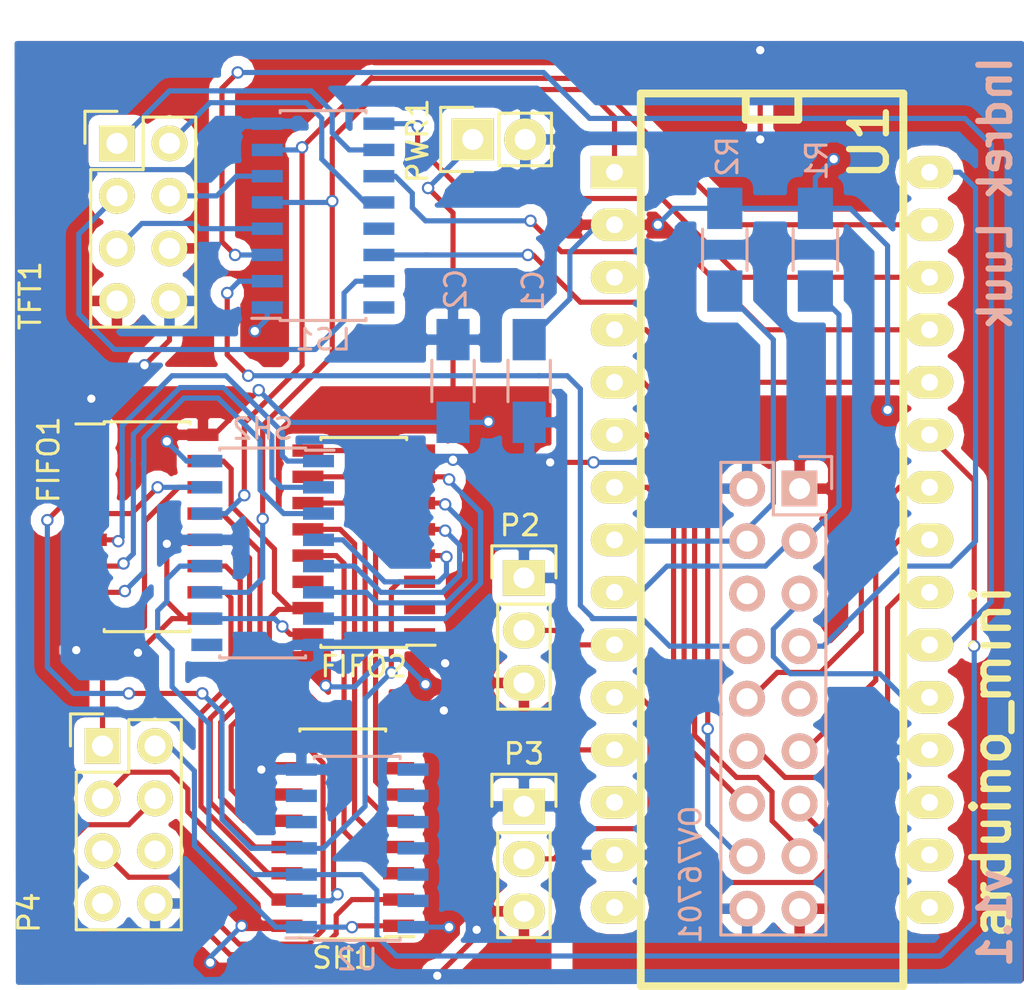
<source format=kicad_pcb>
(kicad_pcb (version 4) (host pcbnew 4.0.2-stable)

  (general
    (links 97)
    (no_connects 0)
    (area 130.718167 84.545951 180.413 132.788001)
    (thickness 1.6)
    (drawings 2)
    (tracks 651)
    (zones 0)
    (modules 17)
    (nets 70)
  )

  (page A4)
  (layers
    (0 F.Cu signal)
    (31 B.Cu signal)
    (32 B.Adhes user)
    (33 F.Adhes user)
    (34 B.Paste user)
    (35 F.Paste user)
    (36 B.SilkS user)
    (37 F.SilkS user)
    (38 B.Mask user)
    (39 F.Mask user)
    (40 Dwgs.User user)
    (41 Cmts.User user)
    (42 Eco1.User user)
    (43 Eco2.User user)
    (44 Edge.Cuts user)
    (45 Margin user)
    (46 B.CrtYd user)
    (47 F.CrtYd user)
    (48 B.Fab user)
    (49 F.Fab user)
  )

  (setup
    (last_trace_width 0.25)
    (trace_clearance 0.2)
    (zone_clearance 0.508)
    (zone_45_only no)
    (trace_min 0.2)
    (segment_width 0.2)
    (edge_width 0.15)
    (via_size 0.6)
    (via_drill 0.4)
    (via_min_size 0.4)
    (via_min_drill 0.3)
    (uvia_size 0.3)
    (uvia_drill 0.1)
    (uvias_allowed no)
    (uvia_min_size 0.2)
    (uvia_min_drill 0.1)
    (pcb_text_width 0.3)
    (pcb_text_size 1.5 1.5)
    (mod_edge_width 0.15)
    (mod_text_size 1 1)
    (mod_text_width 0.15)
    (pad_size 1.524 1.524)
    (pad_drill 0.762)
    (pad_to_mask_clearance 0.2)
    (aux_axis_origin 0 0)
    (visible_elements 7FFEFFFF)
    (pcbplotparams
      (layerselection 0x010f0_80000001)
      (usegerberextensions true)
      (excludeedgelayer true)
      (linewidth 0.100000)
      (plotframeref false)
      (viasonmask false)
      (mode 1)
      (useauxorigin false)
      (hpglpennumber 1)
      (hpglpenspeed 20)
      (hpglpendiameter 15)
      (hpglpenoverlay 2)
      (psnegative false)
      (psa4output false)
      (plotreference true)
      (plotvalue true)
      (plotinvisibletext false)
      (padsonsilk false)
      (subtractmaskfromsilk false)
      (outputformat 1)
      (mirror false)
      (drillshape 0)
      (scaleselection 1)
      (outputdirectory gerber/))
  )

  (net 0 "")
  (net 1 GND)
  (net 2 "Net-(C1-Pad2)")
  (net 3 +5V)
  (net 4 "Net-(FIFO1-Pad2)")
  (net 5 "Net-(FIFO1-Pad3)")
  (net 6 "Net-(FIFO1-Pad4)")
  (net 7 "Net-(FIFO1-Pad5)")
  (net 8 "Net-(FIFO1-Pad6)")
  (net 9 "Net-(FIFO1-Pad7)")
  (net 10 "Net-(FIFO1-Pad10)")
  (net 11 "Net-(FIFO1-Pad11)")
  (net 12 "Net-(FIFO1-Pad12)")
  (net 13 "Net-(FIFO1-Pad13)")
  (net 14 "Net-(FIFO1-Pad14)")
  (net 15 "Net-(FIFO1-Pad15)")
  (net 16 "Net-(FIFO2-Pad2)")
  (net 17 "Net-(FIFO2-Pad4)")
  (net 18 "Net-(FIFO2-Pad5)")
  (net 19 "Net-(FIFO2-Pad6)")
  (net 20 "Net-(FIFO2-Pad7)")
  (net 21 "Net-(FIFO2-Pad10)")
  (net 22 "Net-(FIFO2-Pad11)")
  (net 23 "Net-(FIFO2-Pad12)")
  (net 24 "Net-(FIFO2-Pad13)")
  (net 25 "Net-(FIFO2-Pad14)")
  (net 26 "Net-(LS1-Pad2)")
  (net 27 "Net-(LS1-Pad3)")
  (net 28 "Net-(LS1-Pad4)")
  (net 29 Arduino_SPI_Clock)
  (net 30 "Net-(LS1-Pad6)")
  (net 31 Arduinio_SPI_Data)
  (net 32 "Net-(LS1-Pad9)")
  (net 33 "Net-(LS1-Pad10)")
  (net 34 "Net-(LS1-Pad11)")
  (net 35 "Net-(LS1-Pad12)")
  (net 36 "Net-(LS1-Pad13)")
  (net 37 "Net-(LS1-Pad14)")
  (net 38 "Net-(LS1-Pad15)")
  (net 39 "Net-(LS1-Pad16)")
  (net 40 "Net-(OV76701-Pad3)")
  (net 41 "Net-(OV76701-Pad4)")
  (net 42 "Net-(OV76701-Pad5)")
  (net 43 "Net-(OV76701-Pad6)")
  (net 44 "Net-(OV76701-Pad7)")
  (net 45 "Net-(OV76701-Pad9)")
  (net 46 Pixel_D6)
  (net 47 Pixel_D5)
  (net 48 Pixel_D4)
  (net 49 Pixel_D3)
  (net 50 Pixel_D2)
  (net 51 Pixel_D1)
  (net 52 Pixel_D0)
  (net 53 "Net-(P2-Pad2)")
  (net 54 "Net-(P3-Pad2)")
  (net 55 "Net-(P4-Pad2)")
  (net 56 "Net-(P4-Pad3)")
  (net 57 "Net-(P4-Pad4)")
  (net 58 "Net-(P4-Pad5)")
  (net 59 "Net-(P4-Pad6)")
  (net 60 "Net-(P4-Pad7)")
  (net 61 "Net-(SH1-Pad7)")
  (net 62 "Net-(SH2-Pad9)")
  (net 63 Arduino_P7)
  (net 64 "Net-(U1-Pad3)")
  (net 65 "Net-(U1-Pad13)")
  (net 66 "Net-(U1-Pad15)")
  (net 67 "Net-(U1-Pad16)")
  (net 68 "Net-(U1-Pad17)")
  (net 69 "Net-(U1-Pad18)")

  (net_class Default "This is the default net class."
    (clearance 0.2)
    (trace_width 0.25)
    (via_dia 0.6)
    (via_drill 0.4)
    (uvia_dia 0.3)
    (uvia_drill 0.1)
    (add_net +5V)
    (add_net Arduinio_SPI_Data)
    (add_net Arduino_P7)
    (add_net Arduino_SPI_Clock)
    (add_net GND)
    (add_net "Net-(C1-Pad2)")
    (add_net "Net-(FIFO1-Pad10)")
    (add_net "Net-(FIFO1-Pad11)")
    (add_net "Net-(FIFO1-Pad12)")
    (add_net "Net-(FIFO1-Pad13)")
    (add_net "Net-(FIFO1-Pad14)")
    (add_net "Net-(FIFO1-Pad15)")
    (add_net "Net-(FIFO1-Pad2)")
    (add_net "Net-(FIFO1-Pad3)")
    (add_net "Net-(FIFO1-Pad4)")
    (add_net "Net-(FIFO1-Pad5)")
    (add_net "Net-(FIFO1-Pad6)")
    (add_net "Net-(FIFO1-Pad7)")
    (add_net "Net-(FIFO2-Pad10)")
    (add_net "Net-(FIFO2-Pad11)")
    (add_net "Net-(FIFO2-Pad12)")
    (add_net "Net-(FIFO2-Pad13)")
    (add_net "Net-(FIFO2-Pad14)")
    (add_net "Net-(FIFO2-Pad2)")
    (add_net "Net-(FIFO2-Pad4)")
    (add_net "Net-(FIFO2-Pad5)")
    (add_net "Net-(FIFO2-Pad6)")
    (add_net "Net-(FIFO2-Pad7)")
    (add_net "Net-(LS1-Pad10)")
    (add_net "Net-(LS1-Pad11)")
    (add_net "Net-(LS1-Pad12)")
    (add_net "Net-(LS1-Pad13)")
    (add_net "Net-(LS1-Pad14)")
    (add_net "Net-(LS1-Pad15)")
    (add_net "Net-(LS1-Pad16)")
    (add_net "Net-(LS1-Pad2)")
    (add_net "Net-(LS1-Pad3)")
    (add_net "Net-(LS1-Pad4)")
    (add_net "Net-(LS1-Pad6)")
    (add_net "Net-(LS1-Pad9)")
    (add_net "Net-(OV76701-Pad3)")
    (add_net "Net-(OV76701-Pad4)")
    (add_net "Net-(OV76701-Pad5)")
    (add_net "Net-(OV76701-Pad6)")
    (add_net "Net-(OV76701-Pad7)")
    (add_net "Net-(OV76701-Pad9)")
    (add_net "Net-(P2-Pad2)")
    (add_net "Net-(P3-Pad2)")
    (add_net "Net-(P4-Pad2)")
    (add_net "Net-(P4-Pad3)")
    (add_net "Net-(P4-Pad4)")
    (add_net "Net-(P4-Pad5)")
    (add_net "Net-(P4-Pad6)")
    (add_net "Net-(P4-Pad7)")
    (add_net "Net-(SH1-Pad7)")
    (add_net "Net-(SH2-Pad9)")
    (add_net "Net-(U1-Pad13)")
    (add_net "Net-(U1-Pad15)")
    (add_net "Net-(U1-Pad16)")
    (add_net "Net-(U1-Pad17)")
    (add_net "Net-(U1-Pad18)")
    (add_net "Net-(U1-Pad3)")
    (add_net Pixel_D0)
    (add_net Pixel_D1)
    (add_net Pixel_D2)
    (add_net Pixel_D3)
    (add_net Pixel_D4)
    (add_net Pixel_D5)
    (add_net Pixel_D6)
  )

  (module Housings_SOIC:SOIC-16_3.9x9.9mm_Pitch1.27mm (layer F.Cu) (tedit 57668890) (tstamp 573889BF)
    (at 137.9855 110.1725)
    (descr "16-Lead Plastic Small Outline (SL) - Narrow, 3.90 mm Body [SOIC] (see Microchip Packaging Specification 00000049BS.pdf)")
    (tags "SOIC 1.27")
    (path /57386CF5)
    (attr smd)
    (fp_text reference FIFO1 (at -4.7625 -3.2385 90) (layer F.SilkS)
      (effects (font (size 1 1) (thickness 0.15)))
    )
    (fp_text value fifo_74HC40105 (at 0 6) (layer F.Fab)
      (effects (font (size 1 1) (thickness 0.15)))
    )
    (fp_line (start -3.7 -5.25) (end -3.7 5.25) (layer F.CrtYd) (width 0.05))
    (fp_line (start 3.7 -5.25) (end 3.7 5.25) (layer F.CrtYd) (width 0.05))
    (fp_line (start -3.7 -5.25) (end 3.7 -5.25) (layer F.CrtYd) (width 0.05))
    (fp_line (start -3.7 5.25) (end 3.7 5.25) (layer F.CrtYd) (width 0.05))
    (fp_line (start -2.075 -5.075) (end -2.075 -4.97) (layer F.SilkS) (width 0.15))
    (fp_line (start 2.075 -5.075) (end 2.075 -4.97) (layer F.SilkS) (width 0.15))
    (fp_line (start 2.075 5.075) (end 2.075 4.97) (layer F.SilkS) (width 0.15))
    (fp_line (start -2.075 5.075) (end -2.075 4.97) (layer F.SilkS) (width 0.15))
    (fp_line (start -2.075 -5.075) (end 2.075 -5.075) (layer F.SilkS) (width 0.15))
    (fp_line (start -2.075 5.075) (end 2.075 5.075) (layer F.SilkS) (width 0.15))
    (fp_line (start -2.075 -4.97) (end -3.45 -4.97) (layer F.SilkS) (width 0.15))
    (pad 1 smd rect (at -2.7 -4.445) (size 1.5 0.6) (layers F.Cu F.Paste F.Mask)
      (net 1 GND))
    (pad 2 smd rect (at -2.7 -3.175) (size 1.5 0.6) (layers F.Cu F.Paste F.Mask)
      (net 4 "Net-(FIFO1-Pad2)"))
    (pad 3 smd rect (at -2.7 -1.905) (size 1.5 0.6) (layers F.Cu F.Paste F.Mask)
      (net 5 "Net-(FIFO1-Pad3)"))
    (pad 4 smd rect (at -2.7 -0.635) (size 1.5 0.6) (layers F.Cu F.Paste F.Mask)
      (net 6 "Net-(FIFO1-Pad4)"))
    (pad 5 smd rect (at -2.7 0.635) (size 1.5 0.6) (layers F.Cu F.Paste F.Mask)
      (net 7 "Net-(FIFO1-Pad5)"))
    (pad 6 smd rect (at -2.7 1.905) (size 1.5 0.6) (layers F.Cu F.Paste F.Mask)
      (net 8 "Net-(FIFO1-Pad6)"))
    (pad 7 smd rect (at -2.7 3.175) (size 1.5 0.6) (layers F.Cu F.Paste F.Mask)
      (net 9 "Net-(FIFO1-Pad7)"))
    (pad 8 smd rect (at -2.7 4.445) (size 1.5 0.6) (layers F.Cu F.Paste F.Mask)
      (net 1 GND))
    (pad 9 smd rect (at 2.7 4.445) (size 1.5 0.6) (layers F.Cu F.Paste F.Mask)
      (net 1 GND))
    (pad 10 smd rect (at 2.7 3.175) (size 1.5 0.6) (layers F.Cu F.Paste F.Mask)
      (net 10 "Net-(FIFO1-Pad10)"))
    (pad 11 smd rect (at 2.7 1.905) (size 1.5 0.6) (layers F.Cu F.Paste F.Mask)
      (net 11 "Net-(FIFO1-Pad11)"))
    (pad 12 smd rect (at 2.7 0.635) (size 1.5 0.6) (layers F.Cu F.Paste F.Mask)
      (net 12 "Net-(FIFO1-Pad12)"))
    (pad 13 smd rect (at 2.7 -0.635) (size 1.5 0.6) (layers F.Cu F.Paste F.Mask)
      (net 13 "Net-(FIFO1-Pad13)"))
    (pad 14 smd rect (at 2.7 -1.905) (size 1.5 0.6) (layers F.Cu F.Paste F.Mask)
      (net 14 "Net-(FIFO1-Pad14)"))
    (pad 15 smd rect (at 2.7 -3.175) (size 1.5 0.6) (layers F.Cu F.Paste F.Mask)
      (net 15 "Net-(FIFO1-Pad15)"))
    (pad 16 smd rect (at 2.7 -4.445) (size 1.5 0.6) (layers F.Cu F.Paste F.Mask)
      (net 3 +5V))
    (model Housings_SOIC.3dshapes/SOIC-16_3.9x9.9mm_Pitch1.27mm.wrl
      (at (xyz 0 0 0))
      (scale (xyz 1 1 1))
      (rotate (xyz 0 0 0))
    )
  )

  (module Capacitors_SMD:C_1206_HandSoldering (layer B.Cu) (tedit 5738ECF5) (tstamp 573889A5)
    (at 156.464 103.124 90)
    (descr "Capacitor SMD 1206, hand soldering")
    (tags "capacitor 1206")
    (path /5734C51F)
    (attr smd)
    (fp_text reference C1 (at 4.3815 0.1905 90) (layer B.SilkS)
      (effects (font (size 1 1) (thickness 0.15)) (justify mirror))
    )
    (fp_text value 0.1uF (at 0 -2.3 90) (layer B.Fab)
      (effects (font (size 1 1) (thickness 0.15)) (justify mirror))
    )
    (fp_line (start -3.3 1.15) (end 3.3 1.15) (layer B.CrtYd) (width 0.05))
    (fp_line (start -3.3 -1.15) (end 3.3 -1.15) (layer B.CrtYd) (width 0.05))
    (fp_line (start -3.3 1.15) (end -3.3 -1.15) (layer B.CrtYd) (width 0.05))
    (fp_line (start 3.3 1.15) (end 3.3 -1.15) (layer B.CrtYd) (width 0.05))
    (fp_line (start 1 1.025) (end -1 1.025) (layer B.SilkS) (width 0.15))
    (fp_line (start -1 -1.025) (end 1 -1.025) (layer B.SilkS) (width 0.15))
    (pad 1 smd rect (at -2 0 90) (size 2 1.6) (layers B.Cu B.Paste B.Mask)
      (net 1 GND))
    (pad 2 smd rect (at 2 0 90) (size 2 1.6) (layers B.Cu B.Paste B.Mask)
      (net 2 "Net-(C1-Pad2)"))
    (model Capacitors_SMD.3dshapes/C_1206_HandSoldering.wrl
      (at (xyz 0 0 0))
      (scale (xyz 1 1 1))
      (rotate (xyz 0 0 0))
    )
  )

  (module Capacitors_SMD:C_1206_HandSoldering (layer B.Cu) (tedit 5738ECFC) (tstamp 573889AB)
    (at 152.781 103.124 90)
    (descr "Capacitor SMD 1206, hand soldering")
    (tags "capacitor 1206")
    (path /573903B5)
    (attr smd)
    (fp_text reference C2 (at 4.445 0.127 90) (layer B.SilkS)
      (effects (font (size 1 1) (thickness 0.15)) (justify mirror))
    )
    (fp_text value 1uF (at 0 -2.3 90) (layer B.Fab)
      (effects (font (size 1 1) (thickness 0.15)) (justify mirror))
    )
    (fp_line (start -3.3 1.15) (end 3.3 1.15) (layer B.CrtYd) (width 0.05))
    (fp_line (start -3.3 -1.15) (end 3.3 -1.15) (layer B.CrtYd) (width 0.05))
    (fp_line (start -3.3 1.15) (end -3.3 -1.15) (layer B.CrtYd) (width 0.05))
    (fp_line (start 3.3 1.15) (end 3.3 -1.15) (layer B.CrtYd) (width 0.05))
    (fp_line (start 1 1.025) (end -1 1.025) (layer B.SilkS) (width 0.15))
    (fp_line (start -1 -1.025) (end 1 -1.025) (layer B.SilkS) (width 0.15))
    (pad 1 smd rect (at -2 0 90) (size 2 1.6) (layers B.Cu B.Paste B.Mask)
      (net 3 +5V))
    (pad 2 smd rect (at 2 0 90) (size 2 1.6) (layers B.Cu B.Paste B.Mask)
      (net 1 GND))
    (model Capacitors_SMD.3dshapes/C_1206_HandSoldering.wrl
      (at (xyz 0 0 0))
      (scale (xyz 1 1 1))
      (rotate (xyz 0 0 0))
    )
  )

  (module Housings_SOIC:SOIC-16_3.9x9.9mm_Pitch1.27mm (layer F.Cu) (tedit 54130A77) (tstamp 573889D3)
    (at 148.463 110.9345 180)
    (descr "16-Lead Plastic Small Outline (SL) - Narrow, 3.90 mm Body [SOIC] (see Microchip Packaging Specification 00000049BS.pdf)")
    (tags "SOIC 1.27")
    (path /57386D44)
    (attr smd)
    (fp_text reference FIFO2 (at 0 -6 180) (layer F.SilkS)
      (effects (font (size 1 1) (thickness 0.15)))
    )
    (fp_text value fifo_74HC40105 (at 0 6 180) (layer F.Fab)
      (effects (font (size 1 1) (thickness 0.15)))
    )
    (fp_line (start -3.7 -5.25) (end -3.7 5.25) (layer F.CrtYd) (width 0.05))
    (fp_line (start 3.7 -5.25) (end 3.7 5.25) (layer F.CrtYd) (width 0.05))
    (fp_line (start -3.7 -5.25) (end 3.7 -5.25) (layer F.CrtYd) (width 0.05))
    (fp_line (start -3.7 5.25) (end 3.7 5.25) (layer F.CrtYd) (width 0.05))
    (fp_line (start -2.075 -5.075) (end -2.075 -4.97) (layer F.SilkS) (width 0.15))
    (fp_line (start 2.075 -5.075) (end 2.075 -4.97) (layer F.SilkS) (width 0.15))
    (fp_line (start 2.075 5.075) (end 2.075 4.97) (layer F.SilkS) (width 0.15))
    (fp_line (start -2.075 5.075) (end -2.075 4.97) (layer F.SilkS) (width 0.15))
    (fp_line (start -2.075 -5.075) (end 2.075 -5.075) (layer F.SilkS) (width 0.15))
    (fp_line (start -2.075 5.075) (end 2.075 5.075) (layer F.SilkS) (width 0.15))
    (fp_line (start -2.075 -4.97) (end -3.45 -4.97) (layer F.SilkS) (width 0.15))
    (pad 1 smd rect (at -2.7 -4.445 180) (size 1.5 0.6) (layers F.Cu F.Paste F.Mask)
      (net 1 GND))
    (pad 2 smd rect (at -2.7 -3.175 180) (size 1.5 0.6) (layers F.Cu F.Paste F.Mask)
      (net 16 "Net-(FIFO2-Pad2)"))
    (pad 3 smd rect (at -2.7 -1.905 180) (size 1.5 0.6) (layers F.Cu F.Paste F.Mask)
      (net 5 "Net-(FIFO1-Pad3)"))
    (pad 4 smd rect (at -2.7 -0.635 180) (size 1.5 0.6) (layers F.Cu F.Paste F.Mask)
      (net 17 "Net-(FIFO2-Pad4)"))
    (pad 5 smd rect (at -2.7 0.635 180) (size 1.5 0.6) (layers F.Cu F.Paste F.Mask)
      (net 18 "Net-(FIFO2-Pad5)"))
    (pad 6 smd rect (at -2.7 1.905 180) (size 1.5 0.6) (layers F.Cu F.Paste F.Mask)
      (net 19 "Net-(FIFO2-Pad6)"))
    (pad 7 smd rect (at -2.7 3.175 180) (size 1.5 0.6) (layers F.Cu F.Paste F.Mask)
      (net 20 "Net-(FIFO2-Pad7)"))
    (pad 8 smd rect (at -2.7 4.445 180) (size 1.5 0.6) (layers F.Cu F.Paste F.Mask)
      (net 1 GND))
    (pad 9 smd rect (at 2.7 4.445 180) (size 1.5 0.6) (layers F.Cu F.Paste F.Mask)
      (net 1 GND))
    (pad 10 smd rect (at 2.7 3.175 180) (size 1.5 0.6) (layers F.Cu F.Paste F.Mask)
      (net 21 "Net-(FIFO2-Pad10)"))
    (pad 11 smd rect (at 2.7 1.905 180) (size 1.5 0.6) (layers F.Cu F.Paste F.Mask)
      (net 22 "Net-(FIFO2-Pad11)"))
    (pad 12 smd rect (at 2.7 0.635 180) (size 1.5 0.6) (layers F.Cu F.Paste F.Mask)
      (net 23 "Net-(FIFO2-Pad12)"))
    (pad 13 smd rect (at 2.7 -0.635 180) (size 1.5 0.6) (layers F.Cu F.Paste F.Mask)
      (net 24 "Net-(FIFO2-Pad13)"))
    (pad 14 smd rect (at 2.7 -1.905 180) (size 1.5 0.6) (layers F.Cu F.Paste F.Mask)
      (net 25 "Net-(FIFO2-Pad14)"))
    (pad 15 smd rect (at 2.7 -3.175 180) (size 1.5 0.6) (layers F.Cu F.Paste F.Mask)
      (net 15 "Net-(FIFO1-Pad15)"))
    (pad 16 smd rect (at 2.7 -4.445 180) (size 1.5 0.6) (layers F.Cu F.Paste F.Mask)
      (net 3 +5V))
    (model Housings_SOIC.3dshapes/SOIC-16_3.9x9.9mm_Pitch1.27mm.wrl
      (at (xyz 0 0 0))
      (scale (xyz 1 1 1))
      (rotate (xyz 0 0 0))
    )
  )

  (module Housings_SOIC:SOIC-16_3.9x9.9mm_Pitch1.27mm (layer B.Cu) (tedit 54130A77) (tstamp 573889E7)
    (at 146.4945 95.123)
    (descr "16-Lead Plastic Small Outline (SL) - Narrow, 3.90 mm Body [SOIC] (see Microchip Packaging Specification 00000049BS.pdf)")
    (tags "SOIC 1.27")
    (path /573372B0)
    (attr smd)
    (fp_text reference LS1 (at 0 6) (layer B.SilkS)
      (effects (font (size 1 1) (thickness 0.15)) (justify mirror))
    )
    (fp_text value LevelShifter_74HC4050D (at 0 -6) (layer B.Fab)
      (effects (font (size 1 1) (thickness 0.15)) (justify mirror))
    )
    (fp_line (start -3.7 5.25) (end -3.7 -5.25) (layer B.CrtYd) (width 0.05))
    (fp_line (start 3.7 5.25) (end 3.7 -5.25) (layer B.CrtYd) (width 0.05))
    (fp_line (start -3.7 5.25) (end 3.7 5.25) (layer B.CrtYd) (width 0.05))
    (fp_line (start -3.7 -5.25) (end 3.7 -5.25) (layer B.CrtYd) (width 0.05))
    (fp_line (start -2.075 5.075) (end -2.075 4.97) (layer B.SilkS) (width 0.15))
    (fp_line (start 2.075 5.075) (end 2.075 4.97) (layer B.SilkS) (width 0.15))
    (fp_line (start 2.075 -5.075) (end 2.075 -4.97) (layer B.SilkS) (width 0.15))
    (fp_line (start -2.075 -5.075) (end -2.075 -4.97) (layer B.SilkS) (width 0.15))
    (fp_line (start -2.075 5.075) (end 2.075 5.075) (layer B.SilkS) (width 0.15))
    (fp_line (start -2.075 -5.075) (end 2.075 -5.075) (layer B.SilkS) (width 0.15))
    (fp_line (start -2.075 4.97) (end -3.45 4.97) (layer B.SilkS) (width 0.15))
    (pad 1 smd rect (at -2.7 4.445) (size 1.5 0.6) (layers B.Cu B.Paste B.Mask)
      (net 2 "Net-(C1-Pad2)"))
    (pad 2 smd rect (at -2.7 3.175) (size 1.5 0.6) (layers B.Cu B.Paste B.Mask)
      (net 26 "Net-(LS1-Pad2)"))
    (pad 3 smd rect (at -2.7 1.905) (size 1.5 0.6) (layers B.Cu B.Paste B.Mask)
      (net 27 "Net-(LS1-Pad3)"))
    (pad 4 smd rect (at -2.7 0.635) (size 1.5 0.6) (layers B.Cu B.Paste B.Mask)
      (net 28 "Net-(LS1-Pad4)"))
    (pad 5 smd rect (at -2.7 -0.635) (size 1.5 0.6) (layers B.Cu B.Paste B.Mask)
      (net 29 Arduino_SPI_Clock))
    (pad 6 smd rect (at -2.7 -1.905) (size 1.5 0.6) (layers B.Cu B.Paste B.Mask)
      (net 30 "Net-(LS1-Pad6)"))
    (pad 7 smd rect (at -2.7 -3.175) (size 1.5 0.6) (layers B.Cu B.Paste B.Mask)
      (net 31 Arduinio_SPI_Data))
    (pad 8 smd rect (at -2.7 -4.445) (size 1.5 0.6) (layers B.Cu B.Paste B.Mask)
      (net 1 GND))
    (pad 9 smd rect (at 2.7 -4.445) (size 1.5 0.6) (layers B.Cu B.Paste B.Mask)
      (net 32 "Net-(LS1-Pad9)"))
    (pad 10 smd rect (at 2.7 -3.175) (size 1.5 0.6) (layers B.Cu B.Paste B.Mask)
      (net 33 "Net-(LS1-Pad10)"))
    (pad 11 smd rect (at 2.7 -1.905) (size 1.5 0.6) (layers B.Cu B.Paste B.Mask)
      (net 34 "Net-(LS1-Pad11)"))
    (pad 12 smd rect (at 2.7 -0.635) (size 1.5 0.6) (layers B.Cu B.Paste B.Mask)
      (net 35 "Net-(LS1-Pad12)"))
    (pad 13 smd rect (at 2.7 0.635) (size 1.5 0.6) (layers B.Cu B.Paste B.Mask)
      (net 36 "Net-(LS1-Pad13)"))
    (pad 14 smd rect (at 2.7 1.905) (size 1.5 0.6) (layers B.Cu B.Paste B.Mask)
      (net 37 "Net-(LS1-Pad14)"))
    (pad 15 smd rect (at 2.7 3.175) (size 1.5 0.6) (layers B.Cu B.Paste B.Mask)
      (net 38 "Net-(LS1-Pad15)"))
    (pad 16 smd rect (at 2.7 4.445) (size 1.5 0.6) (layers B.Cu B.Paste B.Mask)
      (net 39 "Net-(LS1-Pad16)"))
    (model Housings_SOIC.3dshapes/SOIC-16_3.9x9.9mm_Pitch1.27mm.wrl
      (at (xyz 0 0 0))
      (scale (xyz 1 1 1))
      (rotate (xyz 0 0 0))
    )
  )

  (module Pin_Headers:Pin_Header_Straight_2x09 (layer B.Cu) (tedit 5738933F) (tstamp 573889FD)
    (at 169.545 108.331 180)
    (descr "Through hole pin header")
    (tags "pin header")
    (path /57336349)
    (fp_text reference OV76701 (at 5.2705 -18.669 270) (layer B.SilkS)
      (effects (font (size 1 1) (thickness 0.15)) (justify mirror))
    )
    (fp_text value Camera_OV7670 (at 0 3.1 180) (layer B.Fab)
      (effects (font (size 1 1) (thickness 0.15)) (justify mirror))
    )
    (fp_line (start -1.75 1.75) (end -1.75 -22.1) (layer B.CrtYd) (width 0.05))
    (fp_line (start 4.3 1.75) (end 4.3 -22.1) (layer B.CrtYd) (width 0.05))
    (fp_line (start -1.75 1.75) (end 4.3 1.75) (layer B.CrtYd) (width 0.05))
    (fp_line (start -1.75 -22.1) (end 4.3 -22.1) (layer B.CrtYd) (width 0.05))
    (fp_line (start 3.81 -21.59) (end 3.81 1.27) (layer B.SilkS) (width 0.15))
    (fp_line (start -1.27 -1.27) (end -1.27 -21.59) (layer B.SilkS) (width 0.15))
    (fp_line (start 3.81 -21.59) (end -1.27 -21.59) (layer B.SilkS) (width 0.15))
    (fp_line (start 3.81 1.27) (end 1.27 1.27) (layer B.SilkS) (width 0.15))
    (fp_line (start 0 1.55) (end -1.55 1.55) (layer B.SilkS) (width 0.15))
    (fp_line (start 1.27 1.27) (end 1.27 -1.27) (layer B.SilkS) (width 0.15))
    (fp_line (start 1.27 -1.27) (end -1.27 -1.27) (layer B.SilkS) (width 0.15))
    (fp_line (start -1.55 1.55) (end -1.55 0) (layer B.SilkS) (width 0.15))
    (pad 1 thru_hole rect (at 0 0 180) (size 1.7272 1.7272) (drill 1.016) (layers *.Cu *.Mask B.SilkS)
      (net 2 "Net-(C1-Pad2)"))
    (pad 2 thru_hole oval (at 2.54 0 180) (size 1.7272 1.7272) (drill 1.016) (layers *.Cu *.Mask B.SilkS)
      (net 1 GND))
    (pad 3 thru_hole oval (at 0 -2.54 180) (size 1.7272 1.7272) (drill 1.016) (layers *.Cu *.Mask B.SilkS)
      (net 40 "Net-(OV76701-Pad3)"))
    (pad 4 thru_hole oval (at 2.54 -2.54 180) (size 1.7272 1.7272) (drill 1.016) (layers *.Cu *.Mask B.SilkS)
      (net 41 "Net-(OV76701-Pad4)"))
    (pad 5 thru_hole oval (at 0 -5.08 180) (size 1.7272 1.7272) (drill 1.016) (layers *.Cu *.Mask B.SilkS)
      (net 42 "Net-(OV76701-Pad5)"))
    (pad 6 thru_hole oval (at 2.54 -5.08 180) (size 1.7272 1.7272) (drill 1.016) (layers *.Cu *.Mask B.SilkS)
      (net 43 "Net-(OV76701-Pad6)"))
    (pad 7 thru_hole oval (at 0 -7.62 180) (size 1.7272 1.7272) (drill 1.016) (layers *.Cu *.Mask B.SilkS)
      (net 44 "Net-(OV76701-Pad7)"))
    (pad 8 thru_hole oval (at 2.54 -7.62 180) (size 1.7272 1.7272) (drill 1.016) (layers *.Cu *.Mask B.SilkS)
      (net 26 "Net-(LS1-Pad2)"))
    (pad 9 thru_hole oval (at 0 -10.16 180) (size 1.7272 1.7272) (drill 1.016) (layers *.Cu *.Mask B.SilkS)
      (net 45 "Net-(OV76701-Pad9)"))
    (pad 10 thru_hole oval (at 2.54 -10.16 180) (size 1.7272 1.7272) (drill 1.016) (layers *.Cu *.Mask B.SilkS)
      (net 46 Pixel_D6))
    (pad 11 thru_hole oval (at 0 -12.7 180) (size 1.7272 1.7272) (drill 1.016) (layers *.Cu *.Mask B.SilkS)
      (net 47 Pixel_D5))
    (pad 12 thru_hole oval (at 2.54 -12.7 180) (size 1.7272 1.7272) (drill 1.016) (layers *.Cu *.Mask B.SilkS)
      (net 48 Pixel_D4))
    (pad 13 thru_hole oval (at 0 -15.24 180) (size 1.7272 1.7272) (drill 1.016) (layers *.Cu *.Mask B.SilkS)
      (net 49 Pixel_D3))
    (pad 14 thru_hole oval (at 2.54 -15.24 180) (size 1.7272 1.7272) (drill 1.016) (layers *.Cu *.Mask B.SilkS)
      (net 50 Pixel_D2))
    (pad 15 thru_hole oval (at 0 -17.78 180) (size 1.7272 1.7272) (drill 1.016) (layers *.Cu *.Mask B.SilkS)
      (net 51 Pixel_D1))
    (pad 16 thru_hole oval (at 2.54 -17.78 180) (size 1.7272 1.7272) (drill 1.016) (layers *.Cu *.Mask B.SilkS)
      (net 52 Pixel_D0))
    (pad 17 thru_hole oval (at 0 -20.32 180) (size 1.7272 1.7272) (drill 1.016) (layers *.Cu *.Mask B.SilkS)
      (net 2 "Net-(C1-Pad2)"))
    (pad 18 thru_hole oval (at 2.54 -20.32 180) (size 1.7272 1.7272) (drill 1.016) (layers *.Cu *.Mask B.SilkS)
      (net 1 GND))
    (model Pin_Headers.3dshapes/Pin_Header_Straight_2x09.wrl
      (at (xyz 0.05 -0.4 0))
      (scale (xyz 1 1 1))
      (rotate (xyz 0 0 90))
    )
  )

  (module Pin_Headers:Pin_Header_Straight_1x03 (layer F.Cu) (tedit 573892CA) (tstamp 57388A04)
    (at 156.21 112.649)
    (descr "Through hole pin header")
    (tags "pin header")
    (path /5734BB6C)
    (fp_text reference P2 (at -0.1905 -2.54) (layer F.SilkS)
      (effects (font (size 1 1) (thickness 0.15)))
    )
    (fp_text value CONN_01X03 (at 0 -3.1) (layer F.Fab)
      (effects (font (size 1 1) (thickness 0.15)))
    )
    (fp_line (start -1.75 -1.75) (end -1.75 6.85) (layer F.CrtYd) (width 0.05))
    (fp_line (start 1.75 -1.75) (end 1.75 6.85) (layer F.CrtYd) (width 0.05))
    (fp_line (start -1.75 -1.75) (end 1.75 -1.75) (layer F.CrtYd) (width 0.05))
    (fp_line (start -1.75 6.85) (end 1.75 6.85) (layer F.CrtYd) (width 0.05))
    (fp_line (start -1.27 1.27) (end -1.27 6.35) (layer F.SilkS) (width 0.15))
    (fp_line (start -1.27 6.35) (end 1.27 6.35) (layer F.SilkS) (width 0.15))
    (fp_line (start 1.27 6.35) (end 1.27 1.27) (layer F.SilkS) (width 0.15))
    (fp_line (start 1.55 -1.55) (end 1.55 0) (layer F.SilkS) (width 0.15))
    (fp_line (start 1.27 1.27) (end -1.27 1.27) (layer F.SilkS) (width 0.15))
    (fp_line (start -1.55 0) (end -1.55 -1.55) (layer F.SilkS) (width 0.15))
    (fp_line (start -1.55 -1.55) (end 1.55 -1.55) (layer F.SilkS) (width 0.15))
    (pad 1 thru_hole rect (at 0 0) (size 2.032 1.7272) (drill 1.016) (layers *.Cu *.Mask F.SilkS)
      (net 1 GND))
    (pad 2 thru_hole oval (at 0 2.54) (size 2.032 1.7272) (drill 1.016) (layers *.Cu *.Mask F.SilkS)
      (net 53 "Net-(P2-Pad2)"))
    (pad 3 thru_hole oval (at 0 5.08) (size 2.032 1.7272) (drill 1.016) (layers *.Cu *.Mask F.SilkS)
      (net 3 +5V))
    (model Pin_Headers.3dshapes/Pin_Header_Straight_1x03.wrl
      (at (xyz 0 -0.1 0))
      (scale (xyz 1 1 1))
      (rotate (xyz 0 0 90))
    )
  )

  (module Pin_Headers:Pin_Header_Straight_1x03 (layer F.Cu) (tedit 573892C8) (tstamp 57388A0B)
    (at 156.21 123.698)
    (descr "Through hole pin header")
    (tags "pin header")
    (path /5734BD03)
    (fp_text reference P3 (at 0 -2.54) (layer F.SilkS)
      (effects (font (size 1 1) (thickness 0.15)))
    )
    (fp_text value CONN_01X03 (at 0 -3.1) (layer F.Fab)
      (effects (font (size 1 1) (thickness 0.15)))
    )
    (fp_line (start -1.75 -1.75) (end -1.75 6.85) (layer F.CrtYd) (width 0.05))
    (fp_line (start 1.75 -1.75) (end 1.75 6.85) (layer F.CrtYd) (width 0.05))
    (fp_line (start -1.75 -1.75) (end 1.75 -1.75) (layer F.CrtYd) (width 0.05))
    (fp_line (start -1.75 6.85) (end 1.75 6.85) (layer F.CrtYd) (width 0.05))
    (fp_line (start -1.27 1.27) (end -1.27 6.35) (layer F.SilkS) (width 0.15))
    (fp_line (start -1.27 6.35) (end 1.27 6.35) (layer F.SilkS) (width 0.15))
    (fp_line (start 1.27 6.35) (end 1.27 1.27) (layer F.SilkS) (width 0.15))
    (fp_line (start 1.55 -1.55) (end 1.55 0) (layer F.SilkS) (width 0.15))
    (fp_line (start 1.27 1.27) (end -1.27 1.27) (layer F.SilkS) (width 0.15))
    (fp_line (start -1.55 0) (end -1.55 -1.55) (layer F.SilkS) (width 0.15))
    (fp_line (start -1.55 -1.55) (end 1.55 -1.55) (layer F.SilkS) (width 0.15))
    (pad 1 thru_hole rect (at 0 0) (size 2.032 1.7272) (drill 1.016) (layers *.Cu *.Mask F.SilkS)
      (net 1 GND))
    (pad 2 thru_hole oval (at 0 2.54) (size 2.032 1.7272) (drill 1.016) (layers *.Cu *.Mask F.SilkS)
      (net 54 "Net-(P3-Pad2)"))
    (pad 3 thru_hole oval (at 0 5.08) (size 2.032 1.7272) (drill 1.016) (layers *.Cu *.Mask F.SilkS)
      (net 3 +5V))
    (model Pin_Headers.3dshapes/Pin_Header_Straight_1x03.wrl
      (at (xyz 0 -0.1 0))
      (scale (xyz 1 1 1))
      (rotate (xyz 0 0 90))
    )
  )

  (module Pin_Headers:Pin_Header_Straight_2x04 (layer F.Cu) (tedit 57668871) (tstamp 57388A17)
    (at 135.8265 120.777)
    (descr "Through hole pin header")
    (tags "pin header")
    (path /573882A7)
    (fp_text reference P4 (at -3.556 8.0645 90) (layer F.SilkS)
      (effects (font (size 1 1) (thickness 0.15)))
    )
    (fp_text value CONN_01X08 (at 0 -3.1) (layer F.Fab)
      (effects (font (size 1 1) (thickness 0.15)))
    )
    (fp_line (start -1.75 -1.75) (end -1.75 9.4) (layer F.CrtYd) (width 0.05))
    (fp_line (start 4.3 -1.75) (end 4.3 9.4) (layer F.CrtYd) (width 0.05))
    (fp_line (start -1.75 -1.75) (end 4.3 -1.75) (layer F.CrtYd) (width 0.05))
    (fp_line (start -1.75 9.4) (end 4.3 9.4) (layer F.CrtYd) (width 0.05))
    (fp_line (start -1.27 1.27) (end -1.27 8.89) (layer F.SilkS) (width 0.15))
    (fp_line (start -1.27 8.89) (end 3.81 8.89) (layer F.SilkS) (width 0.15))
    (fp_line (start 3.81 8.89) (end 3.81 -1.27) (layer F.SilkS) (width 0.15))
    (fp_line (start 3.81 -1.27) (end 1.27 -1.27) (layer F.SilkS) (width 0.15))
    (fp_line (start 0 -1.55) (end -1.55 -1.55) (layer F.SilkS) (width 0.15))
    (fp_line (start 1.27 -1.27) (end 1.27 1.27) (layer F.SilkS) (width 0.15))
    (fp_line (start 1.27 1.27) (end -1.27 1.27) (layer F.SilkS) (width 0.15))
    (fp_line (start -1.55 -1.55) (end -1.55 0) (layer F.SilkS) (width 0.15))
    (pad 1 thru_hole rect (at 0 0) (size 1.7272 1.7272) (drill 1.016) (layers *.Cu *.Mask F.SilkS)
      (net 14 "Net-(FIFO1-Pad14)"))
    (pad 2 thru_hole oval (at 2.54 0) (size 1.7272 1.7272) (drill 1.016) (layers *.Cu *.Mask F.SilkS)
      (net 55 "Net-(P4-Pad2)"))
    (pad 3 thru_hole oval (at 0 2.54) (size 1.7272 1.7272) (drill 1.016) (layers *.Cu *.Mask F.SilkS)
      (net 56 "Net-(P4-Pad3)"))
    (pad 4 thru_hole oval (at 2.54 2.54) (size 1.7272 1.7272) (drill 1.016) (layers *.Cu *.Mask F.SilkS)
      (net 57 "Net-(P4-Pad4)"))
    (pad 5 thru_hole oval (at 0 5.08) (size 1.7272 1.7272) (drill 1.016) (layers *.Cu *.Mask F.SilkS)
      (net 58 "Net-(P4-Pad5)"))
    (pad 6 thru_hole oval (at 2.54 5.08) (size 1.7272 1.7272) (drill 1.016) (layers *.Cu *.Mask F.SilkS)
      (net 59 "Net-(P4-Pad6)"))
    (pad 7 thru_hole oval (at 0 7.62) (size 1.7272 1.7272) (drill 1.016) (layers *.Cu *.Mask F.SilkS)
      (net 60 "Net-(P4-Pad7)"))
    (pad 8 thru_hole oval (at 2.54 7.62) (size 1.7272 1.7272) (drill 1.016) (layers *.Cu *.Mask F.SilkS)
      (net 1 GND))
    (model Pin_Headers.3dshapes/Pin_Header_Straight_2x04.wrl
      (at (xyz 0.05 -0.15 0))
      (scale (xyz 1 1 1))
      (rotate (xyz 0 0 90))
    )
  )

  (module Resistors_SMD:R_1206_HandSoldering (layer B.Cu) (tedit 5738ED4B) (tstamp 57388A1D)
    (at 170.307 96.774 270)
    (descr "Resistor SMD 1206, hand soldering")
    (tags "resistor 1206")
    (path /57336A05)
    (attr smd)
    (fp_text reference R1 (at -4.318 -0.0635 270) (layer B.SilkS)
      (effects (font (size 1 1) (thickness 0.15)) (justify mirror))
    )
    (fp_text value 10k (at 0 -2.3 270) (layer B.Fab)
      (effects (font (size 1 1) (thickness 0.15)) (justify mirror))
    )
    (fp_line (start -3.3 1.2) (end 3.3 1.2) (layer B.CrtYd) (width 0.05))
    (fp_line (start -3.3 -1.2) (end 3.3 -1.2) (layer B.CrtYd) (width 0.05))
    (fp_line (start -3.3 1.2) (end -3.3 -1.2) (layer B.CrtYd) (width 0.05))
    (fp_line (start 3.3 1.2) (end 3.3 -1.2) (layer B.CrtYd) (width 0.05))
    (fp_line (start 1 -1.075) (end -1 -1.075) (layer B.SilkS) (width 0.15))
    (fp_line (start -1 1.075) (end 1 1.075) (layer B.SilkS) (width 0.15))
    (pad 1 smd rect (at -2 0 270) (size 2 1.7) (layers B.Cu B.Paste B.Mask)
      (net 2 "Net-(C1-Pad2)"))
    (pad 2 smd rect (at 2 0 270) (size 2 1.7) (layers B.Cu B.Paste B.Mask)
      (net 40 "Net-(OV76701-Pad3)"))
    (model Resistors_SMD.3dshapes/R_1206_HandSoldering.wrl
      (at (xyz 0 0 0))
      (scale (xyz 1 1 1))
      (rotate (xyz 0 0 0))
    )
  )

  (module Resistors_SMD:R_1206_HandSoldering (layer B.Cu) (tedit 5738ED50) (tstamp 57388A23)
    (at 165.9255 96.774 270)
    (descr "Resistor SMD 1206, hand soldering")
    (tags "resistor 1206")
    (path /57336A6C)
    (attr smd)
    (fp_text reference R2 (at -4.5085 -0.127 270) (layer B.SilkS)
      (effects (font (size 1 1) (thickness 0.15)) (justify mirror))
    )
    (fp_text value 10k (at 0 -2.3 270) (layer B.Fab)
      (effects (font (size 1 1) (thickness 0.15)) (justify mirror))
    )
    (fp_line (start -3.3 1.2) (end 3.3 1.2) (layer B.CrtYd) (width 0.05))
    (fp_line (start -3.3 -1.2) (end 3.3 -1.2) (layer B.CrtYd) (width 0.05))
    (fp_line (start -3.3 1.2) (end -3.3 -1.2) (layer B.CrtYd) (width 0.05))
    (fp_line (start 3.3 1.2) (end 3.3 -1.2) (layer B.CrtYd) (width 0.05))
    (fp_line (start 1 -1.075) (end -1 -1.075) (layer B.SilkS) (width 0.15))
    (fp_line (start -1 1.075) (end 1 1.075) (layer B.SilkS) (width 0.15))
    (pad 1 smd rect (at -2 0 270) (size 2 1.7) (layers B.Cu B.Paste B.Mask)
      (net 2 "Net-(C1-Pad2)"))
    (pad 2 smd rect (at 2 0 270) (size 2 1.7) (layers B.Cu B.Paste B.Mask)
      (net 41 "Net-(OV76701-Pad4)"))
    (model Resistors_SMD.3dshapes/R_1206_HandSoldering.wrl
      (at (xyz 0 0 0))
      (scale (xyz 1 1 1))
      (rotate (xyz 0 0 0))
    )
  )

  (module Housings_SOIC:SOIC-16_3.9x9.9mm_Pitch1.27mm (layer F.Cu) (tedit 54130A77) (tstamp 57388A37)
    (at 147.447 125.0315 180)
    (descr "16-Lead Plastic Small Outline (SL) - Narrow, 3.90 mm Body [SOIC] (see Microchip Packaging Specification 00000049BS.pdf)")
    (tags "SOIC 1.27")
    (path /5738668D)
    (attr smd)
    (fp_text reference SH1 (at 0 -6 180) (layer F.SilkS)
      (effects (font (size 1 1) (thickness 0.15)))
    )
    (fp_text value shiftregister_74HC165 (at 0 6 180) (layer F.Fab)
      (effects (font (size 1 1) (thickness 0.15)))
    )
    (fp_line (start -3.7 -5.25) (end -3.7 5.25) (layer F.CrtYd) (width 0.05))
    (fp_line (start 3.7 -5.25) (end 3.7 5.25) (layer F.CrtYd) (width 0.05))
    (fp_line (start -3.7 -5.25) (end 3.7 -5.25) (layer F.CrtYd) (width 0.05))
    (fp_line (start -3.7 5.25) (end 3.7 5.25) (layer F.CrtYd) (width 0.05))
    (fp_line (start -2.075 -5.075) (end -2.075 -4.97) (layer F.SilkS) (width 0.15))
    (fp_line (start 2.075 -5.075) (end 2.075 -4.97) (layer F.SilkS) (width 0.15))
    (fp_line (start 2.075 5.075) (end 2.075 4.97) (layer F.SilkS) (width 0.15))
    (fp_line (start -2.075 5.075) (end -2.075 4.97) (layer F.SilkS) (width 0.15))
    (fp_line (start -2.075 -5.075) (end 2.075 -5.075) (layer F.SilkS) (width 0.15))
    (fp_line (start -2.075 5.075) (end 2.075 5.075) (layer F.SilkS) (width 0.15))
    (fp_line (start -2.075 -4.97) (end -3.45 -4.97) (layer F.SilkS) (width 0.15))
    (pad 1 smd rect (at -2.7 -4.445 180) (size 1.5 0.6) (layers F.Cu F.Paste F.Mask)
      (net 55 "Net-(P4-Pad2)"))
    (pad 2 smd rect (at -2.7 -3.175 180) (size 1.5 0.6) (layers F.Cu F.Paste F.Mask)
      (net 57 "Net-(P4-Pad4)"))
    (pad 3 smd rect (at -2.7 -1.905 180) (size 1.5 0.6) (layers F.Cu F.Paste F.Mask)
      (net 24 "Net-(FIFO2-Pad13)"))
    (pad 4 smd rect (at -2.7 -0.635 180) (size 1.5 0.6) (layers F.Cu F.Paste F.Mask)
      (net 23 "Net-(FIFO2-Pad12)"))
    (pad 5 smd rect (at -2.7 0.635 180) (size 1.5 0.6) (layers F.Cu F.Paste F.Mask)
      (net 22 "Net-(FIFO2-Pad11)"))
    (pad 6 smd rect (at -2.7 1.905 180) (size 1.5 0.6) (layers F.Cu F.Paste F.Mask)
      (net 21 "Net-(FIFO2-Pad10)"))
    (pad 7 smd rect (at -2.7 3.175 180) (size 1.5 0.6) (layers F.Cu F.Paste F.Mask)
      (net 61 "Net-(SH1-Pad7)"))
    (pad 8 smd rect (at -2.7 4.445 180) (size 1.5 0.6) (layers F.Cu F.Paste F.Mask)
      (net 1 GND))
    (pad 9 smd rect (at 2.7 4.445 180) (size 1.5 0.6) (layers F.Cu F.Paste F.Mask)
      (net 58 "Net-(P4-Pad5)"))
    (pad 10 smd rect (at 2.7 3.175 180) (size 1.5 0.6) (layers F.Cu F.Paste F.Mask)
      (net 1 GND))
    (pad 11 smd rect (at 2.7 1.905 180) (size 1.5 0.6) (layers F.Cu F.Paste F.Mask)
      (net 13 "Net-(FIFO1-Pad13)"))
    (pad 12 smd rect (at 2.7 0.635 180) (size 1.5 0.6) (layers F.Cu F.Paste F.Mask)
      (net 12 "Net-(FIFO1-Pad12)"))
    (pad 13 smd rect (at 2.7 -0.635 180) (size 1.5 0.6) (layers F.Cu F.Paste F.Mask)
      (net 11 "Net-(FIFO1-Pad11)"))
    (pad 14 smd rect (at 2.7 -1.905 180) (size 1.5 0.6) (layers F.Cu F.Paste F.Mask)
      (net 10 "Net-(FIFO1-Pad10)"))
    (pad 15 smd rect (at 2.7 -3.175 180) (size 1.5 0.6) (layers F.Cu F.Paste F.Mask)
      (net 56 "Net-(P4-Pad3)"))
    (pad 16 smd rect (at 2.7 -4.445 180) (size 1.5 0.6) (layers F.Cu F.Paste F.Mask)
      (net 3 +5V))
    (model Housings_SOIC.3dshapes/SOIC-16_3.9x9.9mm_Pitch1.27mm.wrl
      (at (xyz 0 0 0))
      (scale (xyz 1 1 1))
      (rotate (xyz 0 0 0))
    )
  )

  (module Housings_SOIC:SOIC-16_3.9x9.9mm_Pitch1.27mm (layer B.Cu) (tedit 54130A77) (tstamp 57388A4B)
    (at 143.5735 111.4425 180)
    (descr "16-Lead Plastic Small Outline (SL) - Narrow, 3.90 mm Body [SOIC] (see Microchip Packaging Specification 00000049BS.pdf)")
    (tags "SOIC 1.27")
    (path /573892A7)
    (attr smd)
    (fp_text reference SH2 (at 0 6 180) (layer B.SilkS)
      (effects (font (size 1 1) (thickness 0.15)) (justify mirror))
    )
    (fp_text value shiftregister_74HC595 (at 0 -6 180) (layer B.Fab)
      (effects (font (size 1 1) (thickness 0.15)) (justify mirror))
    )
    (fp_line (start -3.7 5.25) (end -3.7 -5.25) (layer B.CrtYd) (width 0.05))
    (fp_line (start 3.7 5.25) (end 3.7 -5.25) (layer B.CrtYd) (width 0.05))
    (fp_line (start -3.7 5.25) (end 3.7 5.25) (layer B.CrtYd) (width 0.05))
    (fp_line (start -3.7 -5.25) (end 3.7 -5.25) (layer B.CrtYd) (width 0.05))
    (fp_line (start -2.075 5.075) (end -2.075 4.97) (layer B.SilkS) (width 0.15))
    (fp_line (start 2.075 5.075) (end 2.075 4.97) (layer B.SilkS) (width 0.15))
    (fp_line (start 2.075 -5.075) (end 2.075 -4.97) (layer B.SilkS) (width 0.15))
    (fp_line (start -2.075 -5.075) (end -2.075 -4.97) (layer B.SilkS) (width 0.15))
    (fp_line (start -2.075 5.075) (end 2.075 5.075) (layer B.SilkS) (width 0.15))
    (fp_line (start -2.075 -5.075) (end 2.075 -5.075) (layer B.SilkS) (width 0.15))
    (fp_line (start -2.075 4.97) (end -3.45 4.97) (layer B.SilkS) (width 0.15))
    (pad 1 smd rect (at -2.7 4.445 180) (size 1.5 0.6) (layers B.Cu B.Paste B.Mask)
      (net 7 "Net-(FIFO1-Pad5)"))
    (pad 2 smd rect (at -2.7 3.175 180) (size 1.5 0.6) (layers B.Cu B.Paste B.Mask)
      (net 8 "Net-(FIFO1-Pad6)"))
    (pad 3 smd rect (at -2.7 1.905 180) (size 1.5 0.6) (layers B.Cu B.Paste B.Mask)
      (net 9 "Net-(FIFO1-Pad7)"))
    (pad 4 smd rect (at -2.7 0.635 180) (size 1.5 0.6) (layers B.Cu B.Paste B.Mask)
      (net 17 "Net-(FIFO2-Pad4)"))
    (pad 5 smd rect (at -2.7 -0.635 180) (size 1.5 0.6) (layers B.Cu B.Paste B.Mask)
      (net 18 "Net-(FIFO2-Pad5)"))
    (pad 6 smd rect (at -2.7 -1.905 180) (size 1.5 0.6) (layers B.Cu B.Paste B.Mask)
      (net 19 "Net-(FIFO2-Pad6)"))
    (pad 7 smd rect (at -2.7 -3.175 180) (size 1.5 0.6) (layers B.Cu B.Paste B.Mask)
      (net 20 "Net-(FIFO2-Pad7)"))
    (pad 8 smd rect (at -2.7 -4.445 180) (size 1.5 0.6) (layers B.Cu B.Paste B.Mask)
      (net 1 GND))
    (pad 9 smd rect (at 2.7 -4.445 180) (size 1.5 0.6) (layers B.Cu B.Paste B.Mask)
      (net 62 "Net-(SH2-Pad9)"))
    (pad 10 smd rect (at 2.7 -3.175 180) (size 1.5 0.6) (layers B.Cu B.Paste B.Mask)
      (net 3 +5V))
    (pad 11 smd rect (at 2.7 -1.905 180) (size 1.5 0.6) (layers B.Cu B.Paste B.Mask)
      (net 29 Arduino_SPI_Clock))
    (pad 12 smd rect (at 2.7 -0.635 180) (size 1.5 0.6) (layers B.Cu B.Paste B.Mask)
      (net 63 Arduino_P7))
    (pad 13 smd rect (at 2.7 0.635 180) (size 1.5 0.6) (layers B.Cu B.Paste B.Mask)
      (net 1 GND))
    (pad 14 smd rect (at 2.7 1.905 180) (size 1.5 0.6) (layers B.Cu B.Paste B.Mask)
      (net 31 Arduinio_SPI_Data))
    (pad 15 smd rect (at 2.7 3.175 180) (size 1.5 0.6) (layers B.Cu B.Paste B.Mask)
      (net 6 "Net-(FIFO1-Pad4)"))
    (pad 16 smd rect (at 2.7 4.445 180) (size 1.5 0.6) (layers B.Cu B.Paste B.Mask)
      (net 3 +5V))
    (model Housings_SOIC.3dshapes/SOIC-16_3.9x9.9mm_Pitch1.27mm.wrl
      (at (xyz 0 0 0))
      (scale (xyz 1 1 1))
      (rotate (xyz 0 0 0))
    )
  )

  (module Pin_Headers:Pin_Header_Straight_2x04 (layer F.Cu) (tedit 57668863) (tstamp 57388A57)
    (at 136.525 91.6305)
    (descr "Through hole pin header")
    (tags "pin header")
    (path /57337659)
    (fp_text reference TFT1 (at -4.191 7.366 90) (layer F.SilkS)
      (effects (font (size 1 1) (thickness 0.15)))
    )
    (fp_text value TFT_1.8inch (at 0 -3.1) (layer F.Fab)
      (effects (font (size 1 1) (thickness 0.15)))
    )
    (fp_line (start -1.75 -1.75) (end -1.75 9.4) (layer F.CrtYd) (width 0.05))
    (fp_line (start 4.3 -1.75) (end 4.3 9.4) (layer F.CrtYd) (width 0.05))
    (fp_line (start -1.75 -1.75) (end 4.3 -1.75) (layer F.CrtYd) (width 0.05))
    (fp_line (start -1.75 9.4) (end 4.3 9.4) (layer F.CrtYd) (width 0.05))
    (fp_line (start -1.27 1.27) (end -1.27 8.89) (layer F.SilkS) (width 0.15))
    (fp_line (start -1.27 8.89) (end 3.81 8.89) (layer F.SilkS) (width 0.15))
    (fp_line (start 3.81 8.89) (end 3.81 -1.27) (layer F.SilkS) (width 0.15))
    (fp_line (start 3.81 -1.27) (end 1.27 -1.27) (layer F.SilkS) (width 0.15))
    (fp_line (start 0 -1.55) (end -1.55 -1.55) (layer F.SilkS) (width 0.15))
    (fp_line (start 1.27 -1.27) (end 1.27 1.27) (layer F.SilkS) (width 0.15))
    (fp_line (start 1.27 1.27) (end -1.27 1.27) (layer F.SilkS) (width 0.15))
    (fp_line (start -1.55 -1.55) (end -1.55 0) (layer F.SilkS) (width 0.15))
    (pad 1 thru_hole rect (at 0 0) (size 1.7272 1.7272) (drill 1.016) (layers *.Cu *.Mask F.SilkS)
      (net 33 "Net-(LS1-Pad10)"))
    (pad 2 thru_hole oval (at 2.54 0) (size 1.7272 1.7272) (drill 1.016) (layers *.Cu *.Mask F.SilkS)
      (net 35 "Net-(LS1-Pad12)"))
    (pad 3 thru_hole oval (at 0 2.54) (size 1.7272 1.7272) (drill 1.016) (layers *.Cu *.Mask F.SilkS)
      (net 38 "Net-(LS1-Pad15)"))
    (pad 4 thru_hole oval (at 2.54 2.54) (size 1.7272 1.7272) (drill 1.016) (layers *.Cu *.Mask F.SilkS)
      (net 30 "Net-(LS1-Pad6)"))
    (pad 5 thru_hole oval (at 0 5.08) (size 1.7272 1.7272) (drill 1.016) (layers *.Cu *.Mask F.SilkS)
      (net 28 "Net-(LS1-Pad4)"))
    (pad 6 thru_hole oval (at 2.54 5.08) (size 1.7272 1.7272) (drill 1.016) (layers *.Cu *.Mask F.SilkS)
      (net 2 "Net-(C1-Pad2)"))
    (pad 7 thru_hole oval (at 0 7.62) (size 1.7272 1.7272) (drill 1.016) (layers *.Cu *.Mask F.SilkS)
      (net 2 "Net-(C1-Pad2)"))
    (pad 8 thru_hole oval (at 2.54 7.62) (size 1.7272 1.7272) (drill 1.016) (layers *.Cu *.Mask F.SilkS)
      (net 1 GND))
    (model Pin_Headers.3dshapes/Pin_Header_Straight_2x04.wrl
      (at (xyz 0.05 -0.15 0))
      (scale (xyz 1 1 1))
      (rotate (xyz 0 0 90))
    )
  )

  (module arduino:arduino_mini (layer F.Cu) (tedit 5738ED9A) (tstamp 57388A79)
    (at 168.2115 112.0775 270)
    (descr "30 pins DIL package, elliptical pads, width 600mil (arduino mini)")
    (tags "DIL arduino mini")
    (path /57336257)
    (fp_text reference U1 (at -20.5105 -4.699 270) (layer F.SilkS)
      (effects (font (size 1.778 1.778) (thickness 0.3048)))
    )
    (fp_text value arduino_mini (at 9.4615 -10.6045 270) (layer F.SilkS)
      (effects (font (size 1.778 1.778) (thickness 0.3048)))
    )
    (fp_line (start -22.86 -6.35) (end 20.32 -6.35) (layer F.SilkS) (width 0.381))
    (fp_line (start 20.32 -6.35) (end 20.32 6.35) (layer F.SilkS) (width 0.381))
    (fp_line (start 20.32 6.35) (end -22.86 6.35) (layer F.SilkS) (width 0.381))
    (fp_line (start -22.86 6.35) (end -22.86 -6.35) (layer F.SilkS) (width 0.381))
    (fp_line (start -22.86 1.27) (end -21.59 1.27) (layer F.SilkS) (width 0.381))
    (fp_line (start -21.59 1.27) (end -21.59 -1.27) (layer F.SilkS) (width 0.381))
    (fp_line (start -21.59 -1.27) (end -22.86 -1.27) (layer F.SilkS) (width 0.381))
    (pad 1 thru_hole rect (at -19.05 7.62 270) (size 1.5748 2.286) (drill 0.8128) (layers *.Cu *.Mask F.SilkS)
      (net 29 Arduino_SPI_Clock))
    (pad 2 thru_hole oval (at -16.51 7.62 270) (size 1.5748 2.286) (drill 0.8128) (layers *.Cu *.Mask F.SilkS)
      (net 2 "Net-(C1-Pad2)"))
    (pad 3 thru_hole oval (at -13.97 7.62 270) (size 1.5748 2.286) (drill 0.8128) (layers *.Cu *.Mask F.SilkS)
      (net 64 "Net-(U1-Pad3)"))
    (pad 4 thru_hole oval (at -11.43 7.62 270) (size 1.5748 2.286) (drill 0.8128) (layers *.Cu *.Mask F.SilkS)
      (net 52 Pixel_D0))
    (pad 5 thru_hole oval (at -8.89 7.62 270) (size 1.5748 2.286) (drill 0.8128) (layers *.Cu *.Mask F.SilkS)
      (net 51 Pixel_D1))
    (pad 6 thru_hole oval (at -6.35 7.62 270) (size 1.5748 2.286) (drill 0.8128) (layers *.Cu *.Mask F.SilkS)
      (net 50 Pixel_D2))
    (pad 7 thru_hole oval (at -3.81 7.62 270) (size 1.5748 2.286) (drill 0.8128) (layers *.Cu *.Mask F.SilkS)
      (net 49 Pixel_D3))
    (pad 8 thru_hole oval (at -1.27 7.62 270) (size 1.5748 2.286) (drill 0.8128) (layers *.Cu *.Mask F.SilkS)
      (net 41 "Net-(OV76701-Pad4)"))
    (pad 9 thru_hole oval (at 1.27 7.62 270) (size 1.5748 2.286) (drill 0.8128) (layers *.Cu *.Mask F.SilkS)
      (net 40 "Net-(OV76701-Pad3)"))
    (pad 10 thru_hole oval (at 3.81 7.62 270) (size 1.5748 2.286) (drill 0.8128) (layers *.Cu *.Mask F.SilkS)
      (net 53 "Net-(P2-Pad2)"))
    (pad 11 thru_hole oval (at 6.35 7.62 270) (size 1.5748 2.286) (drill 0.8128) (layers *.Cu *.Mask F.SilkS)
      (net 54 "Net-(P3-Pad2)"))
    (pad 12 thru_hole oval (at 8.89 7.62 270) (size 1.5748 2.286) (drill 0.8128) (layers *.Cu *.Mask F.SilkS)
      (net 3 +5V))
    (pad 13 thru_hole oval (at 11.43 7.62 270) (size 1.5748 2.286) (drill 0.8128) (layers *.Cu *.Mask F.SilkS)
      (net 65 "Net-(U1-Pad13)"))
    (pad 14 thru_hole oval (at 13.97 7.62 270) (size 1.5748 2.286) (drill 0.8128) (layers *.Cu *.Mask F.SilkS)
      (net 1 GND))
    (pad 15 thru_hole oval (at 16.51 7.62 270) (size 1.5748 2.286) (drill 0.8128) (layers *.Cu *.Mask F.SilkS)
      (net 66 "Net-(U1-Pad15)"))
    (pad 16 thru_hole oval (at 16.51 -7.62 270) (size 1.5748 2.286) (drill 0.8128) (layers *.Cu *.Mask F.SilkS)
      (net 67 "Net-(U1-Pad16)"))
    (pad 17 thru_hole oval (at 13.97 -7.62 270) (size 1.5748 2.286) (drill 0.8128) (layers *.Cu *.Mask F.SilkS)
      (net 68 "Net-(U1-Pad17)"))
    (pad 18 thru_hole oval (at 11.43 -7.62 270) (size 1.5748 2.286) (drill 0.8128) (layers *.Cu *.Mask F.SilkS)
      (net 69 "Net-(U1-Pad18)"))
    (pad 19 thru_hole oval (at 8.89 -7.62 270) (size 1.5748 2.286) (drill 0.8128) (layers *.Cu *.Mask F.SilkS)
      (net 1 GND))
    (pad 20 thru_hole oval (at 6.35 -7.62 270) (size 1.5748 2.286) (drill 0.8128) (layers *.Cu *.Mask F.SilkS)
      (net 42 "Net-(OV76701-Pad5)"))
    (pad 21 thru_hole oval (at 3.81 -7.62 270) (size 1.5748 2.286) (drill 0.8128) (layers *.Cu *.Mask F.SilkS)
      (net 27 "Net-(LS1-Pad3)"))
    (pad 22 thru_hole oval (at 1.27 -7.62 270) (size 1.5748 2.286) (drill 0.8128) (layers *.Cu *.Mask F.SilkS)
      (net 48 Pixel_D4))
    (pad 23 thru_hole oval (at -1.27 -7.62 270) (size 1.5748 2.286) (drill 0.8128) (layers *.Cu *.Mask F.SilkS)
      (net 47 Pixel_D5))
    (pad 24 thru_hole oval (at -3.81 -7.62 270) (size 1.5748 2.286) (drill 0.8128) (layers *.Cu *.Mask F.SilkS)
      (net 46 Pixel_D6))
    (pad 25 thru_hole oval (at -6.35 -7.62 270) (size 1.5748 2.286) (drill 0.8128) (layers *.Cu *.Mask F.SilkS)
      (net 63 Arduino_P7))
    (pad 26 thru_hole oval (at -8.89 -7.62 270) (size 1.5748 2.286) (drill 0.8128) (layers *.Cu *.Mask F.SilkS)
      (net 37 "Net-(LS1-Pad14)"))
    (pad 27 thru_hole oval (at -11.43 -7.62 270) (size 1.5748 2.286) (drill 0.8128) (layers *.Cu *.Mask F.SilkS)
      (net 34 "Net-(LS1-Pad11)"))
    (pad 28 thru_hole oval (at -13.97 -7.62 270) (size 1.5748 2.286) (drill 0.8128) (layers *.Cu *.Mask F.SilkS)
      (net 32 "Net-(LS1-Pad9)"))
    (pad 29 thru_hole oval (at -16.51 -7.62 270) (size 1.5748 2.286) (drill 0.8128) (layers *.Cu *.Mask F.SilkS)
      (net 31 Arduinio_SPI_Data))
    (pad 30 thru_hole oval (at -19.05 -7.62 270) (size 1.5748 2.286) (drill 0.8128) (layers *.Cu *.Mask F.SilkS)
      (net 44 "Net-(OV76701-Pad7)"))
  )

  (module Pin_Headers:Pin_Header_Straight_1x02 (layer F.Cu) (tedit 5738ED76) (tstamp 5738C693)
    (at 153.7335 91.44 90)
    (descr "Through hole pin header")
    (tags "pin header")
    (path /5738A1B5)
    (fp_text reference PWR1 (at -0.0635 -2.667 90) (layer F.SilkS)
      (effects (font (size 1 1) (thickness 0.15)))
    )
    (fp_text value power_connection (at 0 -3.1 90) (layer F.Fab)
      (effects (font (size 1 1) (thickness 0.15)))
    )
    (fp_line (start 1.27 1.27) (end 1.27 3.81) (layer F.SilkS) (width 0.15))
    (fp_line (start 1.55 -1.55) (end 1.55 0) (layer F.SilkS) (width 0.15))
    (fp_line (start -1.75 -1.75) (end -1.75 4.3) (layer F.CrtYd) (width 0.05))
    (fp_line (start 1.75 -1.75) (end 1.75 4.3) (layer F.CrtYd) (width 0.05))
    (fp_line (start -1.75 -1.75) (end 1.75 -1.75) (layer F.CrtYd) (width 0.05))
    (fp_line (start -1.75 4.3) (end 1.75 4.3) (layer F.CrtYd) (width 0.05))
    (fp_line (start 1.27 1.27) (end -1.27 1.27) (layer F.SilkS) (width 0.15))
    (fp_line (start -1.55 0) (end -1.55 -1.55) (layer F.SilkS) (width 0.15))
    (fp_line (start -1.55 -1.55) (end 1.55 -1.55) (layer F.SilkS) (width 0.15))
    (fp_line (start -1.27 1.27) (end -1.27 3.81) (layer F.SilkS) (width 0.15))
    (fp_line (start -1.27 3.81) (end 1.27 3.81) (layer F.SilkS) (width 0.15))
    (pad 1 thru_hole rect (at 0 0 90) (size 2.032 2.032) (drill 1.016) (layers *.Cu *.Mask F.SilkS)
      (net 3 +5V))
    (pad 2 thru_hole oval (at 0 2.54 90) (size 2.032 2.032) (drill 1.016) (layers *.Cu *.Mask F.SilkS)
      (net 1 GND))
    (model Pin_Headers.3dshapes/Pin_Header_Straight_1x02.wrl
      (at (xyz 0 -0.05 0))
      (scale (xyz 1 1 1))
      (rotate (xyz 0 0 90))
    )
  )

  (module Housings_SOIC:SOIC-14_3.9x8.7mm_Pitch1.27mm (layer B.Cu) (tedit 54130A77) (tstamp 575C346B)
    (at 148.1455 125.73)
    (descr "14-Lead Plastic Small Outline (SL) - Narrow, 3.90 mm Body [SOIC] (see Microchip Packaging Specification 00000049BS.pdf)")
    (tags "SOIC 1.27")
    (path /5738C8A7)
    (attr smd)
    (fp_text reference U2 (at 0 5.375) (layer B.SilkS)
      (effects (font (size 1 1) (thickness 0.15)) (justify mirror))
    )
    (fp_text value notgate_74HCT04 (at 0 -5.375) (layer B.Fab)
      (effects (font (size 1 1) (thickness 0.15)) (justify mirror))
    )
    (fp_line (start -3.7 4.65) (end -3.7 -4.65) (layer B.CrtYd) (width 0.05))
    (fp_line (start 3.7 4.65) (end 3.7 -4.65) (layer B.CrtYd) (width 0.05))
    (fp_line (start -3.7 4.65) (end 3.7 4.65) (layer B.CrtYd) (width 0.05))
    (fp_line (start -3.7 -4.65) (end 3.7 -4.65) (layer B.CrtYd) (width 0.05))
    (fp_line (start -2.075 4.45) (end -2.075 4.335) (layer B.SilkS) (width 0.15))
    (fp_line (start 2.075 4.45) (end 2.075 4.335) (layer B.SilkS) (width 0.15))
    (fp_line (start 2.075 -4.45) (end 2.075 -4.335) (layer B.SilkS) (width 0.15))
    (fp_line (start -2.075 -4.45) (end -2.075 -4.335) (layer B.SilkS) (width 0.15))
    (fp_line (start -2.075 4.45) (end 2.075 4.45) (layer B.SilkS) (width 0.15))
    (fp_line (start -2.075 -4.45) (end 2.075 -4.45) (layer B.SilkS) (width 0.15))
    (fp_line (start -2.075 4.335) (end -3.45 4.335) (layer B.SilkS) (width 0.15))
    (pad 1 smd rect (at -2.7 3.81) (size 1.5 0.6) (layers B.Cu B.Paste B.Mask)
      (net 55 "Net-(P4-Pad2)"))
    (pad 2 smd rect (at -2.7 2.54) (size 1.5 0.6) (layers B.Cu B.Paste B.Mask)
      (net 15 "Net-(FIFO1-Pad15)"))
    (pad 3 smd rect (at -2.7 1.27) (size 1.5 0.6) (layers B.Cu B.Paste B.Mask)
      (net 63 Arduino_P7))
    (pad 4 smd rect (at -2.7 0) (size 1.5 0.6) (layers B.Cu B.Paste B.Mask)
      (net 5 "Net-(FIFO1-Pad3)"))
    (pad 5 smd rect (at -2.7 -1.27) (size 1.5 0.6) (layers B.Cu B.Paste B.Mask))
    (pad 6 smd rect (at -2.7 -2.54) (size 1.5 0.6) (layers B.Cu B.Paste B.Mask))
    (pad 7 smd rect (at -2.7 -3.81) (size 1.5 0.6) (layers B.Cu B.Paste B.Mask)
      (net 1 GND))
    (pad 8 smd rect (at 2.7 -3.81) (size 1.5 0.6) (layers B.Cu B.Paste B.Mask))
    (pad 9 smd rect (at 2.7 -2.54) (size 1.5 0.6) (layers B.Cu B.Paste B.Mask))
    (pad 10 smd rect (at 2.7 -1.27) (size 1.5 0.6) (layers B.Cu B.Paste B.Mask))
    (pad 11 smd rect (at 2.7 0) (size 1.5 0.6) (layers B.Cu B.Paste B.Mask))
    (pad 12 smd rect (at 2.7 1.27) (size 1.5 0.6) (layers B.Cu B.Paste B.Mask))
    (pad 13 smd rect (at 2.7 2.54) (size 1.5 0.6) (layers B.Cu B.Paste B.Mask))
    (pad 14 smd rect (at 2.7 3.81) (size 1.5 0.6) (layers B.Cu B.Paste B.Mask)
      (net 3 +5V))
    (model Housings_SOIC.3dshapes/SOIC-14_3.9x8.7mm_Pitch1.27mm.wrl
      (at (xyz 0 0 0))
      (scale (xyz 1 1 1))
      (rotate (xyz 0 0 0))
    )
  )

  (gr_text v1.1 (at 179.0065 129.0955 90) (layer B.SilkS)
    (effects (font (size 1.5 1.5) (thickness 0.3)) (justify mirror))
  )
  (gr_text "Indrek Luuk" (at 179.0065 94.0435 90) (layer B.SilkS)
    (effects (font (size 1.5 1.5) (thickness 0.3)) (justify mirror))
  )

  (segment (start 140.8735 110.8075) (end 139.1285 110.8075) (width 0.25) (layer B.Cu) (net 1))
  (segment (start 139.7635 114.6175) (end 140.6855 114.6175) (width 0.25) (layer F.Cu) (net 1) (tstamp 576696F6))
  (segment (start 138.938 113.792) (end 139.7635 114.6175) (width 0.25) (layer F.Cu) (net 1) (tstamp 576696F5))
  (segment (start 138.938 110.998) (end 138.938 113.792) (width 0.25) (layer F.Cu) (net 1) (tstamp 576696F4))
  (via (at 138.938 110.998) (size 0.6) (drill 0.4) (layers F.Cu B.Cu) (net 1))
  (segment (start 139.1285 110.8075) (end 138.938 110.998) (width 0.25) (layer B.Cu) (net 1) (tstamp 576696F1))
  (segment (start 140.6855 114.6175) (end 139.192 114.6175) (width 0.25) (layer F.Cu) (net 1))
  (segment (start 137.414 116.1415) (end 134.5565 116.1415) (width 0.25) (layer B.Cu) (net 1) (tstamp 576696B3))
  (segment (start 137.541 116.2685) (end 137.414 116.1415) (width 0.25) (layer B.Cu) (net 1) (tstamp 576696B2))
  (via (at 137.541 116.2685) (size 0.6) (drill 0.4) (layers F.Cu B.Cu) (net 1))
  (segment (start 139.192 114.6175) (end 137.541 116.2685) (width 0.25) (layer F.Cu) (net 1) (tstamp 576696A7))
  (segment (start 135.2855 114.6175) (end 135.2855 115.4125) (width 0.25) (layer F.Cu) (net 1))
  (segment (start 135.2855 115.4125) (end 135.2855 103.98) (width 0.25) (layer B.Cu) (net 1) (tstamp 5766968B))
  (segment (start 134.5565 116.1415) (end 135.2855 115.4125) (width 0.25) (layer B.Cu) (net 1) (tstamp 5766968A))
  (via (at 134.5565 116.1415) (size 0.6) (drill 0.4) (layers F.Cu B.Cu) (net 1))
  (segment (start 135.2855 115.4125) (end 134.5565 116.1415) (width 0.25) (layer F.Cu) (net 1) (tstamp 57669686))
  (via (at 135.2855 103.98) (size 0.6) (drill 0.4) (layers F.Cu B.Cu) (net 1))
  (segment (start 135.09625 92.93225) (end 133.0325 94.996) (width 0.25) (layer B.Cu) (net 1) (tstamp 5738E87E))
  (segment (start 133.0325 94.996) (end 133.0325 103.0605) (width 0.25) (layer B.Cu) (net 1) (tstamp 5738DEBF))
  (segment (start 133.6675 103.6955) (end 133.0325 103.0605) (width 0.25) (layer B.Cu) (net 1) (tstamp 5766966A))
  (segment (start 135.001 103.6955) (end 133.6675 103.6955) (width 0.25) (layer B.Cu) (net 1) (tstamp 57669669))
  (segment (start 135.001 103.6955) (end 135.2855 103.98) (width 0.25) (layer B.Cu) (net 1) (tstamp 57669668))
  (segment (start 135.2855 105.7275) (end 135.2855 103.98) (width 0.25) (layer F.Cu) (net 1))
  (segment (start 136.7155 103.505) (end 137.8585 102.362) (width 0.25) (layer F.Cu) (net 1) (tstamp 5766965E))
  (segment (start 135.2855 103.98) (end 135.7605 103.505) (width 0.25) (layer F.Cu) (net 1) (tstamp 57669652))
  (segment (start 135.7605 103.505) (end 136.7155 103.505) (width 0.25) (layer F.Cu) (net 1) (tstamp 5766965A))
  (segment (start 151.163 106.4895) (end 145.763 106.4895) (width 0.25) (layer F.Cu) (net 1))
  (segment (start 151.638 106.934) (end 151.6075 106.934) (width 0.25) (layer F.Cu) (net 1))
  (segment (start 151.6075 106.934) (end 151.163 106.4895) (width 0.25) (layer F.Cu) (net 1) (tstamp 5738E918))
  (segment (start 152.781 106.934) (end 154.94 106.934) (width 0.25) (layer B.Cu) (net 1) (tstamp 5738E332))
  (segment (start 151.638 106.934) (end 152.781 106.934) (width 0.25) (layer F.Cu) (net 1) (tstamp 5738E916))
  (via (at 152.781 106.934) (size 0.6) (drill 0.4) (layers F.Cu B.Cu) (net 1))
  (segment (start 156.2735 91.44) (end 167.5765 91.3765) (width 0.25) (layer B.Cu) (net 1))
  (segment (start 133.858 91.694) (end 135.09625 92.93225) (width 0.25) (layer B.Cu) (net 1) (tstamp 5738E879))
  (segment (start 133.858 90.932) (end 133.858 91.694) (width 0.25) (layer B.Cu) (net 1) (tstamp 5738E877))
  (segment (start 137.668 87.122) (end 133.858 90.932) (width 0.25) (layer B.Cu) (net 1) (tstamp 5738E873))
  (segment (start 164.9095 87.122) (end 137.668 87.122) (width 0.25) (layer B.Cu) (net 1) (tstamp 5738E86A))
  (segment (start 167.64 87.122) (end 164.9095 87.122) (width 0.25) (layer B.Cu) (net 1) (tstamp 5738E869))
  (via (at 167.64 87.122) (size 0.6) (drill 0.4) (layers F.Cu B.Cu) (net 1))
  (segment (start 167.64 91.44) (end 167.64 87.122) (width 0.25) (layer F.Cu) (net 1) (tstamp 5738E865))
  (via (at 167.64 91.44) (size 0.6) (drill 0.4) (layers F.Cu B.Cu) (net 1))
  (segment (start 167.5765 91.3765) (end 167.64 91.44) (width 0.25) (layer B.Cu) (net 1) (tstamp 5738E858))
  (segment (start 154.94 106.934) (end 156.7815 106.934) (width 0.25) (layer B.Cu) (net 1))
  (segment (start 156.7815 106.934) (end 156.464 106.6165) (width 0.25) (layer B.Cu) (net 1) (tstamp 5738E4AF))
  (segment (start 156.464 106.6165) (end 156.464 105.124) (width 0.25) (layer B.Cu) (net 1) (tstamp 5738E4B0))
  (segment (start 167.005 108.331) (end 163.6395 108.331) (width 0.25) (layer B.Cu) (net 1))
  (segment (start 163.6395 108.331) (end 162.3695 107.061) (width 0.25) (layer B.Cu) (net 1) (tstamp 5738E48B))
  (segment (start 162.3695 107.061) (end 159.5755 107.061) (width 0.25) (layer B.Cu) (net 1) (tstamp 5738E490))
  (via (at 159.5755 107.061) (size 0.6) (drill 0.4) (layers F.Cu B.Cu) (net 1))
  (segment (start 159.5755 107.061) (end 157.48 107.061) (width 0.25) (layer F.Cu) (net 1) (tstamp 5738E4A0))
  (via (at 157.48 107.061) (size 0.6) (drill 0.4) (layers F.Cu B.Cu) (net 1))
  (segment (start 157.48 107.061) (end 157.4165 106.9975) (width 0.25) (layer B.Cu) (net 1) (tstamp 5738E4A5))
  (segment (start 157.4165 106.9975) (end 156.845 106.9975) (width 0.25) (layer B.Cu) (net 1) (tstamp 5738E4A6))
  (segment (start 156.845 106.9975) (end 156.464 106.6165) (width 0.25) (layer B.Cu) (net 1) (tstamp 5738E4A7))
  (segment (start 156.464 106.6165) (end 156.464 105.124) (width 0.25) (layer B.Cu) (net 1) (tstamp 5738E4A9))
  (segment (start 145.763 106.4895) (end 145.8595 106.4895) (width 0.25) (layer F.Cu) (net 1))
  (segment (start 154.94 106.934) (end 155.3845 106.934) (width 0.25) (layer B.Cu) (net 1) (tstamp 5738E4AD))
  (segment (start 156.464 105.8545) (end 156.464 105.124) (width 0.25) (layer B.Cu) (net 1) (tstamp 5738E335))
  (segment (start 138.3665 128.397) (end 138.3665 129.7305) (width 0.25) (layer B.Cu) (net 1))
  (segment (start 155.067 123.698) (end 156.21 123.698) (width 0.25) (layer B.Cu) (net 1) (tstamp 5738E25E))
  (segment (start 153.9875 124.7775) (end 155.067 123.698) (width 0.25) (layer B.Cu) (net 1) (tstamp 5738E25B))
  (segment (start 153.9875 129.6035) (end 153.9875 124.7775) (width 0.25) (layer B.Cu) (net 1) (tstamp 5738E25A))
  (segment (start 153.924 129.667) (end 153.9875 129.6035) (width 0.25) (layer B.Cu) (net 1) (tstamp 5738E259))
  (via (at 153.924 129.667) (size 0.6) (drill 0.4) (layers F.Cu B.Cu) (net 1))
  (segment (start 153.924 129.9845) (end 153.924 129.667) (width 0.25) (layer F.Cu) (net 1) (tstamp 5738E255))
  (segment (start 152.019 131.8895) (end 153.924 129.9845) (width 0.25) (layer F.Cu) (net 1) (tstamp 5738E254))
  (via (at 152.019 131.8895) (size 0.6) (drill 0.4) (layers F.Cu B.Cu) (net 1))
  (segment (start 140.716 132.08) (end 152.019 131.8895) (width 0.25) (layer B.Cu) (net 1) (tstamp 5738E24F))
  (segment (start 138.3665 129.7305) (end 140.716 132.08) (width 0.25) (layer B.Cu) (net 1) (tstamp 5738E24C))
  (segment (start 151.163 115.3795) (end 151.163 115.5395) (width 0.25) (layer F.Cu) (net 1))
  (segment (start 151.163 115.5395) (end 152.4 116.7765) (width 0.25) (layer F.Cu) (net 1) (tstamp 5738E0BD))
  (via (at 152.4 116.7765) (size 0.6) (drill 0.4) (layers F.Cu B.Cu) (net 1))
  (segment (start 152.4 116.7765) (end 152.3365 116.84) (width 0.25) (layer B.Cu) (net 1) (tstamp 5738E0C0))
  (segment (start 152.3365 116.84) (end 152.3365 119.0625) (width 0.25) (layer B.Cu) (net 1) (tstamp 5738E0C1))
  (via (at 152.3365 119.0625) (size 0.6) (drill 0.4) (layers F.Cu B.Cu) (net 1))
  (segment (start 152.3365 119.0625) (end 150.8125 120.5865) (width 0.25) (layer F.Cu) (net 1) (tstamp 5738E0C7))
  (segment (start 150.8125 120.5865) (end 150.147 120.5865) (width 0.25) (layer F.Cu) (net 1) (tstamp 5738E0C8))
  (segment (start 145.763 106.4895) (end 145.763 106.3955) (width 0.25) (layer F.Cu) (net 1))
  (segment (start 143.7945 90.678) (end 142.8115 90.678) (width 0.25) (layer B.Cu) (net 1))
  (segment (start 135.128 92.9005) (end 135.09625 92.93225) (width 0.25) (layer B.Cu) (net 1) (tstamp 5738DEBD))
  (segment (start 140.589 92.9005) (end 135.128 92.9005) (width 0.25) (layer B.Cu) (net 1) (tstamp 5738DEB7))
  (segment (start 142.8115 90.678) (end 140.589 92.9005) (width 0.25) (layer B.Cu) (net 1) (tstamp 5738DEB5))
  (segment (start 139.065 101.1555) (end 139.065 99.2505) (width 0.25) (layer F.Cu) (net 1) (tstamp 5738DE5A))
  (segment (start 137.8585 102.362) (end 139.065 101.1555) (width 0.25) (layer F.Cu) (net 1) (tstamp 5738DE59))
  (via (at 137.8585 102.362) (size 0.6) (drill 0.4) (layers F.Cu B.Cu) (net 1))
  (segment (start 137.668 102.362) (end 137.8585 102.362) (width 0.25) (layer B.Cu) (net 1) (tstamp 5738DE4F))
  (segment (start 138.3665 128.397) (end 138.3665 128.4605) (width 0.25) (layer B.Cu) (net 1))
  (segment (start 144.747 121.8565) (end 143.5735 121.8565) (width 0.25) (layer F.Cu) (net 1))
  (segment (start 143.51 121.92) (end 145.509 121.92) (width 0.25) (layer B.Cu) (net 1) (tstamp 5738DDA2))
  (via (at 143.51 121.92) (size 0.6) (drill 0.4) (layers F.Cu B.Cu) (net 1))
  (segment (start 143.5735 121.8565) (end 143.51 121.92) (width 0.25) (layer F.Cu) (net 1) (tstamp 5738DDA0))
  (segment (start 160.5915 95.5675) (end 159.766 95.5675) (width 0.25) (layer B.Cu) (net 2))
  (segment (start 159.766 95.5675) (end 158.4325 96.901) (width 0.25) (layer B.Cu) (net 2) (tstamp 5738E79F))
  (segment (start 158.4325 99.1555) (end 156.464 101.124) (width 0.25) (layer B.Cu) (net 2) (tstamp 5738E7AD))
  (segment (start 158.4325 96.901) (end 158.4325 99.1555) (width 0.25) (layer B.Cu) (net 2) (tstamp 5738E7A4))
  (segment (start 139.065 96.7105) (end 140.589 96.7105) (width 0.25) (layer F.Cu) (net 2))
  (segment (start 143.7945 100.109) (end 143.7945 99.568) (width 0.25) (layer B.Cu) (net 2) (tstamp 5738E77A))
  (segment (start 143.1925 100.711) (end 143.7945 100.109) (width 0.25) (layer B.Cu) (net 2) (tstamp 5738E779))
  (via (at 143.1925 100.711) (size 0.6) (drill 0.4) (layers F.Cu B.Cu) (net 2))
  (segment (start 143.1925 99.1235) (end 143.1925 100.711) (width 0.25) (layer F.Cu) (net 2) (tstamp 5738E773))
  (segment (start 142.8115 98.7425) (end 143.1925 99.1235) (width 0.25) (layer F.Cu) (net 2) (tstamp 5738E76F))
  (segment (start 142.8115 98.171) (end 142.8115 98.7425) (width 0.25) (layer F.Cu) (net 2) (tstamp 5738E767))
  (segment (start 142.5575 97.917) (end 142.8115 98.171) (width 0.25) (layer F.Cu) (net 2) (tstamp 5738E766))
  (segment (start 141.6685 97.917) (end 142.5575 97.917) (width 0.25) (layer F.Cu) (net 2) (tstamp 5738E764))
  (segment (start 141.0335 97.282) (end 141.6685 97.917) (width 0.25) (layer F.Cu) (net 2) (tstamp 5738E762))
  (segment (start 141.0335 97.155) (end 141.0335 97.282) (width 0.25) (layer F.Cu) (net 2) (tstamp 5738E75C))
  (segment (start 140.589 96.7105) (end 141.0335 97.155) (width 0.25) (layer F.Cu) (net 2) (tstamp 5738E75B))
  (segment (start 170.307 94.774) (end 170.307 93.2815) (width 0.25) (layer B.Cu) (net 2))
  (segment (start 169.545 130.556) (end 169.545 128.651) (width 0.25) (layer F.Cu) (net 2) (tstamp 5738E510))
  (segment (start 170.561 131.572) (end 169.545 130.556) (width 0.25) (layer F.Cu) (net 2) (tstamp 5738E50E))
  (segment (start 177.4825 131.572) (end 170.561 131.572) (width 0.25) (layer F.Cu) (net 2) (tstamp 5738E50C))
  (segment (start 179.705 129.3495) (end 177.4825 131.572) (width 0.25) (layer F.Cu) (net 2) (tstamp 5738E50A))
  (segment (start 179.705 90.9955) (end 179.705 129.3495) (width 0.25) (layer F.Cu) (net 2) (tstamp 5738E506))
  (segment (start 178.4985 89.789) (end 179.705 90.9955) (width 0.25) (layer F.Cu) (net 2) (tstamp 5738E503))
  (segment (start 173.7995 89.789) (end 178.4985 89.789) (width 0.25) (layer F.Cu) (net 2) (tstamp 5738E500))
  (segment (start 171.196 92.3925) (end 173.7995 89.789) (width 0.25) (layer F.Cu) (net 2) (tstamp 5738E4FF))
  (via (at 171.196 92.3925) (size 0.6) (drill 0.4) (layers F.Cu B.Cu) (net 2))
  (segment (start 170.307 93.2815) (end 171.196 92.3925) (width 0.25) (layer B.Cu) (net 2) (tstamp 5738E4FA))
  (segment (start 170.307 94.774) (end 171.99 94.774) (width 0.25) (layer B.Cu) (net 2))
  (segment (start 172.085 108.331) (end 169.545 108.331) (width 0.25) (layer F.Cu) (net 2) (tstamp 5738E464))
  (segment (start 172.9105 107.5055) (end 172.085 108.331) (width 0.25) (layer F.Cu) (net 2) (tstamp 5738E462))
  (segment (start 172.9105 105.41) (end 172.9105 107.5055) (width 0.25) (layer F.Cu) (net 2) (tstamp 5738E45E))
  (segment (start 173.7995 104.521) (end 172.9105 105.41) (width 0.25) (layer F.Cu) (net 2) (tstamp 5738E45D))
  (via (at 173.7995 104.521) (size 0.6) (drill 0.4) (layers F.Cu B.Cu) (net 2))
  (segment (start 173.7995 96.5835) (end 173.7995 104.521) (width 0.25) (layer B.Cu) (net 2) (tstamp 5738E458))
  (segment (start 171.99 94.774) (end 173.7995 96.5835) (width 0.25) (layer B.Cu) (net 2) (tstamp 5738E450))
  (segment (start 165.9255 94.774) (end 170.307 94.774) (width 0.25) (layer B.Cu) (net 2))
  (segment (start 160.5915 95.5675) (end 162.687 95.5675) (width 0.25) (layer F.Cu) (net 2))
  (segment (start 163.4805 94.774) (end 165.9255 94.774) (width 0.25) (layer B.Cu) (net 2) (tstamp 5738E40D))
  (segment (start 162.687 95.5675) (end 163.4805 94.774) (width 0.25) (layer B.Cu) (net 2) (tstamp 5738E40C))
  (via (at 162.687 95.5675) (size 0.6) (drill 0.4) (layers F.Cu B.Cu) (net 2))
  (segment (start 145.763 115.3795) (end 145.763 116.9975) (width 0.25) (layer F.Cu) (net 3))
  (segment (start 151.511 117.729) (end 156.21 117.729) (width 0.25) (layer F.Cu) (net 3) (tstamp 576698FF))
  (segment (start 151.4475 117.7925) (end 151.511 117.729) (width 0.25) (layer F.Cu) (net 3) (tstamp 576698FE))
  (via (at 151.4475 117.7925) (size 0.6) (drill 0.4) (layers F.Cu B.Cu) (net 3))
  (segment (start 150.241 116.586) (end 151.4475 117.7925) (width 0.25) (layer B.Cu) (net 3) (tstamp 576698F5))
  (segment (start 149.352 116.586) (end 150.241 116.586) (width 0.25) (layer B.Cu) (net 3) (tstamp 576698F3))
  (segment (start 148.0185 117.9195) (end 149.352 116.586) (width 0.25) (layer B.Cu) (net 3) (tstamp 576698F1))
  (segment (start 146.685 117.9195) (end 148.0185 117.9195) (width 0.25) (layer B.Cu) (net 3) (tstamp 576698ED))
  (segment (start 146.6215 117.856) (end 146.685 117.9195) (width 0.25) (layer B.Cu) (net 3) (tstamp 576698EC))
  (via (at 146.6215 117.856) (size 0.6) (drill 0.4) (layers F.Cu B.Cu) (net 3))
  (segment (start 145.763 116.9975) (end 146.6215 117.856) (width 0.25) (layer F.Cu) (net 3) (tstamp 576698E7))
  (segment (start 140.6855 105.7275) (end 141.224 105.7275) (width 0.25) (layer F.Cu) (net 3))
  (segment (start 141.224 105.7275) (end 143.383 103.5685) (width 0.25) (layer F.Cu) (net 3) (tstamp 57669855))
  (segment (start 144.9385 105.124) (end 152.781 105.124) (width 0.25) (layer B.Cu) (net 3) (tstamp 57669869))
  (segment (start 143.383 103.5685) (end 144.9385 105.124) (width 0.25) (layer B.Cu) (net 3) (tstamp 57669868))
  (via (at 143.383 103.5685) (size 0.6) (drill 0.4) (layers F.Cu B.Cu) (net 3))
  (segment (start 140.8735 106.9975) (end 139.8905 106.9975) (width 0.25) (layer B.Cu) (net 3))
  (segment (start 139.2555 105.7275) (end 140.6855 105.7275) (width 0.25) (layer F.Cu) (net 3) (tstamp 5766982B))
  (segment (start 138.938 106.045) (end 139.2555 105.7275) (width 0.25) (layer F.Cu) (net 3) (tstamp 5766982A))
  (via (at 138.938 106.045) (size 0.6) (drill 0.4) (layers F.Cu B.Cu) (net 3))
  (segment (start 139.8905 106.9975) (end 138.938 106.045) (width 0.25) (layer B.Cu) (net 3) (tstamp 57669825))
  (segment (start 150.8455 129.54) (end 152.5905 129.54) (width 0.25) (layer B.Cu) (net 3))
  (segment (start 153.416 128.7145) (end 156.1465 128.7145) (width 0.25) (layer F.Cu) (net 3) (tstamp 575C3510))
  (segment (start 152.5905 129.54) (end 153.416 128.7145) (width 0.25) (layer F.Cu) (net 3) (tstamp 575C350F))
  (via (at 152.5905 129.54) (size 0.6) (drill 0.4) (layers F.Cu B.Cu) (net 3))
  (segment (start 156.1465 128.7145) (end 156.21 128.778) (width 0.25) (layer F.Cu) (net 3) (tstamp 575C3511))
  (segment (start 145.763 115.3795) (end 144.907 115.3795) (width 0.25) (layer F.Cu) (net 3))
  (segment (start 144.145 114.6175) (end 140.8735 114.6175) (width 0.25) (layer B.Cu) (net 3) (tstamp 5738EA22))
  (segment (start 144.526 114.9985) (end 144.145 114.6175) (width 0.25) (layer B.Cu) (net 3) (tstamp 5738EA21))
  (via (at 144.526 114.9985) (size 0.6) (drill 0.4) (layers F.Cu B.Cu) (net 3))
  (segment (start 144.907 115.3795) (end 144.526 114.9985) (width 0.25) (layer F.Cu) (net 3) (tstamp 5738EA1B))
  (segment (start 152.781 105.029) (end 152.781 94.996) (width 0.25) (layer F.Cu) (net 3))
  (segment (start 151.5745 93.7895) (end 153.7335 91.6305) (width 0.25) (layer B.Cu) (net 3) (tstamp 5738E6CC))
  (via (at 151.5745 93.7895) (size 0.6) (drill 0.4) (layers F.Cu B.Cu) (net 3))
  (segment (start 152.781 94.996) (end 151.5745 93.7895) (width 0.25) (layer F.Cu) (net 3) (tstamp 5738E6C3))
  (segment (start 153.7335 91.6305) (end 153.7335 91.44) (width 0.25) (layer B.Cu) (net 3) (tstamp 5738E6CD))
  (segment (start 152.781 105.124) (end 154.464 105.124) (width 0.25) (layer B.Cu) (net 3))
  (segment (start 154.464 105.124) (end 154.4955 105.0925) (width 0.25) (layer B.Cu) (net 3) (tstamp 5738E362))
  (via (at 154.4955 105.0925) (size 0.6) (drill 0.4) (layers F.Cu B.Cu) (net 3))
  (segment (start 154.4955 105.0925) (end 154.559 105.156) (width 0.25) (layer F.Cu) (net 3) (tstamp 5738E36F))
  (segment (start 154.559 105.156) (end 154.559 110.0455) (width 0.25) (layer F.Cu) (net 3) (tstamp 5738E370))
  (segment (start 154.559 110.0455) (end 153.924 110.6805) (width 0.25) (layer F.Cu) (net 3) (tstamp 5738E373))
  (segment (start 153.924 110.6805) (end 153.924 117.0305) (width 0.25) (layer F.Cu) (net 3) (tstamp 5738E376))
  (segment (start 153.924 117.0305) (end 154.6225 117.729) (width 0.25) (layer F.Cu) (net 3) (tstamp 5738E377))
  (segment (start 154.6225 117.729) (end 156.21 117.729) (width 0.25) (layer F.Cu) (net 3) (tstamp 5738E37B))
  (segment (start 160.5915 120.9675) (end 157.2895 120.9675) (width 0.25) (layer F.Cu) (net 3))
  (segment (start 157.2895 120.9675) (end 156.21 119.888) (width 0.25) (layer F.Cu) (net 3) (tstamp 5738E351))
  (segment (start 156.21 119.888) (end 156.21 117.729) (width 0.25) (layer F.Cu) (net 3) (tstamp 5738E353))
  (segment (start 144.747 129.4765) (end 142.621 129.4765) (width 0.25) (layer F.Cu) (net 3))
  (segment (start 153.67 128.778) (end 156.21 128.778) (width 0.25) (layer F.Cu) (net 3) (tstamp 5738E28B))
  (segment (start 151.0665 131.3815) (end 153.67 128.778) (width 0.25) (layer F.Cu) (net 3) (tstamp 5738E285))
  (segment (start 141.1605 131.3815) (end 151.0665 131.3815) (width 0.25) (layer F.Cu) (net 3) (tstamp 5738E27F))
  (segment (start 141.0335 131.2545) (end 141.1605 131.3815) (width 0.25) (layer F.Cu) (net 3) (tstamp 5738E27E))
  (via (at 141.0335 131.2545) (size 0.6) (drill 0.4) (layers F.Cu B.Cu) (net 3))
  (segment (start 141.0335 131.0005) (end 141.0335 131.2545) (width 0.25) (layer B.Cu) (net 3) (tstamp 5738E27C))
  (segment (start 142.5575 129.4765) (end 141.0335 131.0005) (width 0.25) (layer B.Cu) (net 3) (tstamp 5738E27B))
  (via (at 142.5575 129.4765) (size 0.6) (drill 0.4) (layers F.Cu B.Cu) (net 3))
  (segment (start 142.621 129.4765) (end 142.5575 129.4765) (width 0.25) (layer F.Cu) (net 3) (tstamp 5738E26F))
  (segment (start 135.2855 108.2675) (end 134.747 108.2675) (width 0.25) (layer F.Cu) (net 5))
  (segment (start 134.747 108.2675) (end 133.1595 109.855) (width 0.25) (layer F.Cu) (net 5) (tstamp 57669530))
  (via (at 133.1595 109.855) (size 0.6) (drill 0.4) (layers F.Cu B.Cu) (net 5))
  (segment (start 133.1595 116.2685) (end 133.1595 116.967) (width 0.25) (layer B.Cu) (net 5))
  (segment (start 143.002 125.73) (end 141.605 124.333) (width 0.25) (layer B.Cu) (net 5) (tstamp 5738D9AD))
  (segment (start 141.605 124.333) (end 141.605 119.1895) (width 0.25) (layer B.Cu) (net 5) (tstamp 5738D9B4))
  (segment (start 141.605 119.1895) (end 140.6525 118.237) (width 0.25) (layer B.Cu) (net 5) (tstamp 5738D9B6))
  (via (at 140.6525 118.237) (size 0.6) (drill 0.4) (layers F.Cu B.Cu) (net 5))
  (segment (start 140.6525 118.237) (end 137.0965 118.237) (width 0.25) (layer F.Cu) (net 5) (tstamp 5738D9BC))
  (via (at 137.0965 118.237) (size 0.6) (drill 0.4) (layers F.Cu B.Cu) (net 5))
  (segment (start 133.1595 116.2685) (end 133.1595 109.855) (width 0.25) (layer B.Cu) (net 5) (tstamp 5738D9C3))
  (segment (start 143.002 125.73) (end 145.509 125.73) (width 0.25) (layer B.Cu) (net 5))
  (segment (start 134.4295 118.237) (end 137.0965 118.237) (width 0.25) (layer B.Cu) (net 5) (tstamp 5738EC1F))
  (segment (start 133.1595 116.967) (end 134.4295 118.237) (width 0.25) (layer B.Cu) (net 5) (tstamp 5738EC1C))
  (segment (start 145.509 125.73) (end 146.4945 125.73) (width 0.25) (layer B.Cu) (net 5))
  (segment (start 146.4945 125.73) (end 148.5265 123.698) (width 0.25) (layer B.Cu) (net 5) (tstamp 5738D9CD))
  (segment (start 148.5265 123.698) (end 148.5265 118.491) (width 0.25) (layer B.Cu) (net 5) (tstamp 5738D9D2))
  (segment (start 148.5265 118.491) (end 149.7965 117.221) (width 0.25) (layer B.Cu) (net 5) (tstamp 5738D9D6))
  (via (at 149.7965 117.221) (size 0.6) (drill 0.4) (layers F.Cu B.Cu) (net 5))
  (segment (start 149.7965 117.221) (end 149.7965 113.2205) (width 0.25) (layer F.Cu) (net 5) (tstamp 5738D9DB))
  (segment (start 149.7965 113.2205) (end 150.1775 112.8395) (width 0.25) (layer F.Cu) (net 5) (tstamp 5738D9DC))
  (segment (start 150.1775 112.8395) (end 151.163 112.8395) (width 0.25) (layer F.Cu) (net 5) (tstamp 5738D9DD))
  (segment (start 140.8735 108.2675) (end 138.4935 108.2675) (width 0.25) (layer B.Cu) (net 6))
  (segment (start 137.2235 109.5375) (end 135.2855 109.5375) (width 0.25) (layer F.Cu) (net 6) (tstamp 57669547))
  (segment (start 138.4935 108.2675) (end 137.2235 109.5375) (width 0.25) (layer F.Cu) (net 6) (tstamp 57669546))
  (via (at 138.4935 108.2675) (size 0.6) (drill 0.4) (layers F.Cu B.Cu) (net 6))
  (segment (start 144.526 105.6005) (end 141.7955 102.87) (width 0.25) (layer B.Cu) (net 7))
  (segment (start 136.779 110.6805) (end 136.5885 110.871) (width 0.25) (layer B.Cu) (net 7) (tstamp 57668A93))
  (via (at 136.5885 110.871) (size 0.6) (drill 0.4) (layers F.Cu B.Cu) (net 7))
  (segment (start 136.5885 110.871) (end 136.525 110.8075) (width 0.25) (layer F.Cu) (net 7) (tstamp 57668A97))
  (segment (start 135.2855 110.8075) (end 136.525 110.8075) (width 0.25) (layer F.Cu) (net 7) (tstamp 57668A98))
  (segment (start 144.78 106.9975) (end 146.2735 106.9975) (width 0.25) (layer B.Cu) (net 7))
  (segment (start 144.526 106.7435) (end 144.526 105.6005) (width 0.25) (layer B.Cu) (net 7) (tstamp 5738D309))
  (segment (start 144.78 106.9975) (end 144.526 106.7435) (width 0.25) (layer B.Cu) (net 7) (tstamp 5738D308))
  (segment (start 136.779 106.68) (end 136.779 110.6805) (width 0.25) (layer B.Cu) (net 7))
  (segment (start 136.779 105.283) (end 136.779 106.68) (width 0.25) (layer B.Cu) (net 7) (tstamp 576695E1))
  (segment (start 139.192 102.87) (end 136.779 105.283) (width 0.25) (layer B.Cu) (net 7) (tstamp 576695DF))
  (segment (start 141.7955 102.87) (end 139.192 102.87) (width 0.25) (layer B.Cu) (net 7) (tstamp 576695D4))
  (segment (start 142.52575 104.29875) (end 141.6685 103.4415) (width 0.25) (layer B.Cu) (net 8))
  (segment (start 137.31875 105.69575) (end 137.31875 106.90225) (width 0.25) (layer B.Cu) (net 8) (tstamp 576695ED))
  (segment (start 139.573 103.4415) (end 137.31875 105.69575) (width 0.25) (layer B.Cu) (net 8) (tstamp 576695EC))
  (segment (start 141.6685 103.4415) (end 139.573 103.4415) (width 0.25) (layer B.Cu) (net 8) (tstamp 576695EB))
  (segment (start 137.31875 106.90225) (end 137.31875 111.47425) (width 0.25) (layer B.Cu) (net 8))
  (segment (start 137.31875 111.47425) (end 136.8425 111.9505) (width 0.25) (layer B.Cu) (net 8) (tstamp 57668A9E))
  (via (at 136.8425 111.9505) (size 0.6) (drill 0.4) (layers F.Cu B.Cu) (net 8))
  (segment (start 136.8425 111.9505) (end 136.7155 112.0775) (width 0.25) (layer F.Cu) (net 8) (tstamp 57668AA0))
  (segment (start 136.7155 112.0775) (end 135.2855 112.0775) (width 0.25) (layer F.Cu) (net 8) (tstamp 57668AA1))
  (segment (start 144.4625 108.2675) (end 144.018 107.823) (width 0.25) (layer B.Cu) (net 8) (tstamp 5738D2F6))
  (segment (start 144.018 107.823) (end 144.018 105.791) (width 0.25) (layer B.Cu) (net 8) (tstamp 5738D2F7))
  (segment (start 144.018 105.791) (end 142.52575 104.29875) (width 0.25) (layer B.Cu) (net 8) (tstamp 5738D2F8))
  (segment (start 142.52575 104.29875) (end 142.494 104.267) (width 0.25) (layer B.Cu) (net 8) (tstamp 576695E9))
  (segment (start 137.31875 106.90225) (end 137.287 106.934) (width 0.25) (layer B.Cu) (net 8) (tstamp 57668A9C))
  (segment (start 146.2735 108.2675) (end 144.4625 108.2675) (width 0.25) (layer B.Cu) (net 8))
  (segment (start 141.4145 103.9495) (end 139.7635 103.9495) (width 0.25) (layer B.Cu) (net 9) (tstamp 576695F8))
  (segment (start 143.4465 105.9815) (end 141.4145 103.9495) (width 0.25) (layer B.Cu) (net 9) (tstamp 576695F7))
  (segment (start 139.7635 103.9495) (end 137.82675 105.88625) (width 0.25) (layer B.Cu) (net 9) (tstamp 576695FF))
  (segment (start 143.4465 106.172) (end 143.4465 105.9815) (width 0.25) (layer B.Cu) (net 9))
  (segment (start 143.4465 108.3945) (end 143.4465 106.172) (width 0.25) (layer B.Cu) (net 9) (tstamp 5738D2E7))
  (segment (start 137.82675 105.88625) (end 137.82675 107.09275) (width 0.25) (layer B.Cu) (net 9) (tstamp 57669603))
  (segment (start 137.82675 107.09275) (end 137.795 107.1245) (width 0.25) (layer B.Cu) (net 9) (tstamp 57668AA5))
  (segment (start 137.82675 107.09275) (end 137.82675 112.36325) (width 0.25) (layer B.Cu) (net 9))
  (segment (start 146.2735 109.5375) (end 144.5895 109.5375) (width 0.25) (layer B.Cu) (net 9))
  (segment (start 144.5895 109.5375) (end 143.4465 108.3945) (width 0.25) (layer B.Cu) (net 9) (tstamp 5738D2E6))
  (segment (start 136.8425 113.3475) (end 135.2855 113.3475) (width 0.25) (layer F.Cu) (net 9) (tstamp 57668AAA))
  (segment (start 136.906 113.284) (end 136.8425 113.3475) (width 0.25) (layer F.Cu) (net 9) (tstamp 57668AA9))
  (via (at 136.906 113.284) (size 0.6) (drill 0.4) (layers F.Cu B.Cu) (net 9))
  (segment (start 137.82675 112.36325) (end 136.906 113.284) (width 0.25) (layer B.Cu) (net 9) (tstamp 57668AA7))
  (segment (start 142.038496 114.606496) (end 142.038496 113.612504) (width 0.25) (layer F.Cu) (net 10))
  (segment (start 143.8275 126.9365) (end 140.589 123.698) (width 0.25) (layer F.Cu) (net 10) (tstamp 5738DD33))
  (segment (start 140.589 123.698) (end 140.589 119.1895) (width 0.25) (layer F.Cu) (net 10) (tstamp 5738DD36))
  (segment (start 140.589 119.1895) (end 142.038496 117.740004) (width 0.25) (layer F.Cu) (net 10) (tstamp 5738DD3B))
  (segment (start 142.038496 117.740004) (end 142.038496 114.606496) (width 0.25) (layer F.Cu) (net 10) (tstamp 5738DD3D))
  (segment (start 144.747 126.9365) (end 143.8275 126.9365) (width 0.25) (layer F.Cu) (net 10))
  (segment (start 141.773492 113.3475) (end 140.6855 113.3475) (width 0.25) (layer F.Cu) (net 10) (tstamp 57669455))
  (segment (start 142.038496 113.612504) (end 141.773492 113.3475) (width 0.25) (layer F.Cu) (net 10) (tstamp 57669453))
  (segment (start 144.747 126.9365) (end 144.2085 126.9365) (width 0.25) (layer F.Cu) (net 10))
  (segment (start 142.488498 117.994004) (end 142.488498 112.781502) (width 0.25) (layer F.Cu) (net 11))
  (segment (start 143.193898 125.6665) (end 141.039002 123.511604) (width 0.25) (layer F.Cu) (net 11) (tstamp 5738DD4D))
  (segment (start 141.039002 123.511604) (end 141.039002 119.4435) (width 0.25) (layer F.Cu) (net 11) (tstamp 5738DD4E))
  (segment (start 141.039002 119.4435) (end 142.488498 117.994004) (width 0.25) (layer F.Cu) (net 11) (tstamp 5738DD50))
  (segment (start 144.747 125.6665) (end 143.193898 125.6665) (width 0.25) (layer F.Cu) (net 11))
  (segment (start 141.784496 112.0775) (end 140.6855 112.0775) (width 0.25) (layer F.Cu) (net 11) (tstamp 5766947E))
  (segment (start 142.488498 112.781502) (end 141.784496 112.0775) (width 0.25) (layer F.Cu) (net 11) (tstamp 5766947C))
  (segment (start 144.747 125.6665) (end 144.145 125.6665) (width 0.25) (layer F.Cu) (net 11))
  (segment (start 142.9385 118.237) (end 142.9385 111.6965) (width 0.25) (layer F.Cu) (net 12))
  (segment (start 142.6845 124.3965) (end 141.5415 123.2535) (width 0.25) (layer F.Cu) (net 12) (tstamp 5738DD64))
  (segment (start 141.5415 123.2535) (end 141.5415 119.634) (width 0.25) (layer F.Cu) (net 12) (tstamp 5738DD67))
  (segment (start 141.5415 119.634) (end 142.9385 118.237) (width 0.25) (layer F.Cu) (net 12) (tstamp 5738DD6D))
  (segment (start 144.747 124.3965) (end 142.6845 124.3965) (width 0.25) (layer F.Cu) (net 12))
  (segment (start 142.0495 110.8075) (end 140.6855 110.8075) (width 0.25) (layer F.Cu) (net 12) (tstamp 57669486))
  (segment (start 142.9385 111.6965) (end 142.0495 110.8075) (width 0.25) (layer F.Cu) (net 12) (tstamp 57669482))
  (segment (start 144.747 124.3965) (end 144.2085 124.3965) (width 0.25) (layer F.Cu) (net 12))
  (segment (start 143.4465 111.4425) (end 143.4465 111.379) (width 0.25) (layer F.Cu) (net 13))
  (segment (start 142.3035 123.1265) (end 142.0495 122.8725) (width 0.25) (layer F.Cu) (net 13) (tstamp 5738DD8A))
  (segment (start 142.0495 122.8725) (end 142.0495 119.8245) (width 0.25) (layer F.Cu) (net 13) (tstamp 5738DD8D))
  (segment (start 142.0495 119.8245) (end 143.4465 118.4275) (width 0.25) (layer F.Cu) (net 13) (tstamp 5738DD91))
  (segment (start 143.4465 118.4275) (end 143.4465 111.4425) (width 0.25) (layer F.Cu) (net 13) (tstamp 5738DD95))
  (segment (start 144.747 123.1265) (end 142.3035 123.1265) (width 0.25) (layer F.Cu) (net 13))
  (segment (start 141.605 109.5375) (end 140.6855 109.5375) (width 0.25) (layer F.Cu) (net 13) (tstamp 57669497))
  (segment (start 143.4465 111.379) (end 141.605 109.5375) (width 0.25) (layer F.Cu) (net 13) (tstamp 57669494))
  (segment (start 144.747 123.1265) (end 143.764 123.1265) (width 0.25) (layer F.Cu) (net 13))
  (segment (start 135.8265 118.0465) (end 135.8265 117.0305) (width 0.25) (layer F.Cu) (net 14))
  (segment (start 138.7475 109.0295) (end 139.5095 108.2675) (width 0.25) (layer F.Cu) (net 14) (tstamp 57668A45))
  (segment (start 140.8125 108.2675) (end 139.5095 108.2675) (width 0.25) (layer F.Cu) (net 14) (tstamp 57668A46))
  (segment (start 135.8265 118.0465) (end 135.8265 120.777) (width 0.25) (layer F.Cu) (net 14))
  (segment (start 137.8585 109.9185) (end 138.7475 109.0295) (width 0.25) (layer F.Cu) (net 14) (tstamp 5766956A))
  (segment (start 137.8585 114.9985) (end 137.8585 109.9185) (width 0.25) (layer F.Cu) (net 14) (tstamp 57669567))
  (segment (start 135.8265 117.0305) (end 137.8585 114.9985) (width 0.25) (layer F.Cu) (net 14) (tstamp 57669564))
  (segment (start 145.763 114.1095) (end 144.907 114.1095) (width 0.25) (layer F.Cu) (net 15))
  (segment (start 141.6685 106.9975) (end 140.6855 106.9975) (width 0.25) (layer F.Cu) (net 15) (tstamp 576694D7))
  (segment (start 142.0495 107.3785) (end 141.6685 106.9975) (width 0.25) (layer F.Cu) (net 15) (tstamp 576694D6))
  (segment (start 142.0495 109.1565) (end 142.0495 107.3785) (width 0.25) (layer F.Cu) (net 15) (tstamp 576694D4))
  (segment (start 144.145 111.252) (end 142.0495 109.1565) (width 0.25) (layer F.Cu) (net 15) (tstamp 576694CE))
  (segment (start 144.145 113.3475) (end 144.145 111.252) (width 0.25) (layer F.Cu) (net 15) (tstamp 576694CC))
  (segment (start 144.907 114.1095) (end 144.145 113.3475) (width 0.25) (layer F.Cu) (net 15) (tstamp 576694C9))
  (segment (start 143.896502 116.401002) (end 143.896502 114.611998) (width 0.25) (layer F.Cu) (net 15))
  (segment (start 143.896502 114.611998) (end 144.3355 114.173) (width 0.25) (layer F.Cu) (net 15) (tstamp 5738EA51))
  (segment (start 144.4625 116.967) (end 147.0025 119.507) (width 0.25) (layer F.Cu) (net 15) (tstamp 5738DA60))
  (segment (start 147.0025 119.507) (end 147.0025 127.762) (width 0.25) (layer F.Cu) (net 15) (tstamp 5738DA64))
  (segment (start 147.0025 127.762) (end 147.193 127.9525) (width 0.25) (layer F.Cu) (net 15) (tstamp 5738DA6E))
  (via (at 147.193 127.9525) (size 0.6) (drill 0.4) (layers F.Cu B.Cu) (net 15))
  (segment (start 147.193 127.9525) (end 146.8755 128.27) (width 0.25) (layer B.Cu) (net 15) (tstamp 5738DA73))
  (segment (start 145.509 128.27) (end 146.8755 128.27) (width 0.25) (layer B.Cu) (net 15) (tstamp 5738DA74))
  (segment (start 143.896502 116.401002) (end 144.4625 116.967) (width 0.25) (layer F.Cu) (net 15) (tstamp 5738EA16))
  (segment (start 144.3355 114.173) (end 145.6995 114.173) (width 0.25) (layer F.Cu) (net 15) (tstamp 5738EA52))
  (segment (start 145.6995 114.173) (end 145.763 114.1095) (width 0.25) (layer F.Cu) (net 15) (tstamp 5738EA54))
  (segment (start 145.763 114.1095) (end 145.0975 114.1095) (width 0.25) (layer F.Cu) (net 15))
  (segment (start 146.2735 110.8075) (end 147.447 110.8075) (width 0.25) (layer B.Cu) (net 17))
  (segment (start 152.4 111.5695) (end 151.163 111.5695) (width 0.25) (layer F.Cu) (net 17) (tstamp 5738D344))
  (segment (start 152.4635 111.633) (end 152.4 111.5695) (width 0.25) (layer F.Cu) (net 17) (tstamp 5738D343))
  (via (at 152.4635 111.633) (size 0.6) (drill 0.4) (layers F.Cu B.Cu) (net 17))
  (segment (start 152.4635 112.4585) (end 152.4635 111.633) (width 0.25) (layer B.Cu) (net 17) (tstamp 5738D341))
  (segment (start 152.0825 112.8395) (end 152.4635 112.4585) (width 0.25) (layer B.Cu) (net 17) (tstamp 5738D340))
  (segment (start 149.479 112.8395) (end 152.0825 112.8395) (width 0.25) (layer B.Cu) (net 17) (tstamp 5738D33E))
  (segment (start 147.447 110.8075) (end 149.479 112.8395) (width 0.25) (layer B.Cu) (net 17) (tstamp 5738D33C))
  (segment (start 146.2735 112.0775) (end 148.0185 112.0775) (width 0.25) (layer B.Cu) (net 18))
  (segment (start 152.3365 110.2995) (end 151.163 110.2995) (width 0.25) (layer F.Cu) (net 18) (tstamp 5738D351))
  (segment (start 152.4 110.363) (end 152.3365 110.2995) (width 0.25) (layer F.Cu) (net 18) (tstamp 5738D350))
  (via (at 152.4 110.363) (size 0.6) (drill 0.4) (layers F.Cu B.Cu) (net 18))
  (segment (start 153.0985 111.0615) (end 152.4 110.363) (width 0.25) (layer B.Cu) (net 18) (tstamp 5738D34E))
  (segment (start 153.0985 112.522) (end 153.0985 111.0615) (width 0.25) (layer B.Cu) (net 18) (tstamp 5738D34D))
  (segment (start 152.273 113.3475) (end 153.0985 112.522) (width 0.25) (layer B.Cu) (net 18) (tstamp 5738D34B))
  (segment (start 149.2885 113.3475) (end 152.273 113.3475) (width 0.25) (layer B.Cu) (net 18) (tstamp 5738D349))
  (segment (start 148.0185 112.0775) (end 149.2885 113.3475) (width 0.25) (layer B.Cu) (net 18) (tstamp 5738D347))
  (segment (start 146.2735 113.3475) (end 148.59 113.3475) (width 0.25) (layer B.Cu) (net 19))
  (segment (start 152.3365 109.0295) (end 151.163 109.0295) (width 0.25) (layer F.Cu) (net 19) (tstamp 5738D35D))
  (segment (start 152.4 109.093) (end 152.3365 109.0295) (width 0.25) (layer F.Cu) (net 19) (tstamp 5738D35C))
  (via (at 152.4 109.093) (size 0.6) (drill 0.4) (layers F.Cu B.Cu) (net 19))
  (segment (start 153.6065 110.2995) (end 152.4 109.093) (width 0.25) (layer B.Cu) (net 19) (tstamp 5738D359))
  (segment (start 153.6065 112.7125) (end 153.6065 110.2995) (width 0.25) (layer B.Cu) (net 19) (tstamp 5738D357))
  (segment (start 152.4635 113.8555) (end 153.6065 112.7125) (width 0.25) (layer B.Cu) (net 19) (tstamp 5738D356))
  (segment (start 149.098 113.8555) (end 152.4635 113.8555) (width 0.25) (layer B.Cu) (net 19) (tstamp 5738D355))
  (segment (start 148.59 113.3475) (end 149.098 113.8555) (width 0.25) (layer B.Cu) (net 19) (tstamp 5738D354))
  (segment (start 146.2735 114.6175) (end 152.4 114.6175) (width 0.25) (layer B.Cu) (net 20))
  (segment (start 152.4635 107.7595) (end 151.163 107.7595) (width 0.25) (layer F.Cu) (net 20) (tstamp 5738D369))
  (segment (start 152.5905 107.8865) (end 152.4635 107.7595) (width 0.25) (layer F.Cu) (net 20) (tstamp 5738D368))
  (via (at 152.5905 107.8865) (size 0.6) (drill 0.4) (layers F.Cu B.Cu) (net 20))
  (segment (start 152.5905 107.95) (end 152.5905 107.8865) (width 0.25) (layer B.Cu) (net 20) (tstamp 5738D366))
  (segment (start 154.1145 109.474) (end 152.5905 107.95) (width 0.25) (layer B.Cu) (net 20) (tstamp 5738D364))
  (segment (start 154.1145 112.903) (end 154.1145 109.474) (width 0.25) (layer B.Cu) (net 20) (tstamp 5738D362))
  (segment (start 152.4 114.6175) (end 154.1145 112.903) (width 0.25) (layer B.Cu) (net 20) (tstamp 5738D360))
  (segment (start 151.892 107.8865) (end 151.163 107.7595) (width 0.25) (layer F.Cu) (net 20) (tstamp 5738D320))
  (segment (start 150.147 123.1265) (end 149.6695 123.1265) (width 0.25) (layer F.Cu) (net 21))
  (segment (start 149.6695 123.1265) (end 149.0345 122.4915) (width 0.25) (layer F.Cu) (net 21) (tstamp 5738CFC1))
  (segment (start 149.0345 122.4915) (end 149.0345 109.0295) (width 0.25) (layer F.Cu) (net 21) (tstamp 5738CFC2))
  (segment (start 149.0345 109.0295) (end 147.7645 107.7595) (width 0.25) (layer F.Cu) (net 21) (tstamp 5738CFC3))
  (segment (start 147.7645 107.7595) (end 145.763 107.7595) (width 0.25) (layer F.Cu) (net 21) (tstamp 5738CFC5))
  (segment (start 150.147 124.3965) (end 149.733 124.3965) (width 0.25) (layer F.Cu) (net 22))
  (segment (start 149.733 124.3965) (end 148.5265 123.19) (width 0.25) (layer F.Cu) (net 22) (tstamp 5738CFC9))
  (segment (start 148.5265 123.19) (end 148.5265 109.9185) (width 0.25) (layer F.Cu) (net 22) (tstamp 5738CFCA))
  (segment (start 148.5265 109.9185) (end 147.6375 109.0295) (width 0.25) (layer F.Cu) (net 22) (tstamp 5738CFCC))
  (segment (start 147.6375 109.0295) (end 145.763 109.0295) (width 0.25) (layer F.Cu) (net 22) (tstamp 5738CFCD))
  (segment (start 150.147 125.6665) (end 149.5425 125.6665) (width 0.25) (layer F.Cu) (net 23))
  (segment (start 149.5425 125.6665) (end 148.0185 124.1425) (width 0.25) (layer F.Cu) (net 23) (tstamp 5738CFD0))
  (segment (start 148.0185 124.1425) (end 148.0185 110.998) (width 0.25) (layer F.Cu) (net 23) (tstamp 5738CFD1))
  (segment (start 148.0185 110.998) (end 147.32 110.2995) (width 0.25) (layer F.Cu) (net 23) (tstamp 5738CFD3))
  (segment (start 147.32 110.2995) (end 145.763 110.2995) (width 0.25) (layer F.Cu) (net 23) (tstamp 5738CFD4))
  (segment (start 150.147 126.9365) (end 149.5425 126.9365) (width 0.25) (layer F.Cu) (net 24))
  (segment (start 149.5425 126.9365) (end 147.5105 124.9045) (width 0.25) (layer F.Cu) (net 24) (tstamp 5738CFD7))
  (segment (start 147.5105 124.9045) (end 147.5105 111.9505) (width 0.25) (layer F.Cu) (net 24) (tstamp 5738CFD8))
  (segment (start 147.5105 111.9505) (end 147.1295 111.5695) (width 0.25) (layer F.Cu) (net 24) (tstamp 5738CFDA))
  (segment (start 147.1295 111.5695) (end 145.763 111.5695) (width 0.25) (layer F.Cu) (net 24) (tstamp 5738CFDB))
  (segment (start 156.9085 102.87) (end 158.3055 102.87) (width 0.25) (layer B.Cu) (net 26))
  (segment (start 158.9405 113.9825) (end 159.5755 114.6175) (width 0.25) (layer B.Cu) (net 26) (tstamp 5738D860))
  (segment (start 158.9405 103.505) (end 158.9405 113.9825) (width 0.25) (layer B.Cu) (net 26) (tstamp 5738D85C))
  (segment (start 158.3055 102.87) (end 158.9405 103.505) (width 0.25) (layer B.Cu) (net 26) (tstamp 5738D85B))
  (segment (start 167.005 115.951) (end 163.2585 115.951) (width 0.25) (layer B.Cu) (net 26))
  (segment (start 161.925 114.6175) (end 159.5755 114.6175) (width 0.25) (layer B.Cu) (net 26) (tstamp 5738D78B))
  (segment (start 163.2585 115.951) (end 161.925 114.6175) (width 0.25) (layer B.Cu) (net 26) (tstamp 5738D782))
  (segment (start 142.4305 98.298) (end 143.7945 98.298) (width 0.25) (layer B.Cu) (net 26) (tstamp 5738D7AB))
  (segment (start 141.859 98.8695) (end 142.4305 98.298) (width 0.25) (layer B.Cu) (net 26) (tstamp 5738D7AA))
  (via (at 141.859 98.8695) (size 0.6) (drill 0.4) (layers F.Cu B.Cu) (net 26))
  (segment (start 141.859 101.854) (end 141.859 98.8695) (width 0.25) (layer F.Cu) (net 26) (tstamp 5738D7A7))
  (segment (start 142.875 102.87) (end 141.859 101.854) (width 0.25) (layer F.Cu) (net 26) (tstamp 5738D7A6))
  (via (at 142.875 102.87) (size 0.6) (drill 0.4) (layers F.Cu B.Cu) (net 26))
  (segment (start 156.972 102.87) (end 156.9085 102.87) (width 0.25) (layer B.Cu) (net 26) (tstamp 5738D798))
  (segment (start 156.9085 102.87) (end 142.875 102.87) (width 0.25) (layer B.Cu) (net 26) (tstamp 5738D859))
  (segment (start 159.5755 114.6175) (end 159.512 114.6175) (width 0.25) (layer B.Cu) (net 26) (tstamp 5738D864))
  (segment (start 178.816 91.8845) (end 178.816 91.694) (width 0.25) (layer B.Cu) (net 27))
  (segment (start 143.7945 97.028) (end 142.24 97.028) (width 0.25) (layer B.Cu) (net 27) (tstamp 5738D7CE))
  (via (at 142.24 97.028) (size 0.6) (drill 0.4) (layers F.Cu B.Cu) (net 27))
  (segment (start 141.605 96.393) (end 142.24 97.028) (width 0.25) (layer F.Cu) (net 27) (tstamp 5738D7CB))
  (segment (start 141.605 88.9635) (end 141.605 96.393) (width 0.25) (layer F.Cu) (net 27) (tstamp 5738D7CA))
  (segment (start 142.367 88.2015) (end 141.605 88.9635) (width 0.25) (layer F.Cu) (net 27) (tstamp 5738D7C9))
  (via (at 142.367 88.2015) (size 0.6) (drill 0.4) (layers F.Cu B.Cu) (net 27))
  (segment (start 178.816 113.792) (end 178.816 91.8845) (width 0.25) (layer B.Cu) (net 27) (tstamp 5738D7BC))
  (segment (start 178.816 113.792) (end 176.7205 115.8875) (width 0.25) (layer B.Cu) (net 27) (tstamp 5738D7BB))
  (segment (start 157.1625 88.2015) (end 142.367 88.2015) (width 0.25) (layer B.Cu) (net 27) (tstamp 5738E82D))
  (segment (start 159.385 90.424) (end 157.1625 88.2015) (width 0.25) (layer B.Cu) (net 27) (tstamp 5738E828))
  (segment (start 177.546 90.424) (end 159.385 90.424) (width 0.25) (layer B.Cu) (net 27) (tstamp 5738E822))
  (segment (start 178.816 91.694) (end 177.546 90.424) (width 0.25) (layer B.Cu) (net 27) (tstamp 5738E81F))
  (segment (start 175.8315 115.8875) (end 176.7205 115.8875) (width 0.25) (layer B.Cu) (net 27))
  (segment (start 143.7945 95.758) (end 140.5255 95.758) (width 0.25) (layer B.Cu) (net 28))
  (segment (start 137.7315 95.504) (end 136.525 96.7105) (width 0.25) (layer B.Cu) (net 28) (tstamp 5738D4A4))
  (segment (start 140.2715 95.504) (end 137.7315 95.504) (width 0.25) (layer B.Cu) (net 28) (tstamp 5738D4A2))
  (segment (start 140.5255 95.758) (end 140.2715 95.504) (width 0.25) (layer B.Cu) (net 28) (tstamp 5738D49E))
  (segment (start 143.5735 105.283) (end 143.5735 109.7915) (width 0.25) (layer F.Cu) (net 29) (tstamp 5738D743))
  (segment (start 146.939 94.4245) (end 146.939 101.9175) (width 0.25) (layer F.Cu) (net 29))
  (segment (start 142.875 113.3475) (end 140.8735 113.3475) (width 0.25) (layer B.Cu) (net 29) (tstamp 5738D74A))
  (segment (start 143.5735 112.649) (end 142.875 113.3475) (width 0.25) (layer B.Cu) (net 29) (tstamp 5738D747))
  (segment (start 143.5735 109.7915) (end 143.5735 112.649) (width 0.25) (layer B.Cu) (net 29) (tstamp 5738D746))
  (via (at 143.5735 109.7915) (size 0.6) (drill 0.4) (layers F.Cu B.Cu) (net 29))
  (segment (start 146.939 101.9175) (end 143.5735 105.283) (width 0.25) (layer F.Cu) (net 29) (tstamp 5738D73A))
  (segment (start 160.5915 93.0275) (end 160.5915 90.3605) (width 0.25) (layer F.Cu) (net 29))
  (segment (start 146.8755 94.488) (end 143.7945 94.488) (width 0.25) (layer B.Cu) (net 29) (tstamp 5738D736))
  (segment (start 146.939 94.4245) (end 146.8755 94.488) (width 0.25) (layer B.Cu) (net 29) (tstamp 5738D735))
  (via (at 146.939 94.4245) (size 0.6) (drill 0.4) (layers F.Cu B.Cu) (net 29))
  (segment (start 146.939 91.3765) (end 146.939 94.4245) (width 0.25) (layer F.Cu) (net 29) (tstamp 5738D72F))
  (segment (start 149.2885 89.027) (end 146.939 91.3765) (width 0.25) (layer F.Cu) (net 29) (tstamp 5738D72C))
  (segment (start 159.258 89.027) (end 149.2885 89.027) (width 0.25) (layer F.Cu) (net 29) (tstamp 5738D729))
  (segment (start 160.5915 90.3605) (end 159.258 89.027) (width 0.25) (layer F.Cu) (net 29) (tstamp 5738D726))
  (segment (start 143.7945 93.218) (end 142.3035 93.218) (width 0.25) (layer B.Cu) (net 30))
  (segment (start 141.351 94.1705) (end 139.065 94.1705) (width 0.25) (layer B.Cu) (net 30) (tstamp 5738D49B))
  (segment (start 142.3035 93.218) (end 141.351 94.1705) (width 0.25) (layer B.Cu) (net 30) (tstamp 5738D499))
  (segment (start 148.81225 88.48725) (end 159.48025 88.48725) (width 0.25) (layer F.Cu) (net 31))
  (segment (start 166.5605 95.5675) (end 171.6405 95.5675) (width 0.25) (layer F.Cu) (net 31) (tstamp 5738DF2F))
  (segment (start 159.48025 88.48725) (end 166.5605 95.5675) (width 0.25) (layer F.Cu) (net 31) (tstamp 5738DF2E))
  (segment (start 145.4785 91.821) (end 145.4785 102.362) (width 0.25) (layer F.Cu) (net 31))
  (segment (start 141.7955 109.5375) (end 140.8735 109.5375) (width 0.25) (layer B.Cu) (net 31) (tstamp 5738D75E))
  (segment (start 142.6845 108.6485) (end 141.7955 109.5375) (width 0.25) (layer B.Cu) (net 31) (tstamp 5738D75D))
  (via (at 142.6845 108.6485) (size 0.6) (drill 0.4) (layers F.Cu B.Cu) (net 31))
  (segment (start 142.6845 105.156) (end 142.6845 108.6485) (width 0.25) (layer F.Cu) (net 31) (tstamp 5738D759))
  (segment (start 145.4785 102.362) (end 142.6845 105.156) (width 0.25) (layer F.Cu) (net 31) (tstamp 5738D750))
  (segment (start 175.8315 95.5675) (end 171.6405 95.5675) (width 0.25) (layer F.Cu) (net 31))
  (segment (start 171.6405 95.5675) (end 171.5135 95.5675) (width 0.25) (layer F.Cu) (net 31) (tstamp 5738DF36))
  (segment (start 145.3515 91.948) (end 143.7945 91.948) (width 0.25) (layer B.Cu) (net 31) (tstamp 5738D68F))
  (segment (start 145.4785 91.821) (end 145.3515 91.948) (width 0.25) (layer B.Cu) (net 31) (tstamp 5738D68E))
  (via (at 145.4785 91.821) (size 0.6) (drill 0.4) (layers F.Cu B.Cu) (net 31))
  (segment (start 148.844 88.4555) (end 148.81225 88.48725) (width 0.25) (layer F.Cu) (net 31) (tstamp 5738D688))
  (segment (start 148.81225 88.48725) (end 145.4785 91.821) (width 0.25) (layer F.Cu) (net 31) (tstamp 5738DF2C))
  (segment (start 162.8775 94.2975) (end 153.6065 94.2975) (width 0.25) (layer F.Cu) (net 32))
  (segment (start 166.6875 98.1075) (end 162.8775 94.2975) (width 0.25) (layer F.Cu) (net 32) (tstamp 5738D61F))
  (via (at 151.0665 90.805) (size 0.6) (drill 0.4) (layers F.Cu B.Cu) (net 32))
  (segment (start 151.0665 90.805) (end 150.9395 90.678) (width 0.25) (layer B.Cu) (net 32) (tstamp 5738D637))
  (segment (start 149.1945 90.678) (end 150.9395 90.678) (width 0.25) (layer B.Cu) (net 32) (tstamp 5738D638))
  (segment (start 166.6875 98.1075) (end 175.8315 98.1075) (width 0.25) (layer F.Cu) (net 32))
  (segment (start 151.0665 91.7575) (end 151.0665 90.805) (width 0.25) (layer F.Cu) (net 32) (tstamp 5738E6AC))
  (segment (start 153.6065 94.2975) (end 151.0665 91.7575) (width 0.25) (layer F.Cu) (net 32) (tstamp 5738E6A1))
  (segment (start 149.1945 91.948) (end 147.7645 91.948) (width 0.25) (layer B.Cu) (net 33))
  (segment (start 139.065 89.0905) (end 136.525 91.6305) (width 0.25) (layer B.Cu) (net 33) (tstamp 5738D52B))
  (segment (start 145.923 89.0905) (end 139.065 89.0905) (width 0.25) (layer B.Cu) (net 33) (tstamp 5738D528))
  (segment (start 146.939 90.1065) (end 145.923 89.0905) (width 0.25) (layer B.Cu) (net 33) (tstamp 5738D526))
  (segment (start 146.939 91.1225) (end 146.939 90.1065) (width 0.25) (layer B.Cu) (net 33) (tstamp 5738D525))
  (segment (start 147.7645 91.948) (end 146.939 91.1225) (width 0.25) (layer B.Cu) (net 33) (tstamp 5738D524))
  (segment (start 136.525 91.186) (end 136.525 91.6305) (width 0.25) (layer F.Cu) (net 33) (tstamp 5738D4F1))
  (segment (start 149.1945 93.218) (end 149.987 93.218) (width 0.25) (layer B.Cu) (net 34))
  (segment (start 151.4475 95.377) (end 152.8445 95.377) (width 0.25) (layer B.Cu) (net 34) (tstamp 5738E6BB))
  (segment (start 150.8125 94.742) (end 151.4475 95.377) (width 0.25) (layer B.Cu) (net 34) (tstamp 5738E6BA))
  (segment (start 150.8125 94.0435) (end 150.8125 94.742) (width 0.25) (layer B.Cu) (net 34) (tstamp 5738E6B9))
  (segment (start 149.987 93.218) (end 150.8125 94.0435) (width 0.25) (layer B.Cu) (net 34) (tstamp 5738E6B8))
  (segment (start 164.05225 96.86925) (end 158.01975 96.86925) (width 0.25) (layer F.Cu) (net 34))
  (segment (start 156.5275 95.377) (end 152.8445 95.377) (width 0.25) (layer B.Cu) (net 34) (tstamp 5738D8A2))
  (segment (start 152.8445 95.377) (end 152.7175 95.377) (width 0.25) (layer B.Cu) (net 34) (tstamp 5738E6BE))
  (via (at 156.5275 95.377) (size 0.6) (drill 0.4) (layers F.Cu B.Cu) (net 34))
  (segment (start 158.01975 96.86925) (end 156.5275 95.377) (width 0.25) (layer F.Cu) (net 34) (tstamp 5738D89C))
  (segment (start 175.8315 100.6475) (end 167.8305 100.6475) (width 0.25) (layer F.Cu) (net 34))
  (segment (start 167.8305 100.6475) (end 164.05225 96.86925) (width 0.25) (layer F.Cu) (net 34) (tstamp 5738D5EB))
  (segment (start 164.05225 96.86925) (end 164.0205 96.8375) (width 0.25) (layer F.Cu) (net 34) (tstamp 5738D89A))
  (segment (start 149.1945 94.488) (end 148.5265 94.488) (width 0.25) (layer B.Cu) (net 35))
  (segment (start 148.5265 94.488) (end 146.431 92.3925) (width 0.25) (layer B.Cu) (net 35) (tstamp 5738D516))
  (segment (start 146.431 92.3925) (end 146.431 90.424) (width 0.25) (layer B.Cu) (net 35) (tstamp 5738D519))
  (segment (start 146.431 90.424) (end 145.669 89.662) (width 0.25) (layer B.Cu) (net 35) (tstamp 5738D51B))
  (segment (start 145.669 89.662) (end 141.0335 89.662) (width 0.25) (layer B.Cu) (net 35) (tstamp 5738D51D))
  (segment (start 141.0335 89.662) (end 139.065 91.6305) (width 0.25) (layer B.Cu) (net 35) (tstamp 5738D51E))
  (segment (start 162.814 99.314) (end 158.9405 99.314) (width 0.25) (layer F.Cu) (net 37))
  (segment (start 166.6875 103.1875) (end 162.814 99.314) (width 0.25) (layer F.Cu) (net 37) (tstamp 5738D69A))
  (segment (start 175.8315 103.1875) (end 166.6875 103.1875) (width 0.25) (layer F.Cu) (net 37))
  (segment (start 156.4005 97.028) (end 151.4475 97.028) (width 0.25) (layer B.Cu) (net 37) (tstamp 5738D895))
  (via (at 156.4005 97.028) (size 0.6) (drill 0.4) (layers F.Cu B.Cu) (net 37))
  (segment (start 156.6545 97.028) (end 156.4005 97.028) (width 0.25) (layer F.Cu) (net 37) (tstamp 5738D892))
  (segment (start 158.9405 99.314) (end 156.6545 97.028) (width 0.25) (layer F.Cu) (net 37) (tstamp 5738D891))
  (segment (start 151.5745 97.028) (end 151.4475 97.028) (width 0.25) (layer B.Cu) (net 37) (tstamp 5738D6A5))
  (segment (start 151.4475 97.028) (end 149.1945 97.028) (width 0.25) (layer B.Cu) (net 37) (tstamp 5738D898))
  (segment (start 149.1945 98.298) (end 148.082 98.298) (width 0.25) (layer B.Cu) (net 38))
  (segment (start 134.6835 96.012) (end 136.525 94.1705) (width 0.25) (layer B.Cu) (net 38) (tstamp 5738D707))
  (segment (start 134.6835 99.8855) (end 134.6835 96.012) (width 0.25) (layer B.Cu) (net 38) (tstamp 5738D705))
  (segment (start 136.398 101.6) (end 134.6835 99.8855) (width 0.25) (layer B.Cu) (net 38) (tstamp 5738D703))
  (segment (start 146.1135 101.6) (end 136.398 101.6) (width 0.25) (layer B.Cu) (net 38) (tstamp 5738D6FC))
  (segment (start 147.5105 100.203) (end 146.1135 101.6) (width 0.25) (layer B.Cu) (net 38) (tstamp 5738D6F8))
  (segment (start 147.5105 98.8695) (end 147.5105 100.203) (width 0.25) (layer B.Cu) (net 38) (tstamp 5738D6F1))
  (segment (start 148.082 98.298) (end 147.5105 98.8695) (width 0.25) (layer B.Cu) (net 38) (tstamp 5738D6EE))
  (segment (start 169.545 110.871) (end 169.7355 110.871) (width 0.25) (layer B.Cu) (net 40))
  (segment (start 169.7355 110.871) (end 171.45 109.1565) (width 0.25) (layer B.Cu) (net 40) (tstamp 5738D432))
  (segment (start 171.45 99.917) (end 170.307 98.774) (width 0.25) (layer B.Cu) (net 40) (tstamp 5738D436))
  (segment (start 171.45 109.1565) (end 171.45 99.917) (width 0.25) (layer B.Cu) (net 40) (tstamp 5738D433))
  (segment (start 169.545 110.871) (end 169.1005 110.871) (width 0.25) (layer B.Cu) (net 40))
  (segment (start 169.1005 110.871) (end 167.894 112.0775) (width 0.25) (layer B.Cu) (net 40) (tstamp 5738D425))
  (segment (start 167.894 112.0775) (end 163.1315 112.0775) (width 0.25) (layer B.Cu) (net 40) (tstamp 5738D427))
  (segment (start 163.1315 112.0775) (end 161.8615 113.3475) (width 0.25) (layer B.Cu) (net 40) (tstamp 5738D42A))
  (segment (start 161.8615 113.3475) (end 160.5915 113.3475) (width 0.25) (layer B.Cu) (net 40) (tstamp 5738D42E))
  (segment (start 167.005 110.871) (end 167.005 110.2995) (width 0.25) (layer B.Cu) (net 41))
  (segment (start 167.005 110.2995) (end 168.275 109.0295) (width 0.25) (layer B.Cu) (net 41) (tstamp 5738D419))
  (segment (start 168.275 101.1235) (end 165.9255 98.774) (width 0.25) (layer B.Cu) (net 41) (tstamp 5738D420))
  (segment (start 168.275 109.0295) (end 168.275 101.1235) (width 0.25) (layer B.Cu) (net 41) (tstamp 5738D41B))
  (segment (start 167.005 110.871) (end 160.655 110.871) (width 0.25) (layer B.Cu) (net 41))
  (segment (start 160.655 110.871) (end 160.5915 110.8075) (width 0.25) (layer B.Cu) (net 41) (tstamp 5738D414))
  (segment (start 169.545 113.411) (end 169.545 113.8555) (width 0.25) (layer B.Cu) (net 42))
  (segment (start 169.545 113.8555) (end 168.275 115.1255) (width 0.25) (layer B.Cu) (net 42) (tstamp 5738D7FF))
  (segment (start 168.275 115.1255) (end 168.275 116.459) (width 0.25) (layer B.Cu) (net 42) (tstamp 5738D801))
  (segment (start 168.275 116.459) (end 169.1005 117.2845) (width 0.25) (layer B.Cu) (net 42) (tstamp 5738D803))
  (segment (start 169.1005 117.2845) (end 173.4185 117.2845) (width 0.25) (layer B.Cu) (net 42) (tstamp 5738D806))
  (segment (start 173.4185 117.2845) (end 174.5615 118.4275) (width 0.25) (layer B.Cu) (net 42) (tstamp 5738D809))
  (segment (start 174.5615 118.4275) (end 175.8315 118.4275) (width 0.25) (layer B.Cu) (net 42) (tstamp 5738D80E))
  (segment (start 169.545 115.951) (end 170.688 115.951) (width 0.25) (layer B.Cu) (net 44))
  (segment (start 178.054 110.871) (end 178.054 93.7895) (width 0.25) (layer B.Cu) (net 44) (tstamp 5738D402))
  (segment (start 176.8475 112.0775) (end 178.054 110.871) (width 0.25) (layer B.Cu) (net 44) (tstamp 5738D400))
  (segment (start 174.5615 112.0775) (end 176.8475 112.0775) (width 0.25) (layer B.Cu) (net 44) (tstamp 5738D3FE))
  (segment (start 170.688 115.951) (end 174.5615 112.0775) (width 0.25) (layer B.Cu) (net 44) (tstamp 5738D3F0))
  (segment (start 177.292 93.0275) (end 175.8315 93.0275) (width 0.25) (layer B.Cu) (net 44) (tstamp 5738D405))
  (segment (start 178.054 93.7895) (end 177.292 93.0275) (width 0.25) (layer B.Cu) (net 44) (tstamp 5738D404))
  (segment (start 167.005 118.491) (end 167.1955 118.491) (width 0.25) (layer F.Cu) (net 46))
  (segment (start 167.1955 118.491) (end 168.4655 117.221) (width 0.25) (layer F.Cu) (net 46) (tstamp 5738D3CB))
  (segment (start 168.4655 117.221) (end 170.561 117.221) (width 0.25) (layer F.Cu) (net 46) (tstamp 5738D3CC))
  (segment (start 170.561 117.221) (end 172.5295 115.2525) (width 0.25) (layer F.Cu) (net 46) (tstamp 5738D3CE))
  (segment (start 172.5295 115.2525) (end 172.5295 110.109) (width 0.25) (layer F.Cu) (net 46) (tstamp 5738D3D0))
  (segment (start 172.5295 110.109) (end 174.371 108.2675) (width 0.25) (layer F.Cu) (net 46) (tstamp 5738D3D2))
  (segment (start 174.371 108.2675) (end 175.8315 108.2675) (width 0.25) (layer F.Cu) (net 46) (tstamp 5738D3D4))
  (segment (start 169.545 121.031) (end 169.799 121.031) (width 0.25) (layer F.Cu) (net 47))
  (segment (start 169.799 121.031) (end 173.228 117.602) (width 0.25) (layer F.Cu) (net 47) (tstamp 5738D3E3))
  (segment (start 173.228 117.602) (end 173.228 111.9505) (width 0.25) (layer F.Cu) (net 47) (tstamp 5738D3E4))
  (segment (start 173.228 111.9505) (end 174.371 110.8075) (width 0.25) (layer F.Cu) (net 47) (tstamp 5738D3E6))
  (segment (start 174.371 110.8075) (end 175.8315 110.8075) (width 0.25) (layer F.Cu) (net 47) (tstamp 5738D3E8))
  (segment (start 167.005 121.031) (end 167.5765 121.031) (width 0.25) (layer F.Cu) (net 48))
  (segment (start 167.5765 121.031) (end 168.8465 122.301) (width 0.25) (layer F.Cu) (net 48) (tstamp 5738D3D8))
  (segment (start 168.8465 122.301) (end 170.3705 122.301) (width 0.25) (layer F.Cu) (net 48) (tstamp 5738D3D9))
  (segment (start 170.3705 122.301) (end 173.7995 118.872) (width 0.25) (layer F.Cu) (net 48) (tstamp 5738D3DB))
  (segment (start 173.7995 118.872) (end 173.7995 114.1095) (width 0.25) (layer F.Cu) (net 48) (tstamp 5738D3DD))
  (segment (start 173.7995 114.1095) (end 174.5615 113.3475) (width 0.25) (layer F.Cu) (net 48) (tstamp 5738D3DF))
  (segment (start 174.5615 113.3475) (end 175.8315 113.3475) (width 0.25) (layer F.Cu) (net 48) (tstamp 5738D3E0))
  (segment (start 169.545 123.571) (end 169.545 123.825) (width 0.25) (layer F.Cu) (net 49))
  (segment (start 169.545 123.825) (end 171.0055 125.2855) (width 0.25) (layer F.Cu) (net 49) (tstamp 5738D3AB))
  (segment (start 171.0055 125.2855) (end 171.0055 126.619) (width 0.25) (layer F.Cu) (net 49) (tstamp 5738D3AC))
  (segment (start 171.0055 126.619) (end 170.2435 127.381) (width 0.25) (layer F.Cu) (net 49) (tstamp 5738D3AE))
  (segment (start 170.2435 127.381) (end 165.7985 127.381) (width 0.25) (layer F.Cu) (net 49) (tstamp 5738D3AF))
  (segment (start 165.7985 127.381) (end 163.449 125.0315) (width 0.25) (layer F.Cu) (net 49) (tstamp 5738D3B0))
  (segment (start 163.449 125.0315) (end 163.449 109.5375) (width 0.25) (layer F.Cu) (net 49) (tstamp 5738D3B2))
  (segment (start 163.449 109.5375) (end 162.179 108.2675) (width 0.25) (layer F.Cu) (net 49) (tstamp 5738D3B4))
  (segment (start 162.179 108.2675) (end 160.5915 108.2675) (width 0.25) (layer F.Cu) (net 49) (tstamp 5738D3B6))
  (segment (start 167.005 123.571) (end 166.878 123.571) (width 0.25) (layer F.Cu) (net 50))
  (segment (start 166.878 123.571) (end 163.957 120.65) (width 0.25) (layer F.Cu) (net 50) (tstamp 5738D37B))
  (segment (start 163.957 120.65) (end 163.957 107.569) (width 0.25) (layer F.Cu) (net 50) (tstamp 5738D37C))
  (segment (start 163.957 107.569) (end 162.1155 105.7275) (width 0.25) (layer F.Cu) (net 50) (tstamp 5738D37E))
  (segment (start 162.1155 105.7275) (end 160.5915 105.7275) (width 0.25) (layer F.Cu) (net 50) (tstamp 5738D380))
  (segment (start 169.545 126.111) (end 169.545 125.73) (width 0.25) (layer F.Cu) (net 51))
  (segment (start 169.545 125.73) (end 168.2115 124.3965) (width 0.25) (layer F.Cu) (net 51) (tstamp 5738D395))
  (segment (start 168.2115 124.3965) (end 168.2115 122.9995) (width 0.25) (layer F.Cu) (net 51) (tstamp 5738D396))
  (segment (start 168.2115 122.9995) (end 167.512301 122.300301) (width 0.25) (layer F.Cu) (net 51) (tstamp 5738D398))
  (segment (start 167.512301 122.300301) (end 166.496301 122.300301) (width 0.25) (layer F.Cu) (net 51) (tstamp 5738D399))
  (segment (start 166.496301 122.300301) (end 164.465 120.269) (width 0.25) (layer F.Cu) (net 51) (tstamp 5738D39A))
  (segment (start 164.465 120.269) (end 164.465 107.2515) (width 0.25) (layer F.Cu) (net 51) (tstamp 5738D39C))
  (segment (start 164.465 107.2515) (end 162.433 105.2195) (width 0.25) (layer F.Cu) (net 51) (tstamp 5738D39E))
  (segment (start 162.433 105.2195) (end 162.433 103.632) (width 0.25) (layer F.Cu) (net 51) (tstamp 5738D3A0))
  (segment (start 162.433 103.632) (end 161.9885 103.1875) (width 0.25) (layer F.Cu) (net 51) (tstamp 5738D3A2))
  (segment (start 161.9885 103.1875) (end 160.5915 103.1875) (width 0.25) (layer F.Cu) (net 51) (tstamp 5738D3A3))
  (segment (start 167.005 126.111) (end 167.005 125.984) (width 0.25) (layer F.Cu) (net 52))
  (segment (start 167.005 126.111) (end 166.624 126.111) (width 0.25) (layer B.Cu) (net 52))
  (segment (start 166.624 126.111) (end 165.1 124.587) (width 0.25) (layer B.Cu) (net 52) (tstamp 5738D3BE))
  (segment (start 162.1155 100.6475) (end 160.5915 100.6475) (width 0.25) (layer F.Cu) (net 52) (tstamp 5738D3C8))
  (segment (start 163.068 101.6) (end 162.1155 100.6475) (width 0.25) (layer F.Cu) (net 52) (tstamp 5738D3C7))
  (segment (start 163.068 105.029) (end 163.068 101.6) (width 0.25) (layer F.Cu) (net 52) (tstamp 5738D3C6))
  (segment (start 165.1 107.061) (end 163.068 105.029) (width 0.25) (layer F.Cu) (net 52) (tstamp 5738D3C5))
  (segment (start 165.1 119.9515) (end 165.1 107.061) (width 0.25) (layer F.Cu) (net 52) (tstamp 5738D3C4))
  (via (at 165.1 119.9515) (size 0.6) (drill 0.4) (layers F.Cu B.Cu) (net 52))
  (segment (start 165.1 124.587) (end 165.1 119.9515) (width 0.25) (layer B.Cu) (net 52) (tstamp 5738D3BF))
  (segment (start 156.21 115.189) (end 157.734 115.189) (width 0.25) (layer F.Cu) (net 53))
  (segment (start 158.4325 115.8875) (end 160.5915 115.8875) (width 0.25) (layer F.Cu) (net 53) (tstamp 5738DA8F))
  (segment (start 157.734 115.189) (end 158.4325 115.8875) (width 0.25) (layer F.Cu) (net 53) (tstamp 5738DA8D))
  (segment (start 156.21 126.238) (end 157.6705 126.238) (width 0.25) (layer F.Cu) (net 54))
  (segment (start 161.8615 118.4275) (end 160.5915 118.4275) (width 0.25) (layer F.Cu) (net 54) (tstamp 5738DAB5))
  (segment (start 162.306 118.872) (end 161.8615 118.4275) (width 0.25) (layer F.Cu) (net 54) (tstamp 5738DAB3))
  (segment (start 162.306 124.206) (end 162.306 118.872) (width 0.25) (layer F.Cu) (net 54) (tstamp 5738DAB2))
  (segment (start 161.7345 124.7775) (end 162.306 124.206) (width 0.25) (layer F.Cu) (net 54) (tstamp 5738DAB1))
  (segment (start 159.131 124.7775) (end 161.7345 124.7775) (width 0.25) (layer F.Cu) (net 54) (tstamp 5738DAAE))
  (segment (start 157.6705 126.238) (end 159.131 124.7775) (width 0.25) (layer F.Cu) (net 54) (tstamp 5738DAAA))
  (segment (start 138.3665 120.777) (end 139.065 120.777) (width 0.25) (layer B.Cu) (net 55))
  (segment (start 139.065 120.777) (end 140.2715 121.9835) (width 0.25) (layer B.Cu) (net 55) (tstamp 5738E3D7))
  (segment (start 140.2715 121.9835) (end 140.2715 125.603) (width 0.25) (layer B.Cu) (net 55) (tstamp 5738E3D8))
  (segment (start 140.2715 125.603) (end 144.2085 129.54) (width 0.25) (layer B.Cu) (net 55) (tstamp 5738E3E0))
  (segment (start 144.2085 129.54) (end 145.509 129.54) (width 0.25) (layer B.Cu) (net 55) (tstamp 5738E3E7))
  (segment (start 150.147 129.4765) (end 147.955 129.4765) (width 0.25) (layer F.Cu) (net 55))
  (segment (start 147.8915 129.54) (end 145.509 129.54) (width 0.25) (layer B.Cu) (net 55) (tstamp 5738D927))
  (via (at 147.8915 129.54) (size 0.6) (drill 0.4) (layers F.Cu B.Cu) (net 55))
  (segment (start 147.955 129.4765) (end 147.8915 129.54) (width 0.25) (layer F.Cu) (net 55) (tstamp 5738D923))
  (segment (start 141.12875 125.12675) (end 139.954 123.952) (width 0.25) (layer F.Cu) (net 56))
  (segment (start 137.0965 122.047) (end 135.8265 123.317) (width 0.25) (layer F.Cu) (net 56) (tstamp 5738D0E4))
  (segment (start 139.1285 122.047) (end 137.0965 122.047) (width 0.25) (layer F.Cu) (net 56) (tstamp 5738D0E2))
  (segment (start 139.954 122.8725) (end 139.1285 122.047) (width 0.25) (layer F.Cu) (net 56) (tstamp 5738DD16))
  (segment (start 139.954 123.952) (end 139.954 122.8725) (width 0.25) (layer F.Cu) (net 56) (tstamp 5738DD13))
  (segment (start 144.747 128.2065) (end 144.2085 128.2065) (width 0.25) (layer F.Cu) (net 56))
  (segment (start 144.2085 128.2065) (end 141.12875 125.12675) (width 0.25) (layer F.Cu) (net 56) (tstamp 5738D0DD))
  (segment (start 141.12875 125.12675) (end 141.097 125.095) (width 0.25) (layer F.Cu) (net 56) (tstamp 5738DD11))
  (segment (start 135.3185 129.8575) (end 135.001 129.8575) (width 0.25) (layer F.Cu) (net 57))
  (segment (start 134.1755 125.476) (end 135.0645 124.587) (width 0.25) (layer F.Cu) (net 57) (tstamp 5738D1AD))
  (segment (start 135.0645 124.587) (end 137.0965 124.587) (width 0.25) (layer F.Cu) (net 57) (tstamp 5738D1AE))
  (segment (start 138.3665 123.317) (end 137.0965 124.587) (width 0.25) (layer F.Cu) (net 57) (tstamp 5738D1AF))
  (segment (start 147.8915 128.2065) (end 147.1295 128.9685) (width 0.25) (layer F.Cu) (net 57) (tstamp 5738E207))
  (segment (start 147.1295 128.9685) (end 147.1295 129.8575) (width 0.25) (layer F.Cu) (net 57) (tstamp 5738E208))
  (segment (start 147.1295 129.8575) (end 146.1135 130.8735) (width 0.25) (layer F.Cu) (net 57) (tstamp 5738E20B))
  (segment (start 146.1135 130.8735) (end 141.986 130.8735) (width 0.25) (layer F.Cu) (net 57) (tstamp 5738E20E))
  (segment (start 141.986 130.8735) (end 140.97 129.8575) (width 0.25) (layer F.Cu) (net 57) (tstamp 5738E21B))
  (segment (start 140.97 129.8575) (end 135.3185 129.8575) (width 0.25) (layer F.Cu) (net 57) (tstamp 5738E21D))
  (segment (start 148.336 128.2065) (end 150.147 128.2065) (width 0.25) (layer F.Cu) (net 57) (tstamp 5738DA42))
  (segment (start 148.336 128.2065) (end 147.8915 128.2065) (width 0.25) (layer F.Cu) (net 57))
  (segment (start 134.1755 129.032) (end 134.1755 125.476) (width 0.25) (layer F.Cu) (net 57) (tstamp 5738E22A))
  (segment (start 135.001 129.8575) (end 134.1755 129.032) (width 0.25) (layer F.Cu) (net 57) (tstamp 5738E229))
  (segment (start 150.147 128.2065) (end 149.4155 128.2065) (width 0.25) (layer F.Cu) (net 57))
  (segment (start 144.747 120.5865) (end 145.4785 120.5865) (width 0.25) (layer F.Cu) (net 58))
  (segment (start 145.4785 120.5865) (end 146.4945 121.6025) (width 0.25) (layer F.Cu) (net 58) (tstamp 5738D0F7))
  (segment (start 146.4945 121.6025) (end 146.4945 129.667) (width 0.25) (layer F.Cu) (net 58) (tstamp 5738D0F8))
  (segment (start 146.4945 129.667) (end 145.796 130.3655) (width 0.25) (layer F.Cu) (net 58) (tstamp 5738D0FA))
  (segment (start 145.796 130.3655) (end 142.4305 130.3655) (width 0.25) (layer F.Cu) (net 58) (tstamp 5738D0FB))
  (segment (start 142.4305 130.3655) (end 139.192 127.127) (width 0.25) (layer F.Cu) (net 58) (tstamp 5738D0FC))
  (segment (start 139.192 127.127) (end 137.0965 127.127) (width 0.25) (layer F.Cu) (net 58) (tstamp 5738D0FE))
  (segment (start 137.0965 127.127) (end 135.8265 125.857) (width 0.25) (layer F.Cu) (net 58) (tstamp 5738D100))
  (segment (start 135.8265 125.857) (end 135.9535 125.857) (width 0.25) (layer B.Cu) (net 58))
  (segment (start 177.9905 115.951) (end 177.9905 107.95) (width 0.25) (layer F.Cu) (net 63) (tstamp 5738D950))
  (segment (start 149.098 129.0955) (end 149.098 127.762) (width 0.25) (layer B.Cu) (net 63))
  (via (at 177.9905 115.951) (size 0.6) (drill 0.4) (layers F.Cu B.Cu) (net 63))
  (segment (start 177.9905 129.286) (end 177.9905 115.951) (width 0.25) (layer B.Cu) (net 63) (tstamp 5738D94B))
  (segment (start 176.3395 130.937) (end 177.9905 129.286) (width 0.25) (layer B.Cu) (net 63) (tstamp 5738D946))
  (segment (start 150.0505 130.937) (end 176.3395 130.937) (width 0.25) (layer B.Cu) (net 63) (tstamp 5738D942))
  (segment (start 149.098 129.9845) (end 150.0505 130.937) (width 0.25) (layer B.Cu) (net 63) (tstamp 5738D940))
  (segment (start 149.098 129.0955) (end 149.098 129.9845) (width 0.25) (layer B.Cu) (net 63) (tstamp 5738D93C))
  (segment (start 140.97 119.6975) (end 139.192 117.9195) (width 0.25) (layer B.Cu) (net 63))
  (segment (start 139.573 112.0775) (end 139.2555 112.395) (width 0.25) (layer B.Cu) (net 63) (tstamp 5738E05B))
  (segment (start 145.509 127) (end 143.129 127) (width 0.25) (layer B.Cu) (net 63))
  (segment (start 143.129 127) (end 140.97 124.841) (width 0.25) (layer B.Cu) (net 63) (tstamp 5738D8C1))
  (segment (start 140.97 124.841) (end 140.97 119.6975) (width 0.25) (layer B.Cu) (net 63) (tstamp 5738D8CF))
  (segment (start 139.573 112.0775) (end 139.7635 112.0775) (width 0.25) (layer B.Cu) (net 63))
  (segment (start 138.938 112.7125) (end 139.2555 112.395) (width 0.25) (layer B.Cu) (net 63) (tstamp 5738EBE4))
  (segment (start 138.938 113.792) (end 138.938 112.7125) (width 0.25) (layer B.Cu) (net 63) (tstamp 5738EBDF))
  (segment (start 138.4935 114.2365) (end 138.938 113.792) (width 0.25) (layer B.Cu) (net 63) (tstamp 5738EBDD))
  (segment (start 138.4935 115.443) (end 138.4935 114.2365) (width 0.25) (layer B.Cu) (net 63) (tstamp 5738EBDC))
  (segment (start 139.192 116.1415) (end 138.4935 115.443) (width 0.25) (layer B.Cu) (net 63) (tstamp 5738EBD7))
  (segment (start 139.192 117.9195) (end 139.192 116.1415) (width 0.25) (layer B.Cu) (net 63) (tstamp 5738EBD4))
  (segment (start 149.098 127.762) (end 148.336 127) (width 0.25) (layer B.Cu) (net 63) (tstamp 5738DA52))
  (segment (start 148.336 127) (end 147.0025 127) (width 0.25) (layer B.Cu) (net 63) (tstamp 5738DA55))
  (segment (start 147.0025 127) (end 145.509 127) (width 0.25) (layer B.Cu) (net 63))
  (segment (start 175.8315 105.791) (end 177.9905 107.95) (width 0.25) (layer F.Cu) (net 63) (tstamp 5738D951))
  (segment (start 175.8315 105.791) (end 175.8315 105.7275) (width 0.25) (layer F.Cu) (net 63) (tstamp 5738D959))
  (segment (start 139.7 112.0775) (end 139.7635 112.0775) (width 0.25) (layer B.Cu) (net 63) (tstamp 5738D8D8))
  (segment (start 139.7635 112.0775) (end 140.8735 112.0775) (width 0.25) (layer B.Cu) (net 63) (tstamp 5738E059))

  (zone (net 3) (net_name +5V) (layer F.Cu) (tstamp 5738DB55) (hatch edge 0.508)
    (connect_pads (clearance 0.508))
    (min_thickness 0.254)
    (fill yes (arc_segments 16) (thermal_gap 0.508) (thermal_bridge_width 0.508))
    (polygon
      (pts
        (xy 157.5435 132.207) (xy 131.699 132.207) (xy 131.699 103.378) (xy 157.5435 103.378) (xy 157.5435 132.207)
      )
    )
    (filled_polygon
      (pts
        (xy 134.350662 103.793201) (xy 134.350338 104.165167) (xy 134.492383 104.508943) (xy 134.5255 104.542118) (xy 134.5255 104.781942)
        (xy 134.300183 104.824338) (xy 134.084059 104.96341) (xy 133.939069 105.17561) (xy 133.88806 105.4275) (xy 133.88806 106.0275)
        (xy 133.932338 106.262817) (xy 133.996178 106.362028) (xy 133.939069 106.44561) (xy 133.88806 106.6975) (xy 133.88806 107.2975)
        (xy 133.932338 107.532817) (xy 133.996178 107.632028) (xy 133.939069 107.71561) (xy 133.88806 107.9675) (xy 133.88806 108.051638)
        (xy 133.01982 108.919878) (xy 132.974333 108.919838) (xy 132.630557 109.061883) (xy 132.367308 109.324673) (xy 132.224662 109.668201)
        (xy 132.224338 110.040167) (xy 132.366383 110.383943) (xy 132.629173 110.647192) (xy 132.972701 110.789838) (xy 133.344667 110.790162)
        (xy 133.688443 110.648117) (xy 133.902947 110.433987) (xy 133.88806 110.5075) (xy 133.88806 111.1075) (xy 133.932338 111.342817)
        (xy 133.996178 111.442028) (xy 133.939069 111.52561) (xy 133.88806 111.7775) (xy 133.88806 112.3775) (xy 133.932338 112.612817)
        (xy 133.996178 112.712028) (xy 133.939069 112.79561) (xy 133.88806 113.0475) (xy 133.88806 113.6475) (xy 133.932338 113.882817)
        (xy 133.996178 113.982028) (xy 133.939069 114.06561) (xy 133.88806 114.3175) (xy 133.88806 114.9175) (xy 133.932338 115.152817)
        (xy 134.051749 115.338387) (xy 134.027557 115.348383) (xy 133.764308 115.611173) (xy 133.621662 115.954701) (xy 133.621338 116.326667)
        (xy 133.763383 116.670443) (xy 134.026173 116.933692) (xy 134.369701 117.076338) (xy 134.741667 117.076662) (xy 135.085443 116.934617)
        (xy 135.085605 116.934456) (xy 135.0665 117.0305) (xy 135.0665 119.26596) (xy 134.9629 119.26596) (xy 134.727583 119.310238)
        (xy 134.511459 119.44931) (xy 134.366469 119.66151) (xy 134.31546 119.9134) (xy 134.31546 121.6406) (xy 134.359738 121.875917)
        (xy 134.49881 122.092041) (xy 134.71101 122.237031) (xy 134.754631 122.245864) (xy 134.737471 122.25733) (xy 134.412615 122.743511)
        (xy 134.298541 123.317) (xy 134.412615 123.890489) (xy 134.522201 124.054497) (xy 133.638099 124.938599) (xy 133.473352 125.185161)
        (xy 133.4155 125.476) (xy 133.4155 129.032) (xy 133.473352 129.322839) (xy 133.638099 129.569401) (xy 134.463599 130.394901)
        (xy 134.71016 130.559648) (xy 135.001 130.6175) (xy 140.655198 130.6175) (xy 141.448599 131.410901) (xy 141.695161 131.575648)
        (xy 141.986 131.6335) (xy 146.1135 131.6335) (xy 146.404339 131.575648) (xy 146.650901 131.410901) (xy 147.621509 130.440293)
        (xy 147.704701 130.474838) (xy 148.076667 130.475162) (xy 148.420443 130.333117) (xy 148.517229 130.2365) (xy 148.945437 130.2365)
        (xy 149.14511 130.372931) (xy 149.397 130.42394) (xy 150.897 130.42394) (xy 151.132317 130.379662) (xy 151.348441 130.24059)
        (xy 151.493431 130.02839) (xy 151.54444 129.7765) (xy 151.54444 129.1765) (xy 151.500162 128.941183) (xy 151.436322 128.841972)
        (xy 151.493431 128.75839) (xy 151.54444 128.5065) (xy 151.54444 127.9065) (xy 151.500162 127.671183) (xy 151.436322 127.571972)
        (xy 151.493431 127.48839) (xy 151.54444 127.2365) (xy 151.54444 126.6365) (xy 151.500162 126.401183) (xy 151.436322 126.301972)
        (xy 151.493431 126.21839) (xy 151.54444 125.9665) (xy 151.54444 125.3665) (xy 151.500162 125.131183) (xy 151.436322 125.031972)
        (xy 151.493431 124.94839) (xy 151.54444 124.6965) (xy 151.54444 124.0965) (xy 151.500162 123.861183) (xy 151.436322 123.761972)
        (xy 151.493431 123.67839) (xy 151.54444 123.4265) (xy 151.54444 122.8265) (xy 151.500162 122.591183) (xy 151.436322 122.491972)
        (xy 151.493431 122.40839) (xy 151.54444 122.1565) (xy 151.54444 121.5565) (xy 151.500162 121.321183) (xy 151.436322 121.221972)
        (xy 151.493431 121.13839) (xy 151.533556 120.940246) (xy 152.47618 119.997622) (xy 152.521667 119.997662) (xy 152.865443 119.855617)
        (xy 153.128692 119.592827) (xy 153.271338 119.249299) (xy 153.271662 118.877333) (xy 153.129617 118.533557) (xy 152.866827 118.270308)
        (xy 152.523299 118.127662) (xy 152.151333 118.127338) (xy 151.807557 118.269383) (xy 151.544308 118.532173) (xy 151.401662 118.875701)
        (xy 151.401621 118.922577) (xy 150.685138 119.63906) (xy 149.7945 119.63906) (xy 149.7945 118.155999) (xy 149.981667 118.156162)
        (xy 150.146569 118.088026) (xy 154.602642 118.088026) (xy 154.605291 118.103791) (xy 154.859268 118.631036) (xy 155.29568 119.020954)
        (xy 155.848087 119.214184) (xy 156.083 119.069924) (xy 156.083 117.856) (xy 154.723783 117.856) (xy 154.602642 118.088026)
        (xy 150.146569 118.088026) (xy 150.325443 118.014117) (xy 150.588692 117.751327) (xy 150.731338 117.407799) (xy 150.731662 117.035833)
        (xy 150.589617 116.692057) (xy 150.5565 116.658882) (xy 150.5565 116.32694) (xy 150.875638 116.32694) (xy 151.464878 116.91618)
        (xy 151.464838 116.961667) (xy 151.606883 117.305443) (xy 151.869673 117.568692) (xy 152.213201 117.711338) (xy 152.585167 117.711662)
        (xy 152.928943 117.569617) (xy 153.192192 117.306827) (xy 153.334838 116.963299) (xy 153.335162 116.591333) (xy 153.193117 116.247557)
        (xy 152.930327 115.984308) (xy 152.586799 115.841662) (xy 152.539923 115.841621) (xy 152.529683 115.831381) (xy 152.56044 115.6795)
        (xy 152.56044 115.0795) (xy 152.516162 114.844183) (xy 152.452322 114.744972) (xy 152.509431 114.66139) (xy 152.56044 114.4095)
        (xy 152.56044 113.8095) (xy 152.516162 113.574183) (xy 152.452322 113.474972) (xy 152.509431 113.39139) (xy 152.56044 113.1395)
        (xy 152.56044 112.568085) (xy 152.648667 112.568162) (xy 152.992443 112.426117) (xy 153.255692 112.163327) (xy 153.398338 111.819799)
        (xy 153.398662 111.447833) (xy 153.256617 111.104057) (xy 153.119096 110.966296) (xy 153.192192 110.893327) (xy 153.334838 110.549799)
        (xy 153.335162 110.177833) (xy 153.193117 109.834057) (xy 153.08729 109.728046) (xy 153.192192 109.623327) (xy 153.334838 109.279799)
        (xy 153.335162 108.907833) (xy 153.205408 108.593802) (xy 153.382692 108.416827) (xy 153.525338 108.073299) (xy 153.525662 107.701333)
        (xy 153.47021 107.567129) (xy 153.573192 107.464327) (xy 153.715838 107.120799) (xy 153.716162 106.748833) (xy 153.574117 106.405057)
        (xy 153.311327 106.141808) (xy 152.967799 105.999162) (xy 152.595833 105.998838) (xy 152.529706 106.026161) (xy 152.516162 105.954183)
        (xy 152.37709 105.738059) (xy 152.16489 105.593069) (xy 151.913 105.54206) (xy 150.413 105.54206) (xy 150.177683 105.586338)
        (xy 149.961559 105.72541) (xy 149.958764 105.7295) (xy 146.964563 105.7295) (xy 146.76489 105.593069) (xy 146.513 105.54206)
        (xy 145.013 105.54206) (xy 144.777683 105.586338) (xy 144.561559 105.72541) (xy 144.416569 105.93761) (xy 144.36556 106.1895)
        (xy 144.36556 106.7895) (xy 144.409838 107.024817) (xy 144.473678 107.124028) (xy 144.416569 107.20761) (xy 144.36556 107.4595)
        (xy 144.36556 108.0595) (xy 144.409838 108.294817) (xy 144.473678 108.394028) (xy 144.416569 108.47761) (xy 144.36556 108.7295)
        (xy 144.36556 109.261498) (xy 144.3335 109.229382) (xy 144.3335 105.597802) (xy 146.426302 103.505) (xy 157.4165 103.505)
        (xy 157.4165 106.125944) (xy 157.294833 106.125838) (xy 156.951057 106.267883) (xy 156.687808 106.530673) (xy 156.545162 106.874201)
        (xy 156.544838 107.246167) (xy 156.686883 107.589943) (xy 156.949673 107.853192) (xy 157.293201 107.995838) (xy 157.4165 107.995945)
        (xy 157.4165 111.176537) (xy 157.226 111.13796) (xy 155.194 111.13796) (xy 154.958683 111.182238) (xy 154.742559 111.32131)
        (xy 154.597569 111.53351) (xy 154.54656 111.7854) (xy 154.54656 113.5126) (xy 154.590838 113.747917) (xy 154.72991 113.964041)
        (xy 154.94211 114.109031) (xy 154.983439 114.1174) (xy 154.965585 114.12933) (xy 154.640729 114.615511) (xy 154.526655 115.189)
        (xy 154.640729 115.762489) (xy 154.965585 116.24867) (xy 155.275069 116.455461) (xy 154.859268 116.826964) (xy 154.605291 117.354209)
        (xy 154.602642 117.369974) (xy 154.723783 117.602) (xy 156.083 117.602) (xy 156.083 117.582) (xy 156.337 117.582)
        (xy 156.337 117.602) (xy 156.357 117.602) (xy 156.357 117.856) (xy 156.337 117.856) (xy 156.337 119.069924)
        (xy 156.571913 119.214184) (xy 157.12432 119.020954) (xy 157.4165 118.759902) (xy 157.4165 122.225537) (xy 157.226 122.18696)
        (xy 155.194 122.18696) (xy 154.958683 122.231238) (xy 154.742559 122.37031) (xy 154.597569 122.58251) (xy 154.54656 122.8344)
        (xy 154.54656 124.5616) (xy 154.590838 124.796917) (xy 154.72991 125.013041) (xy 154.94211 125.158031) (xy 154.983439 125.1664)
        (xy 154.965585 125.17833) (xy 154.640729 125.664511) (xy 154.526655 126.238) (xy 154.640729 126.811489) (xy 154.965585 127.29767)
        (xy 155.275069 127.504461) (xy 154.859268 127.875964) (xy 154.605291 128.403209) (xy 154.602642 128.418974) (xy 154.723783 128.651)
        (xy 156.083 128.651) (xy 156.083 128.631) (xy 156.337 128.631) (xy 156.337 128.651) (xy 156.357 128.651)
        (xy 156.357 128.905) (xy 156.337 128.905) (xy 156.337 130.118924) (xy 156.571913 130.263184) (xy 157.12432 130.069954)
        (xy 157.4165 129.808902) (xy 157.4165 132.08) (xy 152.952301 132.08) (xy 152.953838 132.076299) (xy 152.953879 132.029423)
        (xy 154.461401 130.521901) (xy 154.60232 130.311001) (xy 154.716192 130.197327) (xy 154.858838 129.853799) (xy 154.85899 129.679459)
        (xy 154.859268 129.680036) (xy 155.29568 130.069954) (xy 155.848087 130.263184) (xy 156.083 130.118924) (xy 156.083 128.905)
        (xy 154.723783 128.905) (xy 154.6416 129.062408) (xy 154.454327 128.874808) (xy 154.110799 128.732162) (xy 153.738833 128.731838)
        (xy 153.395057 128.873883) (xy 153.131808 129.136673) (xy 152.989162 129.480201) (xy 152.988844 129.844854) (xy 151.87932 130.954378)
        (xy 151.833833 130.954338) (xy 151.490057 131.096383) (xy 151.226808 131.359173) (xy 151.084162 131.702701) (xy 151.083838 132.074667)
        (xy 151.086042 132.08) (xy 131.826 132.08) (xy 131.826 103.505) (xy 134.470334 103.505)
      )
    )
    (filled_polygon
      (pts
        (xy 139.416599 124.489401) (xy 143.34956 128.422362) (xy 143.34956 128.5065) (xy 143.393838 128.741817) (xy 143.452178 128.83248)
        (xy 143.362 129.05019) (xy 143.362 129.19075) (xy 143.52075 129.3495) (xy 144.62 129.3495) (xy 144.62 129.3295)
        (xy 144.874 129.3295) (xy 144.874 129.3495) (xy 144.894 129.3495) (xy 144.894 129.6035) (xy 144.874 129.6035)
        (xy 144.874 129.6055) (xy 144.62 129.6055) (xy 144.62 129.6035) (xy 143.52075 129.6035) (xy 143.51875 129.6055)
        (xy 142.745302 129.6055) (xy 139.729401 126.589599) (xy 139.691149 126.56404) (xy 139.780385 126.430489) (xy 139.894459 125.857)
        (xy 139.780385 125.283511) (xy 139.455529 124.79733) (xy 139.140748 124.587) (xy 139.37654 124.429449)
      )
    )
    (filled_polygon
      (pts
        (xy 145.89 115.2525) (xy 145.91 115.2525) (xy 145.91 115.5065) (xy 145.89 115.5065) (xy 145.89 116.15575)
        (xy 146.04875 116.3145) (xy 146.639309 116.3145) (xy 146.7505 116.268443) (xy 146.7505 118.180198) (xy 144.883466 116.313164)
        (xy 144.886691 116.3145) (xy 145.47725 116.3145) (xy 145.636 116.15575) (xy 145.636 115.5065) (xy 145.616 115.5065)
        (xy 145.616 115.2525) (xy 145.636 115.2525) (xy 145.636 115.2325) (xy 145.89 115.2325)
      )
    )
    (filled_polygon
      (pts
        (xy 142.344673 103.662192) (xy 142.688201 103.804838) (xy 142.960623 103.805075) (xy 142.147099 104.618599) (xy 141.982352 104.865161)
        (xy 141.947317 105.041291) (xy 141.795198 104.889173) (xy 141.561809 104.7925) (xy 140.97125 104.7925) (xy 140.8125 104.95125)
        (xy 140.8125 105.6005) (xy 140.8325 105.6005) (xy 140.8325 105.8545) (xy 140.8125 105.8545) (xy 140.8125 105.8745)
        (xy 140.5585 105.8745) (xy 140.5585 105.8545) (xy 139.45925 105.8545) (xy 139.3005 106.01325) (xy 139.3005 106.15381)
        (xy 139.390306 106.370622) (xy 139.339069 106.44561) (xy 139.28806 106.6975) (xy 139.28806 107.2975) (xy 139.332338 107.532817)
        (xy 139.337999 107.541614) (xy 139.218661 107.565352) (xy 139.155706 107.607417) (xy 139.023827 107.475308) (xy 138.680299 107.332662)
        (xy 138.308333 107.332338) (xy 137.964557 107.474383) (xy 137.701308 107.737173) (xy 137.558662 108.080701) (xy 137.558621 108.127577)
        (xy 136.908698 108.7775) (xy 136.640414 108.7775) (xy 136.68294 108.5675) (xy 136.68294 107.9675) (xy 136.638662 107.732183)
        (xy 136.574822 107.632972) (xy 136.631931 107.54939) (xy 136.68294 107.2975) (xy 136.68294 106.6975) (xy 136.638662 106.462183)
        (xy 136.574822 106.362972) (xy 136.631931 106.27939) (xy 136.68294 106.0275) (xy 136.68294 105.4275) (xy 136.659174 105.30119)
        (xy 139.3005 105.30119) (xy 139.3005 105.44175) (xy 139.45925 105.6005) (xy 140.5585 105.6005) (xy 140.5585 104.95125)
        (xy 140.39975 104.7925) (xy 139.809191 104.7925) (xy 139.575802 104.889173) (xy 139.397173 105.067801) (xy 139.3005 105.30119)
        (xy 136.659174 105.30119) (xy 136.638662 105.192183) (xy 136.49959 104.976059) (xy 136.28739 104.831069) (xy 136.0455 104.782085)
        (xy 136.0455 104.542463) (xy 136.077692 104.510327) (xy 136.179561 104.265) (xy 136.7155 104.265) (xy 137.006339 104.207148)
        (xy 137.252901 104.042401) (xy 137.790302 103.505) (xy 142.187755 103.505)
      )
    )
  )
  (zone (net 2) (net_name "Net-(C1-Pad2)") (layer F.Cu) (tstamp 5738DBE7) (hatch edge 0.508)
    (connect_pads (clearance 0.508))
    (min_thickness 0.254)
    (fill yes (arc_segments 16) (thermal_gap 0.508) (thermal_bridge_width 0.508))
    (polygon
      (pts
        (xy 131.7625 86.6775) (xy 180.4035 86.6775) (xy 180.4035 132.207) (xy 158.5595 132.207) (xy 158.5595 102.489)
        (xy 131.7625 102.4255) (xy 131.6355 86.6775)
      )
    )
    (filled_polygon
      (pts
        (xy 166.705162 86.935201) (xy 166.704838 87.307167) (xy 166.846883 87.650943) (xy 166.88 87.684118) (xy 166.88 90.877537)
        (xy 166.847808 90.909673) (xy 166.705162 91.253201) (xy 166.704838 91.625167) (xy 166.846883 91.968943) (xy 167.109673 92.232192)
        (xy 167.453201 92.374838) (xy 167.825167 92.375162) (xy 168.168943 92.233117) (xy 168.432192 91.970327) (xy 168.574838 91.626799)
        (xy 168.575162 91.254833) (xy 168.433117 90.911057) (xy 168.4 90.877882) (xy 168.4 87.684463) (xy 168.432192 87.652327)
        (xy 168.574838 87.308799) (xy 168.575162 86.936833) (xy 168.520483 86.8045) (xy 180.2765 86.8045) (xy 180.2765 132.08)
        (xy 158.6865 132.08) (xy 158.6865 126.296802) (xy 158.804737 126.178565) (xy 158.886941 126.591829) (xy 159.195278 127.053289)
        (xy 159.590699 127.3175) (xy 159.195278 127.581711) (xy 158.886941 128.043171) (xy 158.778667 128.5875) (xy 158.886941 129.131829)
        (xy 159.195278 129.593289) (xy 159.656738 129.901626) (xy 160.201067 130.0099) (xy 160.981933 130.0099) (xy 161.526262 129.901626)
        (xy 161.987722 129.593289) (xy 162.296059 129.131829) (xy 162.404333 128.5875) (xy 162.296059 128.043171) (xy 161.987722 127.581711)
        (xy 161.592301 127.3175) (xy 161.987722 127.053289) (xy 162.296059 126.591829) (xy 162.404333 126.0475) (xy 162.296059 125.503171)
        (xy 162.201633 125.361852) (xy 162.271901 125.314901) (xy 162.689 124.897802) (xy 162.689 125.0315) (xy 162.746852 125.322339)
        (xy 162.911599 125.568901) (xy 165.261099 127.918401) (xy 165.507661 128.083148) (xy 165.58686 128.098902) (xy 165.477041 128.651)
        (xy 165.591115 129.224489) (xy 165.915971 129.71067) (xy 166.402152 130.035526) (xy 166.975641 130.1496) (xy 167.034359 130.1496)
        (xy 167.607848 130.035526) (xy 168.094029 129.71067) (xy 168.274992 129.439839) (xy 168.65651 129.857821) (xy 169.185973 130.105968)
        (xy 169.418 129.985469) (xy 169.418 128.778) (xy 169.672 128.778) (xy 169.672 129.985469) (xy 169.904027 130.105968)
        (xy 170.43349 129.857821) (xy 170.827688 129.425947) (xy 170.999958 129.010026) (xy 170.878817 128.778) (xy 169.672 128.778)
        (xy 169.418 128.778) (xy 169.398 128.778) (xy 169.398 128.524) (xy 169.418 128.524) (xy 169.418 128.504)
        (xy 169.672 128.504) (xy 169.672 128.524) (xy 170.878817 128.524) (xy 170.999958 128.291974) (xy 170.827688 127.876053)
        (xy 170.82557 127.873732) (xy 171.542901 127.156401) (xy 171.707648 126.909839) (xy 171.7655 126.619) (xy 171.7655 125.2855)
        (xy 171.707648 124.994661) (xy 171.542901 124.748099) (xy 170.951037 124.156235) (xy 170.958885 124.144489) (xy 171.072959 123.571)
        (xy 170.958885 122.997511) (xy 170.869649 122.86396) (xy 170.907901 122.838401) (xy 174.336901 119.409401) (xy 174.378109 119.347729)
        (xy 174.435278 119.433289) (xy 174.830699 119.6975) (xy 174.435278 119.961711) (xy 174.126941 120.423171) (xy 174.018667 120.9675)
        (xy 174.126941 121.511829) (xy 174.435278 121.973289) (xy 174.830699 122.2375) (xy 174.435278 122.501711) (xy 174.126941 122.963171)
        (xy 174.018667 123.5075) (xy 174.126941 124.051829) (xy 174.435278 124.513289) (xy 174.830699 124.7775) (xy 174.435278 125.041711)
        (xy 174.126941 125.503171) (xy 174.018667 126.0475) (xy 174.126941 126.591829) (xy 174.435278 127.053289) (xy 174.830699 127.3175)
        (xy 174.435278 127.581711) (xy 174.126941 128.043171) (xy 174.018667 128.5875) (xy 174.126941 129.131829) (xy 174.435278 129.593289)
        (xy 174.896738 129.901626) (xy 175.441067 130.0099) (xy 176.221933 130.0099) (xy 176.766262 129.901626) (xy 177.227722 129.593289)
        (xy 177.536059 129.131829) (xy 177.644333 128.5875) (xy 177.536059 128.043171) (xy 177.227722 127.581711) (xy 176.832301 127.3175)
        (xy 177.227722 127.053289) (xy 177.536059 126.591829) (xy 177.644333 126.0475) (xy 177.536059 125.503171) (xy 177.227722 125.041711)
        (xy 176.832301 124.7775) (xy 177.227722 124.513289) (xy 177.536059 124.051829) (xy 177.644333 123.5075) (xy 177.536059 122.963171)
        (xy 177.227722 122.501711) (xy 176.832301 122.2375) (xy 177.227722 121.973289) (xy 177.536059 121.511829) (xy 177.644333 120.9675)
        (xy 177.536059 120.423171) (xy 177.227722 119.961711) (xy 176.832301 119.6975) (xy 177.227722 119.433289) (xy 177.536059 118.971829)
        (xy 177.644333 118.4275) (xy 177.536059 117.883171) (xy 177.227722 117.421711) (xy 176.832301 117.1575) (xy 177.227722 116.893289)
        (xy 177.381004 116.663885) (xy 177.460173 116.743192) (xy 177.803701 116.885838) (xy 178.175667 116.886162) (xy 178.519443 116.744117)
        (xy 178.782692 116.481327) (xy 178.925338 116.137799) (xy 178.925662 115.765833) (xy 178.783617 115.422057) (xy 178.7505 115.388882)
        (xy 178.7505 107.95) (xy 178.692648 107.659161) (xy 178.527901 107.412599) (xy 177.476407 106.361105) (xy 177.536059 106.271829)
        (xy 177.644333 105.7275) (xy 177.536059 105.183171) (xy 177.227722 104.721711) (xy 176.832301 104.4575) (xy 177.227722 104.193289)
        (xy 177.536059 103.731829) (xy 177.644333 103.1875) (xy 177.536059 102.643171) (xy 177.227722 102.181711) (xy 176.832301 101.9175)
        (xy 177.227722 101.653289) (xy 177.536059 101.191829) (xy 177.644333 100.6475) (xy 177.536059 100.103171) (xy 177.227722 99.641711)
        (xy 176.832301 99.3775) (xy 177.227722 99.113289) (xy 177.536059 98.651829) (xy 177.644333 98.1075) (xy 177.536059 97.563171)
        (xy 177.227722 97.101711) (xy 176.832301 96.8375) (xy 177.227722 96.573289) (xy 177.536059 96.111829) (xy 177.644333 95.5675)
        (xy 177.536059 95.023171) (xy 177.227722 94.561711) (xy 176.832301 94.2975) (xy 177.227722 94.033289) (xy 177.536059 93.571829)
        (xy 177.644333 93.0275) (xy 177.536059 92.483171) (xy 177.227722 92.021711) (xy 176.766262 91.713374) (xy 176.221933 91.6051)
        (xy 175.441067 91.6051) (xy 174.896738 91.713374) (xy 174.435278 92.021711) (xy 174.126941 92.483171) (xy 174.018667 93.0275)
        (xy 174.126941 93.571829) (xy 174.435278 94.033289) (xy 174.830699 94.2975) (xy 174.435278 94.561711) (xy 174.271047 94.8075)
        (xy 166.875302 94.8075) (xy 160.017651 87.949849) (xy 159.771089 87.785102) (xy 159.48025 87.72725) (xy 149.003617 87.72725)
        (xy 148.844 87.6955) (xy 148.55316 87.753352) (xy 148.306599 87.918099) (xy 145.33882 90.885878) (xy 145.293333 90.885838)
        (xy 144.949557 91.027883) (xy 144.686308 91.290673) (xy 144.543662 91.634201) (xy 144.543338 92.006167) (xy 144.685383 92.349943)
        (xy 144.7185 92.383118) (xy 144.7185 102.047198) (xy 144.437164 102.328534) (xy 143.653763 102.326678) (xy 143.405327 102.077808)
        (xy 143.061799 101.935162) (xy 143.014923 101.935121) (xy 142.619 101.539198) (xy 142.619 99.431963) (xy 142.651192 99.399827)
        (xy 142.793838 99.056299) (xy 142.794162 98.684333) (xy 142.652117 98.340557) (xy 142.389327 98.077308) (xy 142.113781 97.962891)
        (xy 142.425167 97.963162) (xy 142.768943 97.821117) (xy 143.032192 97.558327) (xy 143.174838 97.214799) (xy 143.175162 96.842833)
        (xy 143.033117 96.499057) (xy 142.770327 96.235808) (xy 142.426799 96.093162) (xy 142.379923 96.093121) (xy 142.365 96.078198)
        (xy 142.365 89.278302) (xy 142.50668 89.136622) (xy 142.552167 89.136662) (xy 142.895943 88.994617) (xy 143.159192 88.731827)
        (xy 143.301838 88.388299) (xy 143.302162 88.016333) (xy 143.160117 87.672557) (xy 142.897327 87.409308) (xy 142.553799 87.266662)
        (xy 142.181833 87.266338) (xy 141.838057 87.408383) (xy 141.574808 87.671173) (xy 141.432162 88.014701) (xy 141.432121 88.061577)
        (xy 141.067599 88.426099) (xy 140.902852 88.672661) (xy 140.845 88.9635) (xy 140.845 96.393) (xy 140.902852 96.683839)
        (xy 141.067599 96.930401) (xy 141.304878 97.16768) (xy 141.304838 97.213167) (xy 141.446883 97.556943) (xy 141.709673 97.820192)
        (xy 141.985219 97.934609) (xy 141.673833 97.934338) (xy 141.330057 98.076383) (xy 141.066808 98.339173) (xy 140.924162 98.682701)
        (xy 140.923838 99.054667) (xy 141.065883 99.398443) (xy 141.099 99.431618) (xy 141.099 101.854) (xy 141.156852 102.144839)
        (xy 141.274585 102.32104) (xy 138.9797 102.315602) (xy 139.602401 101.692901) (xy 139.767148 101.446339) (xy 139.825 101.1555)
        (xy 139.825 100.53002) (xy 140.154029 100.31017) (xy 140.478885 99.823989) (xy 140.592959 99.2505) (xy 140.478885 98.677011)
        (xy 140.154029 98.19083) (xy 139.830772 97.974836) (xy 139.95349 97.917321) (xy 140.347688 97.485447) (xy 140.519958 97.069526)
        (xy 140.398817 96.8375) (xy 139.192 96.8375) (xy 139.192 96.8575) (xy 138.938 96.8575) (xy 138.938 96.8375)
        (xy 138.918 96.8375) (xy 138.918 96.5835) (xy 138.938 96.5835) (xy 138.938 96.5635) (xy 139.192 96.5635)
        (xy 139.192 96.5835) (xy 140.398817 96.5835) (xy 140.519958 96.351474) (xy 140.347688 95.935553) (xy 139.95349 95.503679)
        (xy 139.830772 95.446164) (xy 140.154029 95.23017) (xy 140.478885 94.743989) (xy 140.592959 94.1705) (xy 140.478885 93.597011)
        (xy 140.154029 93.11083) (xy 139.839248 92.9005) (xy 140.154029 92.69017) (xy 140.478885 92.203989) (xy 140.592959 91.6305)
        (xy 140.478885 91.057011) (xy 140.154029 90.57083) (xy 139.667848 90.245974) (xy 139.094359 90.1319) (xy 139.035641 90.1319)
        (xy 138.462152 90.245974) (xy 137.996558 90.557074) (xy 137.991762 90.531583) (xy 137.85269 90.315459) (xy 137.64049 90.170469)
        (xy 137.3886 90.11946) (xy 135.6614 90.11946) (xy 135.426083 90.163738) (xy 135.209959 90.30281) (xy 135.064969 90.51501)
        (xy 135.01396 90.7669) (xy 135.01396 92.4941) (xy 135.058238 92.729417) (xy 135.19731 92.945541) (xy 135.40951 93.090531)
        (xy 135.453131 93.099364) (xy 135.435971 93.11083) (xy 135.111115 93.597011) (xy 134.997041 94.1705) (xy 135.111115 94.743989)
        (xy 135.435971 95.23017) (xy 135.750752 95.4405) (xy 135.435971 95.65083) (xy 135.111115 96.137011) (xy 134.997041 96.7105)
        (xy 135.111115 97.283989) (xy 135.435971 97.77017) (xy 135.759228 97.986164) (xy 135.63651 98.043679) (xy 135.242312 98.475553)
        (xy 135.070042 98.891474) (xy 135.191183 99.1235) (xy 136.398 99.1235) (xy 136.398 99.1035) (xy 136.652 99.1035)
        (xy 136.652 99.1235) (xy 136.672 99.1235) (xy 136.672 99.3775) (xy 136.652 99.3775) (xy 136.652 100.584969)
        (xy 136.884027 100.705468) (xy 137.41349 100.457321) (xy 137.795008 100.039339) (xy 137.975971 100.31017) (xy 138.305 100.53002)
        (xy 138.305 100.840698) (xy 137.71882 101.426878) (xy 137.673333 101.426838) (xy 137.329557 101.568883) (xy 137.066308 101.831673)
        (xy 136.923662 102.175201) (xy 136.923621 102.222077) (xy 136.835178 102.31052) (xy 131.888482 102.298798) (xy 131.866795 99.609526)
        (xy 135.070042 99.609526) (xy 135.242312 100.025447) (xy 135.63651 100.457321) (xy 136.165973 100.705468) (xy 136.398 100.584969)
        (xy 136.398 99.3775) (xy 135.191183 99.3775) (xy 135.070042 99.609526) (xy 131.866795 99.609526) (xy 131.763528 86.8045)
        (xy 166.759434 86.8045)
      )
    )
    (filled_polygon
      (pts
        (xy 166.150099 103.724901) (xy 166.39666 103.889648) (xy 166.6875 103.9475) (xy 174.271047 103.9475) (xy 174.435278 104.193289)
        (xy 174.830699 104.4575) (xy 174.435278 104.721711) (xy 174.126941 105.183171) (xy 174.018667 105.7275) (xy 174.126941 106.271829)
        (xy 174.435278 106.733289) (xy 174.830699 106.9975) (xy 174.435278 107.261711) (xy 174.255726 107.530429) (xy 174.08016 107.565352)
        (xy 173.833599 107.730099) (xy 171.992099 109.571599) (xy 171.827352 109.818161) (xy 171.7695 110.109) (xy 171.7695 114.937698)
        (xy 171.020405 115.686793) (xy 170.958885 115.377511) (xy 170.634029 114.89133) (xy 170.319248 114.681) (xy 170.634029 114.47067)
        (xy 170.958885 113.984489) (xy 171.072959 113.411) (xy 170.958885 112.837511) (xy 170.634029 112.35133) (xy 170.319248 112.141)
        (xy 170.634029 111.93067) (xy 170.958885 111.444489) (xy 171.072959 110.871) (xy 170.958885 110.297511) (xy 170.634029 109.81133)
        (xy 170.612977 109.797263) (xy 170.768298 109.732927) (xy 170.946927 109.554299) (xy 171.0436 109.32091) (xy 171.0436 108.61675)
        (xy 170.88485 108.458) (xy 169.672 108.458) (xy 169.672 108.478) (xy 169.418 108.478) (xy 169.418 108.458)
        (xy 169.398 108.458) (xy 169.398 108.204) (xy 169.418 108.204) (xy 169.418 106.99115) (xy 169.672 106.99115)
        (xy 169.672 108.204) (xy 170.88485 108.204) (xy 171.0436 108.04525) (xy 171.0436 107.34109) (xy 170.946927 107.107701)
        (xy 170.768298 106.929073) (xy 170.534909 106.8324) (xy 169.83075 106.8324) (xy 169.672 106.99115) (xy 169.418 106.99115)
        (xy 169.25925 106.8324) (xy 168.555091 106.8324) (xy 168.321702 106.929073) (xy 168.143073 107.107701) (xy 168.079356 107.261526)
        (xy 167.607848 106.946474) (xy 167.034359 106.8324) (xy 166.975641 106.8324) (xy 166.402152 106.946474) (xy 165.915971 107.27133)
        (xy 165.86 107.355096) (xy 165.86 107.061) (xy 165.802148 106.770161) (xy 165.637401 106.523599) (xy 163.828 104.714198)
        (xy 163.828 101.6) (xy 163.779035 101.353837)
      )
    )
    (filled_polygon
      (pts
        (xy 158.873173 95.140504) (xy 158.85649 95.22044) (xy 158.978648 95.4405) (xy 160.4645 95.4405) (xy 160.4645 95.4205)
        (xy 160.7185 95.4205) (xy 160.7185 95.4405) (xy 162.204352 95.4405) (xy 162.32651 95.22044) (xy 162.309827 95.140504)
        (xy 162.264482 95.0575) (xy 162.562698 95.0575) (xy 163.614448 96.10925) (xy 162.247137 96.10925) (xy 162.309827 95.994496)
        (xy 162.32651 95.91456) (xy 162.204352 95.6945) (xy 160.7185 95.6945) (xy 160.7185 95.7145) (xy 160.4645 95.7145)
        (xy 160.4645 95.6945) (xy 158.978648 95.6945) (xy 158.85649 95.91456) (xy 158.873173 95.994496) (xy 158.935863 96.10925)
        (xy 158.334552 96.10925) (xy 157.462622 95.23732) (xy 157.462662 95.191833) (xy 157.407157 95.0575) (xy 158.918518 95.0575)
      )
    )
  )
  (zone (net 1) (net_name GND) (layer B.Cu) (tstamp 5738DC1A) (hatch edge 0.508)
    (connect_pads (clearance 0.508))
    (min_thickness 0.254)
    (fill yes (arc_segments 16) (thermal_gap 0.508) (thermal_bridge_width 0.508))
    (polygon
      (pts
        (xy 131.572 86.6775) (xy 180.4035 86.6775) (xy 180.34 132.2705) (xy 131.6355 132.334) (xy 131.572 86.6775)
      )
    )
    (filled_polygon
      (pts
        (xy 180.213176 132.143665) (xy 131.762323 132.206834) (xy 131.731494 110.040167) (xy 132.224338 110.040167) (xy 132.366383 110.383943)
        (xy 132.3995 110.417118) (xy 132.3995 116.967) (xy 132.457352 117.257839) (xy 132.622099 117.504401) (xy 133.892099 118.774401)
        (xy 134.13866 118.939148) (xy 134.4295 118.997) (xy 136.534037 118.997) (xy 136.566173 119.029192) (xy 136.909701 119.171838)
        (xy 137.281667 119.172162) (xy 137.625443 119.030117) (xy 137.888692 118.767327) (xy 138.031338 118.423799) (xy 138.031662 118.051833)
        (xy 137.889617 117.708057) (xy 137.626827 117.444808) (xy 137.283299 117.302162) (xy 136.911333 117.301838) (xy 136.567557 117.443883)
        (xy 136.534382 117.477) (xy 134.744302 117.477) (xy 133.9195 116.652198) (xy 133.9195 110.417463) (xy 133.951692 110.385327)
        (xy 134.094338 110.041799) (xy 134.094662 109.669833) (xy 133.952617 109.326057) (xy 133.689827 109.062808) (xy 133.346299 108.920162)
        (xy 132.974333 108.919838) (xy 132.630557 109.061883) (xy 132.367308 109.324673) (xy 132.224662 109.668201) (xy 132.224338 110.040167)
        (xy 131.731494 110.040167) (xy 131.711984 96.012) (xy 133.9235 96.012) (xy 133.9235 99.8855) (xy 133.981352 100.176339)
        (xy 134.146099 100.422901) (xy 135.860599 102.137401) (xy 136.107161 102.302148) (xy 136.398 102.36) (xy 138.627198 102.36)
        (xy 136.241599 104.745599) (xy 136.076852 104.992161) (xy 136.019 105.283) (xy 136.019 110.118369) (xy 135.796308 110.340673)
        (xy 135.653662 110.684201) (xy 135.653338 111.056167) (xy 135.795383 111.399943) (xy 135.981352 111.586237) (xy 135.907662 111.763701)
        (xy 135.907338 112.135667) (xy 136.049383 112.479443) (xy 136.218654 112.64901) (xy 136.113808 112.753673) (xy 135.971162 113.097201)
        (xy 135.970838 113.469167) (xy 136.112883 113.812943) (xy 136.375673 114.076192) (xy 136.719201 114.218838) (xy 137.091167 114.219162)
        (xy 137.434943 114.077117) (xy 137.698192 113.814327) (xy 137.840838 113.470799) (xy 137.840879 113.423923) (xy 138.178 113.086802)
        (xy 138.178 113.477198) (xy 137.956099 113.699099) (xy 137.791352 113.945661) (xy 137.7335 114.2365) (xy 137.7335 115.443)
        (xy 137.791352 115.733839) (xy 137.956099 115.980401) (xy 138.432 116.456302) (xy 138.432 117.9195) (xy 138.489852 118.210339)
        (xy 138.654599 118.456901) (xy 140.21 120.012302) (xy 140.21 120.847198) (xy 139.83354 120.470738) (xy 139.780385 120.203511)
        (xy 139.455529 119.71733) (xy 138.969348 119.392474) (xy 138.395859 119.2784) (xy 138.337141 119.2784) (xy 137.763652 119.392474)
        (xy 137.298058 119.703574) (xy 137.293262 119.678083) (xy 137.15419 119.461959) (xy 136.94199 119.316969) (xy 136.6901 119.26596)
        (xy 134.9629 119.26596) (xy 134.727583 119.310238) (xy 134.511459 119.44931) (xy 134.366469 119.66151) (xy 134.31546 119.9134)
        (xy 134.31546 121.6406) (xy 134.359738 121.875917) (xy 134.49881 122.092041) (xy 134.71101 122.237031) (xy 134.754631 122.245864)
        (xy 134.737471 122.25733) (xy 134.412615 122.743511) (xy 134.298541 123.317) (xy 134.412615 123.890489) (xy 134.737471 124.37667)
        (xy 135.052252 124.587) (xy 134.737471 124.79733) (xy 134.412615 125.283511) (xy 134.298541 125.857) (xy 134.412615 126.430489)
        (xy 134.737471 126.91667) (xy 135.052252 127.127) (xy 134.737471 127.33733) (xy 134.412615 127.823511) (xy 134.298541 128.397)
        (xy 134.412615 128.970489) (xy 134.737471 129.45667) (xy 135.223652 129.781526) (xy 135.797141 129.8956) (xy 135.855859 129.8956)
        (xy 136.429348 129.781526) (xy 136.915529 129.45667) (xy 137.096492 129.185839) (xy 137.47801 129.603821) (xy 138.007473 129.851968)
        (xy 138.2395 129.731469) (xy 138.2395 128.524) (xy 138.4935 128.524) (xy 138.4935 129.731469) (xy 138.725527 129.851968)
        (xy 139.25499 129.603821) (xy 139.649188 129.171947) (xy 139.821458 128.756026) (xy 139.700317 128.524) (xy 138.4935 128.524)
        (xy 138.2395 128.524) (xy 138.2195 128.524) (xy 138.2195 128.27) (xy 138.2395 128.27) (xy 138.2395 128.25)
        (xy 138.4935 128.25) (xy 138.4935 128.27) (xy 139.700317 128.27) (xy 139.821458 128.037974) (xy 139.649188 127.622053)
        (xy 139.25499 127.190179) (xy 139.132272 127.132664) (xy 139.455529 126.91667) (xy 139.780385 126.430489) (xy 139.820834 126.227136)
        (xy 142.204417 128.610719) (xy 142.028557 128.683383) (xy 141.765308 128.946173) (xy 141.622662 129.289701) (xy 141.622621 129.336577)
        (xy 140.496099 130.463099) (xy 140.4826 130.483302) (xy 140.241308 130.724173) (xy 140.098662 131.067701) (xy 140.098338 131.439667)
        (xy 140.240383 131.783443) (xy 140.503173 132.046692) (xy 140.846701 132.189338) (xy 141.218667 132.189662) (xy 141.562443 132.047617)
        (xy 141.825692 131.784827) (xy 141.968338 131.441299) (xy 141.9686 131.140202) (xy 142.69718 130.411622) (xy 142.742667 130.411662)
        (xy 143.086443 130.269617) (xy 143.349692 130.006827) (xy 143.423288 129.82959) (xy 143.671099 130.077401) (xy 143.917661 130.242148)
        (xy 144.2085 130.3) (xy 144.243937 130.3) (xy 144.44361 130.436431) (xy 144.6955 130.48744) (xy 146.1955 130.48744)
        (xy 146.430817 130.443162) (xy 146.646941 130.30409) (xy 146.649736 130.3) (xy 147.329037 130.3) (xy 147.361173 130.332192)
        (xy 147.704701 130.474838) (xy 148.076667 130.475162) (xy 148.420443 130.333117) (xy 148.42885 130.324724) (xy 148.560599 130.521901)
        (xy 149.513099 131.474401) (xy 149.75966 131.639148) (xy 149.807914 131.648746) (xy 150.0505 131.697) (xy 176.3395 131.697)
        (xy 176.630339 131.639148) (xy 176.876901 131.474401) (xy 178.527901 129.823401) (xy 178.692648 129.576839) (xy 178.7505 129.286)
        (xy 178.7505 116.513463) (xy 178.782692 116.481327) (xy 178.925338 116.137799) (xy 178.925662 115.765833) (xy 178.783617 115.422057)
        (xy 178.522409 115.160393) (xy 179.353401 114.329401) (xy 179.518148 114.082839) (xy 179.576 113.792) (xy 179.576 91.694)
        (xy 179.540658 91.516327) (xy 179.518148 91.40316) (xy 179.353401 91.156599) (xy 178.083401 89.886599) (xy 177.836839 89.721852)
        (xy 177.546 89.664) (xy 159.699802 89.664) (xy 157.699901 87.664099) (xy 157.453339 87.499352) (xy 157.1625 87.4415)
        (xy 142.929463 87.4415) (xy 142.897327 87.409308) (xy 142.553799 87.266662) (xy 142.181833 87.266338) (xy 141.838057 87.408383)
        (xy 141.574808 87.671173) (xy 141.432162 88.014701) (xy 141.431887 88.3305) (xy 139.065 88.3305) (xy 138.822414 88.378754)
        (xy 138.77416 88.388352) (xy 138.527599 88.553099) (xy 136.961238 90.11946) (xy 135.6614 90.11946) (xy 135.426083 90.163738)
        (xy 135.209959 90.30281) (xy 135.064969 90.51501) (xy 135.01396 90.7669) (xy 135.01396 92.4941) (xy 135.058238 92.729417)
        (xy 135.19731 92.945541) (xy 135.40951 93.090531) (xy 135.453131 93.099364) (xy 135.435971 93.11083) (xy 135.111115 93.597011)
        (xy 134.997041 94.1705) (xy 135.072225 94.548473) (xy 134.146099 95.474599) (xy 133.981352 95.721161) (xy 133.9235 96.012)
        (xy 131.711984 96.012) (xy 131.699177 86.8045) (xy 180.276323 86.8045)
      )
    )
    (filled_polygon
      (pts
        (xy 158.1805 103.819802) (xy 158.1805 113.9825) (xy 158.238352 114.273339) (xy 158.403099 114.519901) (xy 158.846732 114.963534)
        (xy 158.974599 115.154901) (xy 159.000967 115.172519) (xy 158.886941 115.343171) (xy 158.778667 115.8875) (xy 158.886941 116.431829)
        (xy 159.195278 116.893289) (xy 159.590699 117.1575) (xy 159.195278 117.421711) (xy 158.886941 117.883171) (xy 158.778667 118.4275)
        (xy 158.886941 118.971829) (xy 159.195278 119.433289) (xy 159.590699 119.6975) (xy 159.195278 119.961711) (xy 158.886941 120.423171)
        (xy 158.778667 120.9675) (xy 158.886941 121.511829) (xy 159.195278 121.973289) (xy 159.590699 122.2375) (xy 159.195278 122.501711)
        (xy 158.886941 122.963171) (xy 158.778667 123.5075) (xy 158.886941 124.051829) (xy 159.195278 124.513289) (xy 159.59033 124.777254)
        (xy 159.574238 124.781975) (xy 159.140309 125.131514) (xy 158.873173 125.620504) (xy 158.85649 125.70044) (xy 158.978648 125.9205)
        (xy 160.4645 125.9205) (xy 160.4645 125.9005) (xy 160.7185 125.9005) (xy 160.7185 125.9205) (xy 162.204352 125.9205)
        (xy 162.32651 125.70044) (xy 162.309827 125.620504) (xy 162.042691 125.131514) (xy 161.608762 124.781975) (xy 161.59267 124.777254)
        (xy 161.987722 124.513289) (xy 162.296059 124.051829) (xy 162.404333 123.5075) (xy 162.296059 122.963171) (xy 161.987722 122.501711)
        (xy 161.592301 122.2375) (xy 161.987722 121.973289) (xy 162.296059 121.511829) (xy 162.404333 120.9675) (xy 162.296059 120.423171)
        (xy 161.987722 119.961711) (xy 161.592301 119.6975) (xy 161.987722 119.433289) (xy 162.296059 118.971829) (xy 162.404333 118.4275)
        (xy 162.296059 117.883171) (xy 161.987722 117.421711) (xy 161.592301 117.1575) (xy 161.987722 116.893289) (xy 162.296059 116.431829)
        (xy 162.357192 116.124494) (xy 162.721099 116.488401) (xy 162.967661 116.653148) (xy 163.2585 116.711) (xy 165.715738 116.711)
        (xy 165.915971 117.01067) (xy 166.230752 117.221) (xy 165.915971 117.43133) (xy 165.591115 117.917511) (xy 165.477041 118.491)
        (xy 165.591115 119.064489) (xy 165.703346 119.232455) (xy 165.630327 119.159308) (xy 165.286799 119.016662) (xy 164.914833 119.016338)
        (xy 164.571057 119.158383) (xy 164.307808 119.421173) (xy 164.165162 119.764701) (xy 164.164838 120.136667) (xy 164.306883 120.480443)
        (xy 164.34 120.513618) (xy 164.34 124.587) (xy 164.397852 124.877839) (xy 164.562599 125.124401) (xy 165.489013 126.050815)
        (xy 165.477041 126.111) (xy 165.591115 126.684489) (xy 165.915971 127.17067) (xy 166.239228 127.386664) (xy 166.11651 127.444179)
        (xy 165.722312 127.876053) (xy 165.550042 128.291974) (xy 165.671183 128.524) (xy 166.878 128.524) (xy 166.878 128.504)
        (xy 167.132 128.504) (xy 167.132 128.524) (xy 167.152 128.524) (xy 167.152 128.778) (xy 167.132 128.778)
        (xy 167.132 129.985469) (xy 167.364027 130.105968) (xy 167.89349 129.857821) (xy 168.275008 129.439839) (xy 168.455971 129.71067)
        (xy 168.942152 130.035526) (xy 169.515641 130.1496) (xy 169.574359 130.1496) (xy 170.147848 130.035526) (xy 170.634029 129.71067)
        (xy 170.958885 129.224489) (xy 171.072959 128.651) (xy 170.958885 128.077511) (xy 170.634029 127.59133) (xy 170.319248 127.381)
        (xy 170.634029 127.17067) (xy 170.958885 126.684489) (xy 171.072959 126.111) (xy 170.958885 125.537511) (xy 170.634029 125.05133)
        (xy 170.319248 124.841) (xy 170.634029 124.63067) (xy 170.958885 124.144489) (xy 171.072959 123.571) (xy 170.958885 122.997511)
        (xy 170.634029 122.51133) (xy 170.319248 122.301) (xy 170.634029 122.09067) (xy 170.958885 121.604489) (xy 171.072959 121.031)
        (xy 170.958885 120.457511) (xy 170.634029 119.97133) (xy 170.319248 119.761) (xy 170.634029 119.55067) (xy 170.958885 119.064489)
        (xy 171.072959 118.491) (xy 170.984145 118.0445) (xy 173.103698 118.0445) (xy 174.024099 118.964901) (xy 174.201526 119.083454)
        (xy 174.435278 119.433289) (xy 174.83033 119.697254) (xy 174.814238 119.701975) (xy 174.380309 120.051514) (xy 174.113173 120.540504)
        (xy 174.09649 120.62044) (xy 174.218648 120.8405) (xy 175.7045 120.8405) (xy 175.7045 120.8205) (xy 175.9585 120.8205)
        (xy 175.9585 120.8405) (xy 175.9785 120.8405) (xy 175.9785 121.0945) (xy 175.9585 121.0945) (xy 175.9585 121.1145)
        (xy 175.7045 121.1145) (xy 175.7045 121.0945) (xy 174.218648 121.0945) (xy 174.09649 121.31456) (xy 174.113173 121.394496)
        (xy 174.380309 121.883486) (xy 174.814238 122.233025) (xy 174.83033 122.237746) (xy 174.435278 122.501711) (xy 174.126941 122.963171)
        (xy 174.018667 123.5075) (xy 174.126941 124.051829) (xy 174.435278 124.513289) (xy 174.830699 124.7775) (xy 174.435278 125.041711)
        (xy 174.126941 125.503171) (xy 174.018667 126.0475) (xy 174.126941 126.591829) (xy 174.435278 127.053289) (xy 174.830699 127.3175)
        (xy 174.435278 127.581711) (xy 174.126941 128.043171) (xy 174.018667 128.5875) (xy 174.126941 129.131829) (xy 174.435278 129.593289)
        (xy 174.896738 129.901626) (xy 175.441067 130.0099) (xy 176.191798 130.0099) (xy 176.024698 130.177) (xy 156.895468 130.177)
        (xy 156.968234 130.162526) (xy 157.454415 129.83767) (xy 157.779271 129.351489) (xy 157.893345 128.778) (xy 157.855453 128.5875)
        (xy 158.778667 128.5875) (xy 158.886941 129.131829) (xy 159.195278 129.593289) (xy 159.656738 129.901626) (xy 160.201067 130.0099)
        (xy 160.981933 130.0099) (xy 161.526262 129.901626) (xy 161.987722 129.593289) (xy 162.296059 129.131829) (xy 162.320287 129.010026)
        (xy 165.550042 129.010026) (xy 165.722312 129.425947) (xy 166.11651 129.857821) (xy 166.645973 130.105968) (xy 166.878 129.985469)
        (xy 166.878 128.778) (xy 165.671183 128.778) (xy 165.550042 129.010026) (xy 162.320287 129.010026) (xy 162.404333 128.5875)
        (xy 162.296059 128.043171) (xy 161.987722 127.581711) (xy 161.59267 127.317746) (xy 161.608762 127.313025) (xy 162.042691 126.963486)
        (xy 162.309827 126.474496) (xy 162.32651 126.39456) (xy 162.204352 126.1745) (xy 160.7185 126.1745) (xy 160.7185 126.1945)
        (xy 160.4645 126.1945) (xy 160.4645 126.1745) (xy 158.978648 126.1745) (xy 158.85649 126.39456) (xy 158.873173 126.474496)
        (xy 159.140309 126.963486) (xy 159.574238 127.313025) (xy 159.59033 127.317746) (xy 159.195278 127.581711) (xy 158.886941 128.043171)
        (xy 158.778667 128.5875) (xy 157.855453 128.5875) (xy 157.779271 128.204511) (xy 157.454415 127.71833) (xy 157.139634 127.508)
        (xy 157.454415 127.29767) (xy 157.779271 126.811489) (xy 157.893345 126.238) (xy 157.779271 125.664511) (xy 157.454415 125.17833)
        (xy 157.43222 125.1635) (xy 157.585698 125.099927) (xy 157.764327 124.921299) (xy 157.861 124.68791) (xy 157.861 123.98375)
        (xy 157.70225 123.825) (xy 156.337 123.825) (xy 156.337 123.845) (xy 156.083 123.845) (xy 156.083 123.825)
        (xy 154.71775 123.825) (xy 154.559 123.98375) (xy 154.559 124.68791) (xy 154.655673 124.921299) (xy 154.834302 125.099927)
        (xy 154.98778 125.1635) (xy 154.965585 125.17833) (xy 154.640729 125.664511) (xy 154.526655 126.238) (xy 154.640729 126.811489)
        (xy 154.965585 127.29767) (xy 155.280366 127.508) (xy 154.965585 127.71833) (xy 154.640729 128.204511) (xy 154.526655 128.778)
        (xy 154.640729 129.351489) (xy 154.965585 129.83767) (xy 155.451766 130.162526) (xy 155.524532 130.177) (xy 153.275833 130.177)
        (xy 153.382692 130.070327) (xy 153.525338 129.726799) (xy 153.525662 129.354833) (xy 153.383617 129.011057) (xy 153.120827 128.747808)
        (xy 152.777299 128.605162) (xy 152.405333 128.604838) (xy 152.220412 128.681246) (xy 152.24294 128.57) (xy 152.24294 127.97)
        (xy 152.198662 127.734683) (xy 152.134822 127.635472) (xy 152.191931 127.55189) (xy 152.24294 127.3) (xy 152.24294 126.7)
        (xy 152.198662 126.464683) (xy 152.134822 126.365472) (xy 152.191931 126.28189) (xy 152.24294 126.03) (xy 152.24294 125.43)
        (xy 152.198662 125.194683) (xy 152.134822 125.095472) (xy 152.191931 125.01189) (xy 152.24294 124.76) (xy 152.24294 124.16)
        (xy 152.198662 123.924683) (xy 152.134822 123.825472) (xy 152.191931 123.74189) (xy 152.24294 123.49) (xy 152.24294 122.89)
        (xy 152.208712 122.70809) (xy 154.559 122.70809) (xy 154.559 123.41225) (xy 154.71775 123.571) (xy 156.083 123.571)
        (xy 156.083 122.35815) (xy 156.337 122.35815) (xy 156.337 123.571) (xy 157.70225 123.571) (xy 157.861 123.41225)
        (xy 157.861 122.70809) (xy 157.764327 122.474701) (xy 157.585698 122.296073) (xy 157.352309 122.1994) (xy 156.49575 122.1994)
        (xy 156.337 122.35815) (xy 156.083 122.35815) (xy 155.92425 122.1994) (xy 155.067691 122.1994) (xy 154.834302 122.296073)
        (xy 154.655673 122.474701) (xy 154.559 122.70809) (xy 152.208712 122.70809) (xy 152.198662 122.654683) (xy 152.134822 122.555472)
        (xy 152.191931 122.47189) (xy 152.24294 122.22) (xy 152.24294 121.62) (xy 152.198662 121.384683) (xy 152.05959 121.168559)
        (xy 151.84739 121.023569) (xy 151.5955 120.97256) (xy 150.0955 120.97256) (xy 149.860183 121.016838) (xy 149.644059 121.15591)
        (xy 149.499069 121.36811) (xy 149.44806 121.62) (xy 149.44806 122.22) (xy 149.492338 122.455317) (xy 149.556178 122.554528)
        (xy 149.499069 122.63811) (xy 149.44806 122.89) (xy 149.44806 123.49) (xy 149.492338 123.725317) (xy 149.556178 123.824528)
        (xy 149.499069 123.90811) (xy 149.44806 124.16) (xy 149.44806 124.76) (xy 149.492338 124.995317) (xy 149.556178 125.094528)
        (xy 149.499069 125.17811) (xy 149.44806 125.43) (xy 149.44806 126.03) (xy 149.492338 126.265317) (xy 149.556178 126.364528)
        (xy 149.499069 126.44811) (xy 149.44806 126.7) (xy 149.44806 127.037258) (xy 148.873401 126.462599) (xy 148.626839 126.297852)
        (xy 148.336 126.24) (xy 147.059302 126.24) (xy 149.063901 124.235401) (xy 149.228648 123.988839) (xy 149.2865 123.698)
        (xy 149.2865 118.805802) (xy 149.93618 118.156122) (xy 149.981667 118.156162) (xy 150.325443 118.014117) (xy 150.459996 117.879798)
        (xy 150.512378 117.93218) (xy 150.512338 117.977667) (xy 150.654383 118.321443) (xy 150.917173 118.584692) (xy 151.260701 118.727338)
        (xy 151.632667 118.727662) (xy 151.976443 118.585617) (xy 152.239692 118.322827) (xy 152.382338 117.979299) (xy 152.382662 117.607333)
        (xy 152.240617 117.263557) (xy 151.977827 117.000308) (xy 151.634299 116.857662) (xy 151.587423 116.857621) (xy 150.778401 116.048599)
        (xy 150.531839 115.883852) (xy 150.241 115.826) (xy 149.352 115.826) (xy 149.061161 115.883852) (xy 148.814599 116.048599)
        (xy 147.703698 117.1595) (xy 147.247352 117.1595) (xy 147.151827 117.063808) (xy 146.808299 116.921162) (xy 146.436333 116.920838)
        (xy 146.092557 117.062883) (xy 145.829308 117.325673) (xy 145.686662 117.669201) (xy 145.686338 118.041167) (xy 145.828383 118.384943)
        (xy 146.091173 118.648192) (xy 146.434701 118.790838) (xy 146.806667 118.791162) (xy 147.07691 118.6795) (xy 147.7665 118.6795)
        (xy 147.7665 123.383198) (xy 146.84294 124.306758) (xy 146.84294 124.16) (xy 146.798662 123.924683) (xy 146.734822 123.825472)
        (xy 146.791931 123.74189) (xy 146.84294 123.49) (xy 146.84294 122.89) (xy 146.798662 122.654683) (xy 146.740322 122.56402)
        (xy 146.8305 122.34631) (xy 146.8305 122.20575) (xy 146.67175 122.047) (xy 145.5725 122.047) (xy 145.5725 122.067)
        (xy 145.3185 122.067) (xy 145.3185 122.047) (xy 144.21925 122.047) (xy 144.0605 122.20575) (xy 144.0605 122.34631)
        (xy 144.150306 122.563122) (xy 144.099069 122.63811) (xy 144.04806 122.89) (xy 144.04806 123.49) (xy 144.092338 123.725317)
        (xy 144.156178 123.824528) (xy 144.099069 123.90811) (xy 144.04806 124.16) (xy 144.04806 124.76) (xy 144.087574 124.97)
        (xy 143.316802 124.97) (xy 142.365 124.018198) (xy 142.365 121.49369) (xy 144.0605 121.49369) (xy 144.0605 121.63425)
        (xy 144.21925 121.793) (xy 145.3185 121.793) (xy 145.3185 121.14375) (xy 145.5725 121.14375) (xy 145.5725 121.793)
        (xy 146.67175 121.793) (xy 146.8305 121.63425) (xy 146.8305 121.49369) (xy 146.733827 121.260301) (xy 146.555198 121.081673)
        (xy 146.321809 120.985) (xy 145.73125 120.985) (xy 145.5725 121.14375) (xy 145.3185 121.14375) (xy 145.15975 120.985)
        (xy 144.569191 120.985) (xy 144.335802 121.081673) (xy 144.157173 121.260301) (xy 144.0605 121.49369) (xy 142.365 121.49369)
        (xy 142.365 119.1895) (xy 142.307148 118.898661) (xy 142.307148 118.89866) (xy 142.142401 118.652099) (xy 141.587622 118.09732)
        (xy 141.587662 118.051833) (xy 141.445617 117.708057) (xy 141.182827 117.444808) (xy 140.839299 117.302162) (xy 140.467333 117.301838)
        (xy 140.123557 117.443883) (xy 139.957226 117.609924) (xy 139.952 117.604698) (xy 139.952 116.80021) (xy 140.1235 116.83494)
        (xy 141.6235 116.83494) (xy 141.858817 116.790662) (xy 142.074941 116.65159) (xy 142.219931 116.43939) (xy 142.27094 116.1875)
        (xy 142.27094 116.17325) (xy 144.8885 116.17325) (xy 144.8885 116.31381) (xy 144.985173 116.547199) (xy 145.163802 116.725827)
        (xy 145.397191 116.8225) (xy 145.98775 116.8225) (xy 146.1465 116.66375) (xy 146.1465 116.0145) (xy 146.4005 116.0145)
        (xy 146.4005 116.66375) (xy 146.55925 116.8225) (xy 147.149809 116.8225) (xy 147.383198 116.725827) (xy 147.561827 116.547199)
        (xy 147.6585 116.31381) (xy 147.6585 116.17325) (xy 147.49975 116.0145) (xy 146.4005 116.0145) (xy 146.1465 116.0145)
        (xy 145.04725 116.0145) (xy 144.8885 116.17325) (xy 142.27094 116.17325) (xy 142.27094 115.5875) (xy 142.231426 115.3775)
        (xy 143.670928 115.3775) (xy 143.732883 115.527443) (xy 143.995673 115.790692) (xy 144.339201 115.933338) (xy 144.711167 115.933662)
        (xy 145.054943 115.791617) (xy 145.086114 115.7605) (xy 146.1465 115.7605) (xy 146.1465 115.7405) (xy 146.4005 115.7405)
        (xy 146.4005 115.7605) (xy 147.49975 115.7605) (xy 147.6585 115.60175) (xy 147.6585 115.46119) (xy 147.623834 115.3775)
        (xy 152.4 115.3775) (xy 152.690839 115.319648) (xy 152.937401 115.154901) (xy 154.559 113.533302) (xy 154.559 113.63891)
        (xy 154.655673 113.872299) (xy 154.834302 114.050927) (xy 154.98778 114.1145) (xy 154.965585 114.12933) (xy 154.640729 114.615511)
        (xy 154.526655 115.189) (xy 154.640729 115.762489) (xy 154.965585 116.24867) (xy 155.280366 116.459) (xy 154.965585 116.66933)
        (xy 154.640729 117.155511) (xy 154.526655 117.729) (xy 154.640729 118.302489) (xy 154.965585 118.78867) (xy 155.451766 119.113526)
        (xy 156.025255 119.2276) (xy 156.394745 119.2276) (xy 156.968234 119.113526) (xy 157.454415 118.78867) (xy 157.779271 118.302489)
        (xy 157.893345 117.729) (xy 157.779271 117.155511) (xy 157.454415 116.66933) (xy 157.139634 116.459) (xy 157.454415 116.24867)
        (xy 157.779271 115.762489) (xy 157.893345 115.189) (xy 157.779271 114.615511) (xy 157.454415 114.12933) (xy 157.43222 114.1145)
        (xy 157.585698 114.050927) (xy 157.764327 113.872299) (xy 157.861 113.63891) (xy 157.861 112.93475) (xy 157.70225 112.776)
        (xy 156.337 112.776) (xy 156.337 112.796) (xy 156.083 112.796) (xy 156.083 112.776) (xy 156.063 112.776)
        (xy 156.063 112.522) (xy 156.083 112.522) (xy 156.083 111.30915) (xy 156.337 111.30915) (xy 156.337 112.522)
        (xy 157.70225 112.522) (xy 157.861 112.36325) (xy 157.861 111.65909) (xy 157.764327 111.425701) (xy 157.585698 111.247073)
        (xy 157.352309 111.1504) (xy 156.49575 111.1504) (xy 156.337 111.30915) (xy 156.083 111.30915) (xy 155.92425 111.1504)
        (xy 155.067691 111.1504) (xy 154.8745 111.230422) (xy 154.8745 109.474) (xy 154.820463 109.202338) (xy 154.816648 109.18316)
        (xy 154.651901 108.936599) (xy 153.525567 107.810265) (xy 153.525662 107.701333) (xy 153.383617 107.357557) (xy 153.120827 107.094308)
        (xy 152.777299 106.951662) (xy 152.405333 106.951338) (xy 152.061557 107.093383) (xy 151.798308 107.356173) (xy 151.655662 107.699701)
        (xy 151.655338 108.071667) (xy 151.785092 108.385698) (xy 151.607808 108.562673) (xy 151.465162 108.906201) (xy 151.464838 109.278167)
        (xy 151.606883 109.621943) (xy 151.71271 109.727954) (xy 151.607808 109.832673) (xy 151.465162 110.176201) (xy 151.464838 110.548167)
        (xy 151.606883 110.891943) (xy 151.744404 111.029704) (xy 151.671308 111.102673) (xy 151.528662 111.446201) (xy 151.528338 111.818167)
        (xy 151.636318 112.0795) (xy 149.793802 112.0795) (xy 147.984401 110.270099) (xy 147.737839 110.105352) (xy 147.621389 110.082189)
        (xy 147.67094 109.8375) (xy 147.67094 109.2375) (xy 147.626662 109.002183) (xy 147.562822 108.902972) (xy 147.619931 108.81939)
        (xy 147.67094 108.5675) (xy 147.67094 107.9675) (xy 147.626662 107.732183) (xy 147.562822 107.632972) (xy 147.619931 107.54939)
        (xy 147.67094 107.2975) (xy 147.67094 106.6975) (xy 147.626662 106.462183) (xy 147.48759 106.246059) (xy 147.27539 106.101069)
        (xy 147.0235 106.05006) (xy 145.5235 106.05006) (xy 145.288183 106.094338) (xy 145.286 106.095743) (xy 145.286 105.884)
        (xy 151.33356 105.884) (xy 151.33356 106.124) (xy 151.377838 106.359317) (xy 151.51691 106.575441) (xy 151.72911 106.720431)
        (xy 151.981 106.77144) (xy 153.581 106.77144) (xy 153.816317 106.727162) (xy 154.032441 106.58809) (xy 154.177431 106.37589)
        (xy 154.22844 106.124) (xy 154.22844 105.994011) (xy 154.308701 106.027338) (xy 154.680667 106.027662) (xy 155.024443 105.885617)
        (xy 155.029 105.881068) (xy 155.029 106.250309) (xy 155.125673 106.483698) (xy 155.304301 106.662327) (xy 155.53769 106.759)
        (xy 156.17825 106.759) (xy 156.337 106.60025) (xy 156.337 105.251) (xy 156.591 105.251) (xy 156.591 106.60025)
        (xy 156.74975 106.759) (xy 157.39031 106.759) (xy 157.623699 106.662327) (xy 157.802327 106.483698) (xy 157.899 106.250309)
        (xy 157.899 105.40975) (xy 157.74025 105.251) (xy 156.591 105.251) (xy 156.337 105.251) (xy 156.317 105.251)
        (xy 156.317 104.997) (xy 156.337 104.997) (xy 156.337 104.977) (xy 156.591 104.977) (xy 156.591 104.997)
        (xy 157.74025 104.997) (xy 157.899 104.83825) (xy 157.899 103.997691) (xy 157.802327 103.764302) (xy 157.668026 103.63)
        (xy 157.990698 103.63)
      )
    )
    (filled_polygon
      (pts
        (xy 164.42806 95.774) (xy 164.472338 96.009317) (xy 164.61141 96.225441) (xy 164.82361 96.370431) (xy 165.0755 96.42144)
        (xy 166.7755 96.42144) (xy 167.010817 96.377162) (xy 167.226941 96.23809) (xy 167.371931 96.02589) (xy 167.42294 95.774)
        (xy 167.42294 95.534) (xy 168.80956 95.534) (xy 168.80956 95.774) (xy 168.853838 96.009317) (xy 168.99291 96.225441)
        (xy 169.20511 96.370431) (xy 169.457 96.42144) (xy 171.157 96.42144) (xy 171.392317 96.377162) (xy 171.608441 96.23809)
        (xy 171.753431 96.02589) (xy 171.80444 95.774) (xy 171.80444 95.663242) (xy 173.0395 96.898302) (xy 173.0395 103.958537)
        (xy 173.007308 103.990673) (xy 172.864662 104.334201) (xy 172.864338 104.706167) (xy 173.006383 105.049943) (xy 173.269173 105.313192)
        (xy 173.612701 105.455838) (xy 173.984667 105.456162) (xy 174.080517 105.416558) (xy 174.018667 105.7275) (xy 174.126941 106.271829)
        (xy 174.435278 106.733289) (xy 174.830699 106.9975) (xy 174.435278 107.261711) (xy 174.126941 107.723171) (xy 174.018667 108.2675)
        (xy 174.126941 108.811829) (xy 174.435278 109.273289) (xy 174.830699 109.5375) (xy 174.435278 109.801711) (xy 174.126941 110.263171)
        (xy 174.018667 110.8075) (xy 174.126941 111.351829) (xy 174.182167 111.434481) (xy 174.024099 111.540099) (xy 170.649586 114.914612)
        (xy 170.634029 114.89133) (xy 170.319248 114.681) (xy 170.634029 114.47067) (xy 170.958885 113.984489) (xy 171.072959 113.411)
        (xy 170.958885 112.837511) (xy 170.634029 112.35133) (xy 170.319248 112.141) (xy 170.634029 111.93067) (xy 170.958885 111.444489)
        (xy 171.072959 110.871) (xy 171.029381 110.651921) (xy 171.987401 109.693901) (xy 172.152148 109.447339) (xy 172.21 109.1565)
        (xy 172.21 99.917) (xy 172.152148 99.626161) (xy 171.987401 99.379599) (xy 171.80444 99.196638) (xy 171.80444 97.774)
        (xy 171.760162 97.538683) (xy 171.62109 97.322559) (xy 171.40889 97.177569) (xy 171.157 97.12656) (xy 169.457 97.12656)
        (xy 169.221683 97.170838) (xy 169.005559 97.30991) (xy 168.860569 97.52211) (xy 168.80956 97.774) (xy 168.80956 99.774)
        (xy 168.853838 100.009317) (xy 168.99291 100.225441) (xy 169.20511 100.370431) (xy 169.457 100.42144) (xy 170.69 100.42144)
        (xy 170.69 106.891132) (xy 170.66049 106.870969) (xy 170.4086 106.81996) (xy 169.035 106.81996) (xy 169.035 101.1235)
        (xy 168.977148 100.832661) (xy 168.812401 100.586099) (xy 167.42294 99.196638) (xy 167.42294 97.774) (xy 167.378662 97.538683)
        (xy 167.23959 97.322559) (xy 167.02739 97.177569) (xy 166.7755 97.12656) (xy 165.0755 97.12656) (xy 164.840183 97.170838)
        (xy 164.624059 97.30991) (xy 164.479069 97.52211) (xy 164.42806 97.774) (xy 164.42806 99.774) (xy 164.472338 100.009317)
        (xy 164.61141 100.225441) (xy 164.82361 100.370431) (xy 165.0755 100.42144) (xy 166.498138 100.42144) (xy 167.515 101.438302)
        (xy 167.515 106.94679) (xy 167.364027 106.876032) (xy 167.132 106.996531) (xy 167.132 108.204) (xy 167.152 108.204)
        (xy 167.152 108.458) (xy 167.132 108.458) (xy 167.132 108.478) (xy 166.878 108.478) (xy 166.878 108.458)
        (xy 165.671183 108.458) (xy 165.550042 108.690026) (xy 165.722312 109.105947) (xy 166.11651 109.537821) (xy 166.239228 109.595336)
        (xy 165.915971 109.81133) (xy 165.715738 110.111) (xy 162.194382 110.111) (xy 161.987722 109.801711) (xy 161.592301 109.5375)
        (xy 161.987722 109.273289) (xy 162.296059 108.811829) (xy 162.404333 108.2675) (xy 162.34555 107.971974) (xy 165.550042 107.971974)
        (xy 165.671183 108.204) (xy 166.878 108.204) (xy 166.878 106.996531) (xy 166.645973 106.876032) (xy 166.11651 107.124179)
        (xy 165.722312 107.556053) (xy 165.550042 107.971974) (xy 162.34555 107.971974) (xy 162.296059 107.723171) (xy 161.987722 107.261711)
        (xy 161.592301 106.9975) (xy 161.987722 106.733289) (xy 162.296059 106.271829) (xy 162.404333 105.7275) (xy 162.296059 105.183171)
        (xy 161.987722 104.721711) (xy 161.592301 104.4575) (xy 161.987722 104.193289) (xy 162.296059 103.731829) (xy 162.404333 103.1875)
        (xy 162.296059 102.643171) (xy 161.987722 102.181711) (xy 161.592301 101.9175) (xy 161.987722 101.653289) (xy 162.296059 101.191829)
        (xy 162.404333 100.6475) (xy 162.296059 100.103171) (xy 161.987722 99.641711) (xy 161.592301 99.3775) (xy 161.987722 99.113289)
        (xy 162.296059 98.651829) (xy 162.404333 98.1075) (xy 162.296059 97.563171) (xy 161.987722 97.101711) (xy 161.592301 96.8375)
        (xy 161.987722 96.573289) (xy 162.14096 96.343952) (xy 162.156673 96.359692) (xy 162.500201 96.502338) (xy 162.872167 96.502662)
        (xy 163.215943 96.360617) (xy 163.479192 96.097827) (xy 163.621838 95.754299) (xy 163.621879 95.707423) (xy 163.795302 95.534)
        (xy 164.42806 95.534)
      )
    )
    (filled_polygon
      (pts
        (xy 139.47606 109.2375) (xy 139.47606 109.8375) (xy 139.520338 110.072817) (xy 139.578678 110.16348) (xy 139.4885 110.38119)
        (xy 139.4885 110.52175) (xy 139.64725 110.6805) (xy 140.7465 110.6805) (xy 140.7465 110.6605) (xy 141.0005 110.6605)
        (xy 141.0005 110.6805) (xy 142.09975 110.6805) (xy 142.2585 110.52175) (xy 142.2585 110.38119) (xy 142.175261 110.180233)
        (xy 142.332901 110.074901) (xy 142.638519 109.769283) (xy 142.638338 109.976667) (xy 142.780383 110.320443) (xy 142.8135 110.353618)
        (xy 142.8135 112.334198) (xy 142.560198 112.5875) (xy 142.228414 112.5875) (xy 142.27094 112.3775) (xy 142.27094 111.7775)
        (xy 142.226662 111.542183) (xy 142.168322 111.45152) (xy 142.2585 111.23381) (xy 142.2585 111.09325) (xy 142.09975 110.9345)
        (xy 141.0005 110.9345) (xy 141.0005 110.9545) (xy 140.7465 110.9545) (xy 140.7465 110.9345) (xy 139.64725 110.9345)
        (xy 139.4885 111.09325) (xy 139.4885 111.23381) (xy 139.526959 111.326658) (xy 139.282161 111.375352) (xy 139.035599 111.540099)
        (xy 138.58675 111.988948) (xy 138.58675 109.202582) (xy 138.678667 109.202662) (xy 139.022443 109.060617) (xy 139.055618 109.0275)
        (xy 139.518586 109.0275)
      )
    )
    (filled_polygon
      (pts
        (xy 158.847599 90.961401) (xy 159.094161 91.126148) (xy 159.385 91.184) (xy 177.231198 91.184) (xy 178.056 92.008802)
        (xy 178.056 92.716698) (xy 177.829401 92.490099) (xy 177.582839 92.325352) (xy 177.407274 92.29043) (xy 177.227722 92.021711)
        (xy 176.766262 91.713374) (xy 176.221933 91.6051) (xy 175.441067 91.6051) (xy 174.896738 91.713374) (xy 174.435278 92.021711)
        (xy 174.126941 92.483171) (xy 174.018667 93.0275) (xy 174.126941 93.571829) (xy 174.435278 94.033289) (xy 174.830699 94.2975)
        (xy 174.435278 94.561711) (xy 174.126941 95.023171) (xy 174.018667 95.5675) (xy 174.058486 95.767684) (xy 172.527401 94.236599)
        (xy 172.280839 94.071852) (xy 171.99 94.014) (xy 171.80444 94.014) (xy 171.80444 93.774) (xy 171.760162 93.538683)
        (xy 171.62109 93.322559) (xy 171.535331 93.263963) (xy 171.724943 93.185617) (xy 171.988192 92.922827) (xy 172.130838 92.579299)
        (xy 172.131162 92.207333) (xy 171.989117 91.863557) (xy 171.726327 91.600308) (xy 171.382799 91.457662) (xy 171.010833 91.457338)
        (xy 170.667057 91.599383) (xy 170.403808 91.862173) (xy 170.261162 92.205701) (xy 170.261121 92.252577) (xy 169.769599 92.744099)
        (xy 169.604852 92.990661) (xy 169.57782 93.12656) (xy 169.457 93.12656) (xy 169.221683 93.170838) (xy 169.005559 93.30991)
        (xy 168.860569 93.52211) (xy 168.80956 93.774) (xy 168.80956 94.014) (xy 167.42294 94.014) (xy 167.42294 93.774)
        (xy 167.378662 93.538683) (xy 167.23959 93.322559) (xy 167.02739 93.177569) (xy 166.7755 93.12656) (xy 165.0755 93.12656)
        (xy 164.840183 93.170838) (xy 164.624059 93.30991) (xy 164.479069 93.52211) (xy 164.42806 93.774) (xy 164.42806 94.014)
        (xy 163.4805 94.014) (xy 163.237914 94.062254) (xy 163.18966 94.071852) (xy 162.943099 94.236599) (xy 162.54732 94.632378)
        (xy 162.501833 94.632338) (xy 162.158057 94.774383) (xy 162.141121 94.791289) (xy 161.987722 94.561711) (xy 161.81604 94.446997)
        (xy 161.969817 94.418062) (xy 162.185941 94.27899) (xy 162.330931 94.06679) (xy 162.38194 93.8149) (xy 162.38194 92.2401)
        (xy 162.337662 92.004783) (xy 162.19859 91.788659) (xy 161.98639 91.643669) (xy 161.7345 91.59266) (xy 159.4485 91.59266)
        (xy 159.213183 91.636938) (xy 158.997059 91.77601) (xy 158.852069 91.98821) (xy 158.80106 92.2401) (xy 158.80106 93.8149)
        (xy 158.845338 94.050217) (xy 158.98441 94.266341) (xy 159.19661 94.411331) (xy 159.368303 94.4461) (xy 159.195278 94.561711)
        (xy 158.886941 95.023171) (xy 158.800386 95.458312) (xy 157.895099 96.363599) (xy 157.730352 96.610161) (xy 157.6725 96.901)
        (xy 157.6725 98.840698) (xy 157.036638 99.47656) (xy 155.664 99.47656) (xy 155.428683 99.520838) (xy 155.212559 99.65991)
        (xy 155.067569 99.87211) (xy 155.01656 100.124) (xy 155.01656 102.11) (xy 154.216 102.11) (xy 154.216 101.40975)
        (xy 154.05725 101.251) (xy 152.908 101.251) (xy 152.908 101.271) (xy 152.654 101.271) (xy 152.654 101.251)
        (xy 151.50475 101.251) (xy 151.346 101.40975) (xy 151.346 102.11) (xy 146.678302 102.11) (xy 148.047901 100.740401)
        (xy 148.212648 100.49384) (xy 148.217495 100.46947) (xy 148.4445 100.51544) (xy 149.9445 100.51544) (xy 150.179817 100.471162)
        (xy 150.395941 100.33209) (xy 150.540931 100.11989) (xy 150.565676 99.997691) (xy 151.346 99.997691) (xy 151.346 100.83825)
        (xy 151.50475 100.997) (xy 152.654 100.997) (xy 152.654 99.64775) (xy 152.908 99.64775) (xy 152.908 100.997)
        (xy 154.05725 100.997) (xy 154.216 100.83825) (xy 154.216 99.997691) (xy 154.119327 99.764302) (xy 153.940699 99.585673)
        (xy 153.70731 99.489) (xy 153.06675 99.489) (xy 152.908 99.64775) (xy 152.654 99.64775) (xy 152.49525 99.489)
        (xy 151.85469 99.489) (xy 151.621301 99.585673) (xy 151.442673 99.764302) (xy 151.346 99.997691) (xy 150.565676 99.997691)
        (xy 150.59194 99.868) (xy 150.59194 99.268) (xy 150.547662 99.032683) (xy 150.483822 98.933472) (xy 150.540931 98.84989)
        (xy 150.59194 98.598) (xy 150.59194 97.998) (xy 150.552426 97.788) (xy 155.838037 97.788) (xy 155.870173 97.820192)
        (xy 156.213701 97.962838) (xy 156.585667 97.963162) (xy 156.929443 97.821117) (xy 157.192692 97.558327) (xy 157.335338 97.214799)
        (xy 157.335662 96.842833) (xy 157.193617 96.499057) (xy 156.930827 96.235808) (xy 156.914184 96.228897) (xy 157.056443 96.170117)
        (xy 157.319692 95.907327) (xy 157.462338 95.563799) (xy 157.462662 95.191833) (xy 157.320617 94.848057) (xy 157.057827 94.584808)
        (xy 156.714299 94.442162) (xy 156.342333 94.441838) (xy 155.998557 94.583883) (xy 155.965382 94.617) (xy 152.02023 94.617)
        (xy 152.103443 94.582617) (xy 152.366692 94.319827) (xy 152.509338 93.976299) (xy 152.509379 93.929423) (xy 153.335362 93.10344)
        (xy 154.7495 93.10344) (xy 154.984817 93.059162) (xy 155.200941 92.92009) (xy 155.31234 92.757052) (xy 155.408682 92.846385)
        (xy 155.890556 93.045975) (xy 156.1465 92.926836) (xy 156.1465 91.567) (xy 156.4005 91.567) (xy 156.4005 92.926836)
        (xy 156.656444 93.045975) (xy 157.138318 92.846385) (xy 157.610688 92.408379) (xy 157.879483 91.822946) (xy 157.760867 91.567)
        (xy 156.4005 91.567) (xy 156.1465 91.567) (xy 156.1265 91.567) (xy 156.1265 91.313) (xy 156.1465 91.313)
        (xy 156.1465 89.953164) (xy 156.4005 89.953164) (xy 156.4005 91.313) (xy 157.760867 91.313) (xy 157.879483 91.057054)
        (xy 157.610688 90.471621) (xy 157.138318 90.033615) (xy 156.656444 89.834025) (xy 156.4005 89.953164) (xy 156.1465 89.953164)
        (xy 155.890556 89.834025) (xy 155.408682 90.033615) (xy 155.311102 90.124097) (xy 155.21359 89.972559) (xy 155.00139 89.827569)
        (xy 154.7495 89.77656) (xy 152.7175 89.77656) (xy 152.482183 89.820838) (xy 152.266059 89.95991) (xy 152.121069 90.17211)
        (xy 152.07006 90.424) (xy 152.07006 92.219138) (xy 151.43482 92.854378) (xy 151.389333 92.854338) (xy 151.045557 92.996383)
        (xy 150.942781 93.098979) (xy 150.55257 92.708768) (xy 150.547662 92.682683) (xy 150.483822 92.583472) (xy 150.540931 92.49989)
        (xy 150.59194 92.248) (xy 150.59194 91.648) (xy 150.586296 91.618005) (xy 150.879701 91.739838) (xy 151.251667 91.740162)
        (xy 151.595443 91.598117) (xy 151.858692 91.335327) (xy 152.001338 90.991799) (xy 152.001662 90.619833) (xy 151.859617 90.276057)
        (xy 151.596827 90.012808) (xy 151.253299 89.870162) (xy 150.881333 89.869838) (xy 150.764772 89.918) (xy 150.396063 89.918)
        (xy 150.19639 89.781569) (xy 149.9445 89.73056) (xy 148.4445 89.73056) (xy 148.209183 89.774838) (xy 147.993059 89.91391)
        (xy 147.848069 90.12611) (xy 147.79706 90.378) (xy 147.79706 90.905758) (xy 147.699 90.807698) (xy 147.699 90.1065)
        (xy 147.641148 89.815661) (xy 147.476401 89.569099) (xy 146.868802 88.9615) (xy 156.847698 88.9615)
      )
    )
    (filled_polygon
      (pts
        (xy 141.305162 96.841201) (xy 141.304838 97.213167) (xy 141.446883 97.556943) (xy 141.709673 97.820192) (xy 141.797173 97.856525)
        (xy 141.71932 97.934378) (xy 141.673833 97.934338) (xy 141.330057 98.076383) (xy 141.066808 98.339173) (xy 140.924162 98.682701)
        (xy 140.923838 99.054667) (xy 141.065883 99.398443) (xy 141.328673 99.661692) (xy 141.672201 99.804338) (xy 142.044167 99.804662)
        (xy 142.387943 99.662617) (xy 142.39706 99.653516) (xy 142.39706 99.868) (xy 142.441338 100.103317) (xy 142.455599 100.125479)
        (xy 142.400308 100.180673) (xy 142.257662 100.524201) (xy 142.257387 100.84) (xy 136.712802 100.84) (xy 136.610696 100.737894)
        (xy 137.127848 100.635026) (xy 137.614029 100.31017) (xy 137.794992 100.039339) (xy 138.17651 100.457321) (xy 138.705973 100.705468)
        (xy 138.938 100.584969) (xy 138.938 99.3775) (xy 139.192 99.3775) (xy 139.192 100.584969) (xy 139.424027 100.705468)
        (xy 139.95349 100.457321) (xy 140.347688 100.025447) (xy 140.519958 99.609526) (xy 140.398817 99.3775) (xy 139.192 99.3775)
        (xy 138.938 99.3775) (xy 138.918 99.3775) (xy 138.918 99.1235) (xy 138.938 99.1235) (xy 138.938 99.1035)
        (xy 139.192 99.1035) (xy 139.192 99.1235) (xy 140.398817 99.1235) (xy 140.519958 98.891474) (xy 140.347688 98.475553)
        (xy 139.95349 98.043679) (xy 139.830772 97.986164) (xy 140.154029 97.77017) (xy 140.478885 97.283989) (xy 140.592959 96.7105)
        (xy 140.554668 96.518) (xy 141.439367 96.518)
      )
    )
    (filled_polygon
      (pts
        (xy 142.56825 90.551) (xy 143.6675 90.551) (xy 143.6675 90.531) (xy 143.9215 90.531) (xy 143.9215 90.551)
        (xy 145.02075 90.551) (xy 145.14975 90.422) (xy 145.354198 90.422) (xy 145.671 90.738802) (xy 145.671 90.888529)
        (xy 145.665299 90.886162) (xy 145.293333 90.885838) (xy 145.157651 90.941901) (xy 145.02075 90.805) (xy 143.9215 90.805)
        (xy 143.9215 90.825) (xy 143.6675 90.825) (xy 143.6675 90.805) (xy 142.56825 90.805) (xy 142.4095 90.96375)
        (xy 142.4095 91.10431) (xy 142.499306 91.321122) (xy 142.448069 91.39611) (xy 142.39706 91.648) (xy 142.39706 92.248)
        (xy 142.436574 92.458) (xy 142.3035 92.458) (xy 142.092907 92.49989) (xy 142.01266 92.515852) (xy 141.766099 92.680599)
        (xy 141.036198 93.4105) (xy 140.354262 93.4105) (xy 140.154029 93.11083) (xy 139.839248 92.9005) (xy 140.154029 92.69017)
        (xy 140.478885 92.203989) (xy 140.592959 91.6305) (xy 140.517775 91.252527) (xy 141.348302 90.422) (xy 142.43925 90.422)
      )
    )
  )
)

</source>
